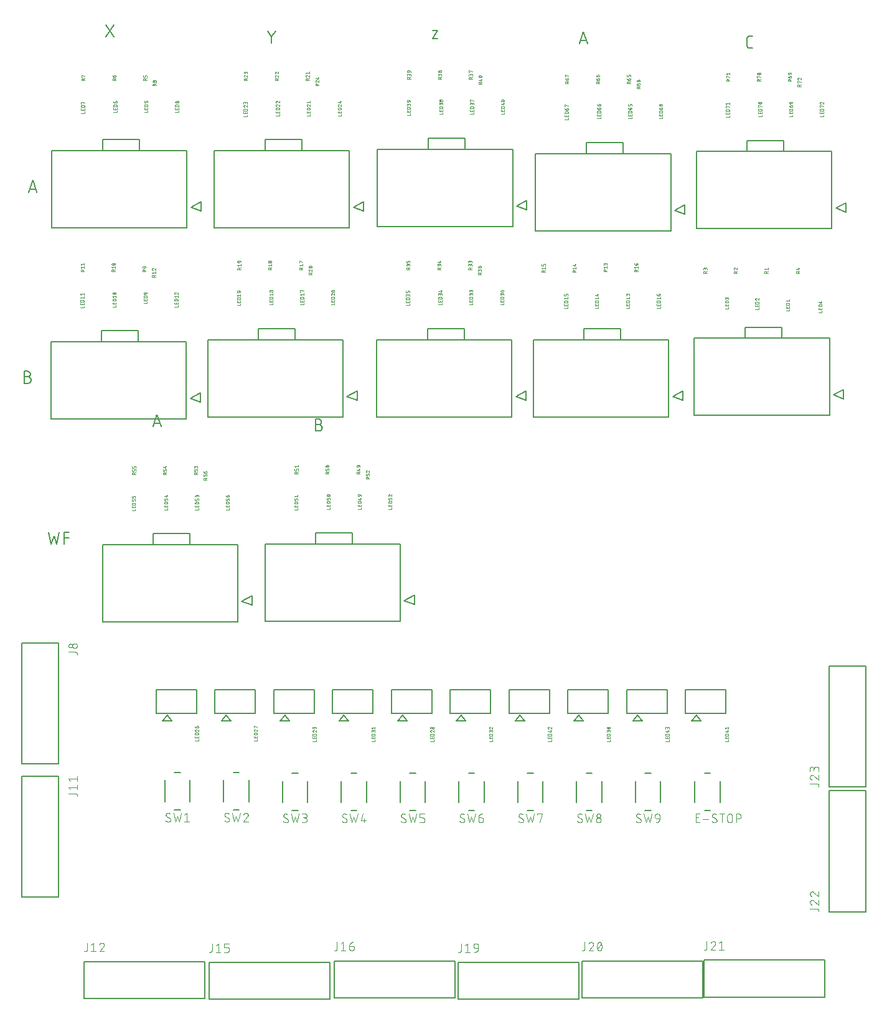
<source format=gbr>
G04 EAGLE Gerber RS-274X export*
G75*
%MOMM*%
%FSLAX34Y34*%
%LPD*%
%INSilkscreen Top*%
%IPPOS*%
%AMOC8*
5,1,8,0,0,1.08239X$1,22.5*%
G01*
%ADD10C,0.152400*%
%ADD11C,0.050800*%
%ADD12C,0.127000*%
%ADD13C,0.101600*%
%ADD14C,0.076200*%


D10*
X116762Y1308762D02*
X127599Y1325018D01*
X116762Y1325018D02*
X127599Y1308762D01*
X336762Y1317018D02*
X342181Y1309342D01*
X347599Y1317018D01*
X342181Y1309342D02*
X342181Y1300762D01*
X560762Y1317599D02*
X567987Y1317599D01*
X560762Y1306762D01*
X567987Y1306762D01*
X760762Y1299762D02*
X766181Y1316018D01*
X771599Y1299762D01*
X770245Y1303826D02*
X762117Y1303826D01*
X992374Y1293762D02*
X995987Y1293762D01*
X992374Y1293762D02*
X992256Y1293764D01*
X992138Y1293770D01*
X992020Y1293779D01*
X991903Y1293793D01*
X991786Y1293810D01*
X991669Y1293831D01*
X991554Y1293856D01*
X991439Y1293885D01*
X991325Y1293918D01*
X991213Y1293954D01*
X991102Y1293994D01*
X990992Y1294037D01*
X990883Y1294084D01*
X990776Y1294134D01*
X990671Y1294189D01*
X990568Y1294246D01*
X990467Y1294307D01*
X990367Y1294371D01*
X990270Y1294438D01*
X990175Y1294508D01*
X990083Y1294582D01*
X989992Y1294658D01*
X989905Y1294738D01*
X989820Y1294820D01*
X989738Y1294905D01*
X989658Y1294992D01*
X989582Y1295083D01*
X989508Y1295175D01*
X989438Y1295270D01*
X989371Y1295367D01*
X989307Y1295467D01*
X989246Y1295568D01*
X989189Y1295671D01*
X989134Y1295776D01*
X989084Y1295883D01*
X989037Y1295992D01*
X988994Y1296102D01*
X988954Y1296213D01*
X988918Y1296325D01*
X988885Y1296439D01*
X988856Y1296554D01*
X988831Y1296669D01*
X988810Y1296786D01*
X988793Y1296903D01*
X988779Y1297020D01*
X988770Y1297138D01*
X988764Y1297256D01*
X988762Y1297374D01*
X988762Y1306406D01*
X988764Y1306524D01*
X988770Y1306642D01*
X988779Y1306760D01*
X988793Y1306877D01*
X988810Y1306994D01*
X988831Y1307111D01*
X988856Y1307226D01*
X988885Y1307341D01*
X988918Y1307455D01*
X988954Y1307567D01*
X988994Y1307678D01*
X989037Y1307788D01*
X989084Y1307897D01*
X989134Y1308004D01*
X989188Y1308109D01*
X989246Y1308212D01*
X989307Y1308313D01*
X989371Y1308413D01*
X989438Y1308510D01*
X989508Y1308605D01*
X989582Y1308697D01*
X989658Y1308788D01*
X989738Y1308875D01*
X989820Y1308960D01*
X989905Y1309042D01*
X989992Y1309122D01*
X990083Y1309198D01*
X990175Y1309272D01*
X990270Y1309342D01*
X990367Y1309409D01*
X990467Y1309473D01*
X990568Y1309534D01*
X990671Y1309591D01*
X990776Y1309645D01*
X990883Y1309696D01*
X990992Y1309743D01*
X991102Y1309786D01*
X991213Y1309826D01*
X991325Y1309862D01*
X991439Y1309895D01*
X991554Y1309924D01*
X991669Y1309949D01*
X991786Y1309970D01*
X991903Y1309987D01*
X992020Y1310001D01*
X992138Y1310010D01*
X992256Y1310016D01*
X992374Y1310018D01*
X995987Y1310018D01*
X38762Y635018D02*
X42374Y618762D01*
X45987Y629599D01*
X49599Y618762D01*
X53212Y635018D01*
X59738Y635018D02*
X59738Y618762D01*
X59738Y635018D02*
X66962Y635018D01*
X66962Y627793D02*
X59738Y627793D01*
X11762Y1097762D02*
X17181Y1114018D01*
X22599Y1097762D01*
X21245Y1101826D02*
X13117Y1101826D01*
X10278Y846793D02*
X5762Y846793D01*
X10278Y846794D02*
X10411Y846792D01*
X10543Y846786D01*
X10675Y846776D01*
X10807Y846763D01*
X10939Y846745D01*
X11069Y846724D01*
X11200Y846699D01*
X11329Y846670D01*
X11457Y846637D01*
X11585Y846601D01*
X11711Y846561D01*
X11836Y846517D01*
X11960Y846469D01*
X12082Y846418D01*
X12203Y846363D01*
X12322Y846305D01*
X12440Y846243D01*
X12555Y846178D01*
X12669Y846109D01*
X12780Y846038D01*
X12889Y845962D01*
X12996Y845884D01*
X13101Y845803D01*
X13203Y845718D01*
X13303Y845631D01*
X13400Y845541D01*
X13495Y845448D01*
X13586Y845352D01*
X13675Y845254D01*
X13761Y845153D01*
X13844Y845049D01*
X13924Y844943D01*
X14000Y844835D01*
X14074Y844725D01*
X14144Y844612D01*
X14211Y844498D01*
X14274Y844381D01*
X14334Y844263D01*
X14391Y844143D01*
X14444Y844021D01*
X14493Y843898D01*
X14539Y843774D01*
X14581Y843648D01*
X14619Y843521D01*
X14654Y843393D01*
X14685Y843264D01*
X14712Y843135D01*
X14735Y843004D01*
X14755Y842873D01*
X14770Y842741D01*
X14782Y842609D01*
X14790Y842477D01*
X14794Y842344D01*
X14794Y842212D01*
X14790Y842079D01*
X14782Y841947D01*
X14770Y841815D01*
X14755Y841683D01*
X14735Y841552D01*
X14712Y841421D01*
X14685Y841292D01*
X14654Y841163D01*
X14619Y841035D01*
X14581Y840908D01*
X14539Y840782D01*
X14493Y840658D01*
X14444Y840535D01*
X14391Y840413D01*
X14334Y840293D01*
X14274Y840175D01*
X14211Y840058D01*
X14144Y839944D01*
X14074Y839831D01*
X14000Y839721D01*
X13924Y839613D01*
X13844Y839507D01*
X13761Y839403D01*
X13675Y839302D01*
X13586Y839204D01*
X13495Y839108D01*
X13400Y839015D01*
X13303Y838925D01*
X13203Y838838D01*
X13101Y838753D01*
X12996Y838672D01*
X12889Y838594D01*
X12780Y838518D01*
X12669Y838447D01*
X12555Y838378D01*
X12440Y838313D01*
X12322Y838251D01*
X12203Y838193D01*
X12082Y838138D01*
X11960Y838087D01*
X11836Y838039D01*
X11711Y837995D01*
X11585Y837955D01*
X11457Y837919D01*
X11329Y837886D01*
X11200Y837857D01*
X11069Y837832D01*
X10939Y837811D01*
X10807Y837793D01*
X10675Y837780D01*
X10543Y837770D01*
X10411Y837764D01*
X10278Y837762D01*
X5762Y837762D01*
X5762Y854018D01*
X10278Y854018D01*
X10397Y854016D01*
X10517Y854010D01*
X10636Y854000D01*
X10754Y853986D01*
X10873Y853969D01*
X10990Y853947D01*
X11107Y853922D01*
X11222Y853892D01*
X11337Y853859D01*
X11451Y853822D01*
X11563Y853782D01*
X11674Y853737D01*
X11783Y853689D01*
X11891Y853638D01*
X11997Y853583D01*
X12101Y853524D01*
X12203Y853462D01*
X12303Y853397D01*
X12401Y853328D01*
X12497Y853256D01*
X12590Y853181D01*
X12680Y853104D01*
X12768Y853023D01*
X12853Y852939D01*
X12935Y852852D01*
X13015Y852763D01*
X13091Y852671D01*
X13165Y852577D01*
X13235Y852480D01*
X13302Y852382D01*
X13366Y852281D01*
X13426Y852177D01*
X13483Y852072D01*
X13536Y851965D01*
X13586Y851857D01*
X13632Y851747D01*
X13674Y851635D01*
X13713Y851522D01*
X13748Y851408D01*
X13779Y851293D01*
X13807Y851176D01*
X13830Y851059D01*
X13850Y850942D01*
X13866Y850823D01*
X13878Y850704D01*
X13886Y850585D01*
X13890Y850466D01*
X13890Y850346D01*
X13886Y850227D01*
X13878Y850108D01*
X13866Y849989D01*
X13850Y849870D01*
X13830Y849753D01*
X13807Y849636D01*
X13779Y849519D01*
X13748Y849404D01*
X13713Y849290D01*
X13674Y849177D01*
X13632Y849065D01*
X13586Y848955D01*
X13536Y848847D01*
X13483Y848740D01*
X13426Y848635D01*
X13366Y848531D01*
X13302Y848430D01*
X13235Y848332D01*
X13165Y848235D01*
X13091Y848141D01*
X13015Y848049D01*
X12935Y847960D01*
X12853Y847873D01*
X12768Y847789D01*
X12680Y847708D01*
X12590Y847631D01*
X12497Y847556D01*
X12401Y847484D01*
X12303Y847415D01*
X12203Y847350D01*
X12101Y847288D01*
X11997Y847229D01*
X11891Y847174D01*
X11783Y847123D01*
X11674Y847075D01*
X11563Y847030D01*
X11451Y846990D01*
X11337Y846953D01*
X11222Y846920D01*
X11107Y846890D01*
X10990Y846865D01*
X10873Y846843D01*
X10754Y846826D01*
X10636Y846812D01*
X10517Y846802D01*
X10397Y846796D01*
X10278Y846794D01*
X186181Y795018D02*
X180762Y778762D01*
X191599Y778762D02*
X186181Y795018D01*
X190245Y782826D02*
X182117Y782826D01*
X401762Y781793D02*
X406278Y781793D01*
X406278Y781794D02*
X406411Y781792D01*
X406543Y781786D01*
X406675Y781776D01*
X406807Y781763D01*
X406939Y781745D01*
X407069Y781724D01*
X407200Y781699D01*
X407329Y781670D01*
X407457Y781637D01*
X407585Y781601D01*
X407711Y781561D01*
X407836Y781517D01*
X407960Y781469D01*
X408082Y781418D01*
X408203Y781363D01*
X408322Y781305D01*
X408440Y781243D01*
X408555Y781178D01*
X408669Y781109D01*
X408780Y781038D01*
X408889Y780962D01*
X408996Y780884D01*
X409101Y780803D01*
X409203Y780718D01*
X409303Y780631D01*
X409400Y780541D01*
X409495Y780448D01*
X409586Y780352D01*
X409675Y780254D01*
X409761Y780153D01*
X409844Y780049D01*
X409924Y779943D01*
X410000Y779835D01*
X410074Y779725D01*
X410144Y779612D01*
X410211Y779498D01*
X410274Y779381D01*
X410334Y779263D01*
X410391Y779143D01*
X410444Y779021D01*
X410493Y778898D01*
X410539Y778774D01*
X410581Y778648D01*
X410619Y778521D01*
X410654Y778393D01*
X410685Y778264D01*
X410712Y778135D01*
X410735Y778004D01*
X410755Y777873D01*
X410770Y777741D01*
X410782Y777609D01*
X410790Y777477D01*
X410794Y777344D01*
X410794Y777212D01*
X410790Y777079D01*
X410782Y776947D01*
X410770Y776815D01*
X410755Y776683D01*
X410735Y776552D01*
X410712Y776421D01*
X410685Y776292D01*
X410654Y776163D01*
X410619Y776035D01*
X410581Y775908D01*
X410539Y775782D01*
X410493Y775658D01*
X410444Y775535D01*
X410391Y775413D01*
X410334Y775293D01*
X410274Y775175D01*
X410211Y775058D01*
X410144Y774944D01*
X410074Y774831D01*
X410000Y774721D01*
X409924Y774613D01*
X409844Y774507D01*
X409761Y774403D01*
X409675Y774302D01*
X409586Y774204D01*
X409495Y774108D01*
X409400Y774015D01*
X409303Y773925D01*
X409203Y773838D01*
X409101Y773753D01*
X408996Y773672D01*
X408889Y773594D01*
X408780Y773518D01*
X408669Y773447D01*
X408555Y773378D01*
X408440Y773313D01*
X408322Y773251D01*
X408203Y773193D01*
X408082Y773138D01*
X407960Y773087D01*
X407836Y773039D01*
X407711Y772995D01*
X407585Y772955D01*
X407457Y772919D01*
X407329Y772886D01*
X407200Y772857D01*
X407069Y772832D01*
X406939Y772811D01*
X406807Y772793D01*
X406675Y772780D01*
X406543Y772770D01*
X406411Y772764D01*
X406278Y772762D01*
X401762Y772762D01*
X401762Y789018D01*
X406278Y789018D01*
X406397Y789016D01*
X406517Y789010D01*
X406636Y789000D01*
X406754Y788986D01*
X406873Y788969D01*
X406990Y788947D01*
X407107Y788922D01*
X407222Y788892D01*
X407337Y788859D01*
X407451Y788822D01*
X407563Y788782D01*
X407674Y788737D01*
X407783Y788689D01*
X407891Y788638D01*
X407997Y788583D01*
X408101Y788524D01*
X408203Y788462D01*
X408303Y788397D01*
X408401Y788328D01*
X408497Y788256D01*
X408590Y788181D01*
X408680Y788104D01*
X408768Y788023D01*
X408853Y787939D01*
X408935Y787852D01*
X409015Y787763D01*
X409091Y787671D01*
X409165Y787577D01*
X409235Y787480D01*
X409302Y787382D01*
X409366Y787281D01*
X409426Y787177D01*
X409483Y787072D01*
X409536Y786965D01*
X409586Y786857D01*
X409632Y786747D01*
X409674Y786635D01*
X409713Y786522D01*
X409748Y786408D01*
X409779Y786293D01*
X409807Y786176D01*
X409830Y786059D01*
X409850Y785942D01*
X409866Y785823D01*
X409878Y785704D01*
X409886Y785585D01*
X409890Y785466D01*
X409890Y785346D01*
X409886Y785227D01*
X409878Y785108D01*
X409866Y784989D01*
X409850Y784870D01*
X409830Y784753D01*
X409807Y784636D01*
X409779Y784519D01*
X409748Y784404D01*
X409713Y784290D01*
X409674Y784177D01*
X409632Y784065D01*
X409586Y783955D01*
X409536Y783847D01*
X409483Y783740D01*
X409426Y783635D01*
X409366Y783531D01*
X409302Y783430D01*
X409235Y783332D01*
X409165Y783235D01*
X409091Y783141D01*
X409015Y783049D01*
X408935Y782960D01*
X408853Y782873D01*
X408768Y782789D01*
X408680Y782708D01*
X408590Y782631D01*
X408497Y782556D01*
X408401Y782484D01*
X408303Y782415D01*
X408203Y782350D01*
X408101Y782288D01*
X407997Y782229D01*
X407891Y782174D01*
X407783Y782123D01*
X407674Y782075D01*
X407563Y782030D01*
X407451Y781990D01*
X407337Y781953D01*
X407222Y781920D01*
X407107Y781890D01*
X406990Y781865D01*
X406873Y781843D01*
X406754Y781826D01*
X406636Y781812D01*
X406517Y781802D01*
X406397Y781796D01*
X406278Y781794D01*
D11*
X172626Y946267D02*
X168054Y946267D01*
X172626Y946267D02*
X172626Y948299D01*
X172626Y950229D02*
X172626Y952261D01*
X172626Y950229D02*
X168054Y950229D01*
X168054Y952261D01*
X170086Y951753D02*
X170086Y950229D01*
X168054Y954182D02*
X172626Y954182D01*
X168054Y954182D02*
X168054Y955452D01*
X168056Y955521D01*
X168061Y955589D01*
X168071Y955657D01*
X168084Y955725D01*
X168100Y955792D01*
X168120Y955858D01*
X168144Y955922D01*
X168171Y955985D01*
X168202Y956047D01*
X168236Y956107D01*
X168273Y956165D01*
X168313Y956221D01*
X168356Y956274D01*
X168402Y956325D01*
X168451Y956374D01*
X168502Y956420D01*
X168555Y956463D01*
X168611Y956503D01*
X168669Y956540D01*
X168729Y956574D01*
X168791Y956605D01*
X168854Y956632D01*
X168918Y956656D01*
X168984Y956676D01*
X169051Y956692D01*
X169119Y956705D01*
X169187Y956715D01*
X169255Y956720D01*
X169324Y956722D01*
X171356Y956722D01*
X171425Y956720D01*
X171493Y956715D01*
X171561Y956705D01*
X171629Y956692D01*
X171696Y956676D01*
X171762Y956656D01*
X171826Y956632D01*
X171889Y956605D01*
X171951Y956574D01*
X172011Y956540D01*
X172069Y956503D01*
X172125Y956463D01*
X172178Y956420D01*
X172229Y956374D01*
X172278Y956325D01*
X172324Y956274D01*
X172367Y956221D01*
X172407Y956165D01*
X172444Y956107D01*
X172478Y956047D01*
X172509Y955985D01*
X172536Y955922D01*
X172560Y955858D01*
X172580Y955792D01*
X172596Y955725D01*
X172609Y955657D01*
X172619Y955589D01*
X172624Y955521D01*
X172626Y955452D01*
X172626Y954182D01*
X170594Y959922D02*
X170594Y961446D01*
X170594Y959922D02*
X170592Y959861D01*
X170587Y959800D01*
X170577Y959739D01*
X170564Y959679D01*
X170548Y959620D01*
X170528Y959562D01*
X170504Y959505D01*
X170478Y959450D01*
X170447Y959396D01*
X170414Y959345D01*
X170378Y959295D01*
X170338Y959248D01*
X170296Y959204D01*
X170252Y959162D01*
X170205Y959122D01*
X170155Y959086D01*
X170104Y959053D01*
X170050Y959022D01*
X169995Y958996D01*
X169938Y958972D01*
X169880Y958952D01*
X169821Y958936D01*
X169761Y958923D01*
X169700Y958913D01*
X169639Y958908D01*
X169578Y958906D01*
X169324Y958906D01*
X169254Y958908D01*
X169184Y958914D01*
X169115Y958923D01*
X169046Y958937D01*
X168978Y958954D01*
X168912Y958975D01*
X168846Y958999D01*
X168782Y959027D01*
X168720Y959059D01*
X168659Y959094D01*
X168600Y959132D01*
X168544Y959174D01*
X168490Y959218D01*
X168438Y959266D01*
X168390Y959316D01*
X168344Y959369D01*
X168301Y959424D01*
X168261Y959481D01*
X168224Y959541D01*
X168191Y959603D01*
X168161Y959666D01*
X168135Y959731D01*
X168112Y959797D01*
X168093Y959864D01*
X168078Y959933D01*
X168066Y960002D01*
X168058Y960071D01*
X168054Y960141D01*
X168054Y960211D01*
X168058Y960281D01*
X168066Y960350D01*
X168078Y960419D01*
X168093Y960488D01*
X168112Y960555D01*
X168135Y960621D01*
X168161Y960686D01*
X168191Y960749D01*
X168224Y960811D01*
X168261Y960871D01*
X168301Y960928D01*
X168344Y960983D01*
X168390Y961036D01*
X168438Y961086D01*
X168490Y961134D01*
X168544Y961178D01*
X168600Y961220D01*
X168659Y961258D01*
X168720Y961293D01*
X168782Y961325D01*
X168846Y961353D01*
X168912Y961377D01*
X168978Y961398D01*
X169046Y961415D01*
X169115Y961429D01*
X169184Y961438D01*
X169254Y961444D01*
X169324Y961446D01*
X170594Y961446D01*
X170683Y961444D01*
X170771Y961438D01*
X170859Y961429D01*
X170947Y961415D01*
X171034Y961398D01*
X171120Y961377D01*
X171205Y961352D01*
X171289Y961323D01*
X171372Y961291D01*
X171453Y961256D01*
X171532Y961216D01*
X171610Y961174D01*
X171686Y961128D01*
X171760Y961079D01*
X171831Y961026D01*
X171900Y960971D01*
X171967Y960912D01*
X172031Y960851D01*
X172092Y960787D01*
X172151Y960720D01*
X172206Y960651D01*
X172259Y960580D01*
X172308Y960506D01*
X172354Y960430D01*
X172396Y960352D01*
X172436Y960273D01*
X172471Y960192D01*
X172503Y960109D01*
X172532Y960025D01*
X172557Y959940D01*
X172578Y959854D01*
X172595Y959767D01*
X172609Y959679D01*
X172618Y959591D01*
X172624Y959503D01*
X172626Y959414D01*
X171146Y989554D02*
X166574Y989554D01*
X166574Y990824D01*
X166576Y990894D01*
X166582Y990964D01*
X166591Y991033D01*
X166605Y991102D01*
X166622Y991170D01*
X166643Y991236D01*
X166667Y991302D01*
X166695Y991366D01*
X166727Y991428D01*
X166762Y991489D01*
X166800Y991548D01*
X166842Y991604D01*
X166886Y991658D01*
X166934Y991710D01*
X166984Y991758D01*
X167037Y991804D01*
X167092Y991847D01*
X167149Y991887D01*
X167209Y991924D01*
X167271Y991957D01*
X167334Y991987D01*
X167399Y992013D01*
X167465Y992036D01*
X167532Y992055D01*
X167601Y992070D01*
X167670Y992082D01*
X167739Y992090D01*
X167809Y992094D01*
X167879Y992094D01*
X167949Y992090D01*
X168018Y992082D01*
X168087Y992070D01*
X168156Y992055D01*
X168223Y992036D01*
X168289Y992013D01*
X168354Y991987D01*
X168417Y991957D01*
X168479Y991924D01*
X168539Y991887D01*
X168596Y991847D01*
X168651Y991804D01*
X168704Y991758D01*
X168754Y991710D01*
X168802Y991658D01*
X168846Y991604D01*
X168888Y991548D01*
X168926Y991489D01*
X168961Y991428D01*
X168993Y991366D01*
X169021Y991302D01*
X169045Y991236D01*
X169066Y991170D01*
X169083Y991102D01*
X169097Y991033D01*
X169106Y990964D01*
X169112Y990894D01*
X169114Y990824D01*
X169114Y989554D01*
X169114Y991078D02*
X171146Y992094D01*
X169114Y995109D02*
X169114Y996633D01*
X169114Y995109D02*
X169112Y995048D01*
X169107Y994987D01*
X169097Y994926D01*
X169084Y994866D01*
X169068Y994807D01*
X169048Y994749D01*
X169024Y994692D01*
X168998Y994637D01*
X168967Y994583D01*
X168934Y994532D01*
X168898Y994482D01*
X168858Y994435D01*
X168816Y994391D01*
X168772Y994349D01*
X168725Y994309D01*
X168675Y994273D01*
X168624Y994240D01*
X168570Y994209D01*
X168515Y994183D01*
X168458Y994159D01*
X168400Y994139D01*
X168341Y994123D01*
X168281Y994110D01*
X168220Y994100D01*
X168159Y994095D01*
X168098Y994093D01*
X167844Y994093D01*
X167774Y994095D01*
X167704Y994101D01*
X167635Y994110D01*
X167566Y994124D01*
X167498Y994141D01*
X167432Y994162D01*
X167366Y994186D01*
X167302Y994214D01*
X167240Y994246D01*
X167179Y994281D01*
X167120Y994319D01*
X167064Y994361D01*
X167010Y994405D01*
X166958Y994453D01*
X166910Y994503D01*
X166864Y994556D01*
X166821Y994611D01*
X166781Y994668D01*
X166744Y994728D01*
X166711Y994790D01*
X166681Y994853D01*
X166655Y994918D01*
X166632Y994984D01*
X166613Y995051D01*
X166598Y995120D01*
X166586Y995189D01*
X166578Y995258D01*
X166574Y995328D01*
X166574Y995398D01*
X166578Y995468D01*
X166586Y995537D01*
X166598Y995606D01*
X166613Y995675D01*
X166632Y995742D01*
X166655Y995808D01*
X166681Y995873D01*
X166711Y995936D01*
X166744Y995998D01*
X166781Y996058D01*
X166821Y996115D01*
X166864Y996170D01*
X166910Y996223D01*
X166958Y996273D01*
X167010Y996321D01*
X167064Y996365D01*
X167120Y996407D01*
X167179Y996445D01*
X167240Y996480D01*
X167302Y996512D01*
X167366Y996540D01*
X167432Y996564D01*
X167498Y996585D01*
X167566Y996602D01*
X167635Y996616D01*
X167704Y996625D01*
X167774Y996631D01*
X167844Y996633D01*
X169114Y996633D01*
X169203Y996631D01*
X169291Y996625D01*
X169379Y996616D01*
X169467Y996602D01*
X169554Y996585D01*
X169640Y996564D01*
X169725Y996539D01*
X169809Y996510D01*
X169892Y996478D01*
X169973Y996443D01*
X170052Y996403D01*
X170130Y996361D01*
X170206Y996315D01*
X170280Y996266D01*
X170351Y996213D01*
X170420Y996158D01*
X170487Y996099D01*
X170551Y996038D01*
X170612Y995974D01*
X170671Y995907D01*
X170726Y995838D01*
X170779Y995767D01*
X170828Y995693D01*
X170874Y995617D01*
X170916Y995539D01*
X170956Y995460D01*
X170991Y995379D01*
X171023Y995296D01*
X171052Y995212D01*
X171077Y995127D01*
X171098Y995041D01*
X171115Y994954D01*
X171129Y994866D01*
X171138Y994778D01*
X171144Y994690D01*
X171146Y994601D01*
D10*
X245232Y824350D02*
X231472Y817000D01*
X245232Y811650D02*
X245232Y824350D01*
X245232Y811650D02*
X231472Y817000D01*
X42000Y789000D02*
X42000Y894000D01*
X42000Y789000D02*
X226000Y789000D01*
X226000Y894000D01*
X161000Y894000D01*
X111000Y894000D01*
X42000Y894000D01*
D12*
X161000Y894000D02*
X161000Y909000D01*
X111000Y909000D02*
X111000Y894000D01*
X111000Y909000D02*
X161000Y909000D01*
D11*
X129046Y989554D02*
X124474Y989554D01*
X124474Y990824D01*
X124476Y990894D01*
X124482Y990964D01*
X124491Y991033D01*
X124505Y991102D01*
X124522Y991170D01*
X124543Y991236D01*
X124567Y991302D01*
X124595Y991366D01*
X124627Y991428D01*
X124662Y991489D01*
X124700Y991548D01*
X124742Y991604D01*
X124786Y991658D01*
X124834Y991710D01*
X124884Y991758D01*
X124937Y991804D01*
X124992Y991847D01*
X125049Y991887D01*
X125109Y991924D01*
X125171Y991957D01*
X125234Y991987D01*
X125299Y992013D01*
X125365Y992036D01*
X125432Y992055D01*
X125501Y992070D01*
X125570Y992082D01*
X125639Y992090D01*
X125709Y992094D01*
X125779Y992094D01*
X125849Y992090D01*
X125918Y992082D01*
X125987Y992070D01*
X126056Y992055D01*
X126123Y992036D01*
X126189Y992013D01*
X126254Y991987D01*
X126317Y991957D01*
X126379Y991924D01*
X126439Y991887D01*
X126496Y991847D01*
X126551Y991804D01*
X126604Y991758D01*
X126654Y991710D01*
X126702Y991658D01*
X126746Y991604D01*
X126788Y991548D01*
X126826Y991489D01*
X126861Y991428D01*
X126893Y991366D01*
X126921Y991302D01*
X126945Y991236D01*
X126966Y991170D01*
X126983Y991102D01*
X126997Y991033D01*
X127006Y990964D01*
X127012Y990894D01*
X127014Y990824D01*
X127014Y989554D01*
X127014Y991078D02*
X129046Y992094D01*
X125490Y994093D02*
X124474Y995363D01*
X129046Y995363D01*
X129046Y994093D02*
X129046Y996633D01*
X126760Y998665D02*
X126638Y998667D01*
X126516Y998673D01*
X126394Y998683D01*
X126273Y998697D01*
X126152Y998714D01*
X126032Y998736D01*
X125913Y998761D01*
X125794Y998791D01*
X125677Y998824D01*
X125560Y998861D01*
X125445Y998902D01*
X125332Y998946D01*
X125219Y998994D01*
X125109Y999046D01*
X125055Y999066D01*
X125001Y999090D01*
X124950Y999118D01*
X124900Y999148D01*
X124852Y999181D01*
X124807Y999218D01*
X124763Y999257D01*
X124723Y999298D01*
X124684Y999342D01*
X124649Y999389D01*
X124617Y999437D01*
X124587Y999487D01*
X124561Y999540D01*
X124538Y999593D01*
X124519Y999648D01*
X124503Y999704D01*
X124490Y999761D01*
X124481Y999819D01*
X124476Y999877D01*
X124474Y999935D01*
X124476Y999993D01*
X124481Y1000051D01*
X124490Y1000109D01*
X124503Y1000166D01*
X124519Y1000222D01*
X124538Y1000277D01*
X124561Y1000330D01*
X124587Y1000383D01*
X124617Y1000433D01*
X124649Y1000481D01*
X124684Y1000528D01*
X124723Y1000572D01*
X124763Y1000613D01*
X124807Y1000652D01*
X124852Y1000689D01*
X124900Y1000722D01*
X124950Y1000752D01*
X125001Y1000780D01*
X125055Y1000804D01*
X125109Y1000824D01*
X125219Y1000876D01*
X125332Y1000924D01*
X125445Y1000968D01*
X125560Y1001009D01*
X125677Y1001046D01*
X125794Y1001079D01*
X125913Y1001109D01*
X126032Y1001134D01*
X126152Y1001156D01*
X126273Y1001173D01*
X126394Y1001187D01*
X126516Y1001197D01*
X126638Y1001203D01*
X126760Y1001205D01*
X126760Y998665D02*
X126882Y998667D01*
X127004Y998673D01*
X127126Y998683D01*
X127247Y998697D01*
X127368Y998714D01*
X127488Y998736D01*
X127607Y998761D01*
X127726Y998791D01*
X127843Y998824D01*
X127960Y998861D01*
X128075Y998902D01*
X128188Y998946D01*
X128301Y998994D01*
X128411Y999046D01*
X128465Y999066D01*
X128519Y999090D01*
X128570Y999118D01*
X128620Y999148D01*
X128668Y999181D01*
X128713Y999218D01*
X128757Y999257D01*
X128797Y999298D01*
X128836Y999342D01*
X128871Y999389D01*
X128903Y999437D01*
X128933Y999487D01*
X128959Y999540D01*
X128982Y999593D01*
X129001Y999648D01*
X129017Y999704D01*
X129030Y999761D01*
X129039Y999819D01*
X129044Y999877D01*
X129046Y999935D01*
X128411Y1000824D02*
X128301Y1000876D01*
X128188Y1000924D01*
X128075Y1000968D01*
X127960Y1001009D01*
X127843Y1001046D01*
X127726Y1001079D01*
X127607Y1001109D01*
X127488Y1001134D01*
X127368Y1001156D01*
X127247Y1001173D01*
X127126Y1001187D01*
X127004Y1001197D01*
X126882Y1001203D01*
X126760Y1001205D01*
X128411Y1000824D02*
X128465Y1000804D01*
X128519Y1000780D01*
X128570Y1000752D01*
X128620Y1000722D01*
X128668Y1000689D01*
X128713Y1000652D01*
X128757Y1000613D01*
X128797Y1000572D01*
X128836Y1000528D01*
X128871Y1000481D01*
X128903Y1000433D01*
X128933Y1000383D01*
X128959Y1000330D01*
X128982Y1000277D01*
X129001Y1000222D01*
X129017Y1000166D01*
X129030Y1000109D01*
X129039Y1000051D01*
X129044Y999993D01*
X129046Y999935D01*
X128030Y998919D02*
X125490Y1000951D01*
X125954Y941695D02*
X130526Y941695D01*
X130526Y943727D01*
X130526Y945657D02*
X130526Y947689D01*
X130526Y945657D02*
X125954Y945657D01*
X125954Y947689D01*
X127986Y947181D02*
X127986Y945657D01*
X125954Y949610D02*
X130526Y949610D01*
X125954Y949610D02*
X125954Y950880D01*
X125956Y950949D01*
X125961Y951017D01*
X125971Y951085D01*
X125984Y951153D01*
X126000Y951220D01*
X126020Y951286D01*
X126044Y951350D01*
X126071Y951413D01*
X126102Y951475D01*
X126136Y951535D01*
X126173Y951593D01*
X126213Y951649D01*
X126256Y951702D01*
X126302Y951753D01*
X126351Y951802D01*
X126402Y951848D01*
X126455Y951891D01*
X126511Y951931D01*
X126569Y951968D01*
X126629Y952002D01*
X126691Y952033D01*
X126754Y952060D01*
X126818Y952084D01*
X126884Y952104D01*
X126951Y952120D01*
X127019Y952133D01*
X127087Y952143D01*
X127155Y952148D01*
X127224Y952150D01*
X129256Y952150D01*
X129325Y952148D01*
X129393Y952143D01*
X129461Y952133D01*
X129529Y952120D01*
X129596Y952104D01*
X129662Y952084D01*
X129726Y952060D01*
X129789Y952033D01*
X129851Y952002D01*
X129911Y951968D01*
X129969Y951931D01*
X130025Y951891D01*
X130078Y951848D01*
X130129Y951802D01*
X130178Y951753D01*
X130224Y951702D01*
X130267Y951649D01*
X130307Y951593D01*
X130344Y951535D01*
X130378Y951475D01*
X130409Y951413D01*
X130436Y951350D01*
X130460Y951286D01*
X130480Y951220D01*
X130496Y951153D01*
X130509Y951085D01*
X130519Y951017D01*
X130524Y950949D01*
X130526Y950880D01*
X130526Y949610D01*
X126970Y954334D02*
X125954Y955604D01*
X130526Y955604D01*
X130526Y954334D02*
X130526Y956874D01*
X128240Y958906D02*
X128118Y958908D01*
X127996Y958914D01*
X127874Y958924D01*
X127753Y958938D01*
X127632Y958955D01*
X127512Y958977D01*
X127393Y959002D01*
X127274Y959032D01*
X127157Y959065D01*
X127040Y959102D01*
X126925Y959143D01*
X126812Y959187D01*
X126699Y959235D01*
X126589Y959287D01*
X126535Y959307D01*
X126481Y959331D01*
X126430Y959359D01*
X126380Y959389D01*
X126332Y959422D01*
X126287Y959459D01*
X126243Y959498D01*
X126203Y959539D01*
X126164Y959583D01*
X126129Y959630D01*
X126097Y959678D01*
X126067Y959728D01*
X126041Y959781D01*
X126018Y959834D01*
X125999Y959889D01*
X125983Y959945D01*
X125970Y960002D01*
X125961Y960060D01*
X125956Y960118D01*
X125954Y960176D01*
X125956Y960234D01*
X125961Y960292D01*
X125970Y960350D01*
X125983Y960407D01*
X125999Y960463D01*
X126018Y960518D01*
X126041Y960571D01*
X126067Y960624D01*
X126097Y960674D01*
X126129Y960722D01*
X126164Y960769D01*
X126203Y960813D01*
X126243Y960854D01*
X126287Y960893D01*
X126332Y960930D01*
X126380Y960963D01*
X126430Y960993D01*
X126481Y961021D01*
X126535Y961045D01*
X126589Y961065D01*
X126699Y961117D01*
X126812Y961165D01*
X126925Y961209D01*
X127040Y961250D01*
X127157Y961287D01*
X127274Y961320D01*
X127393Y961350D01*
X127512Y961375D01*
X127632Y961397D01*
X127753Y961414D01*
X127874Y961428D01*
X127996Y961438D01*
X128118Y961444D01*
X128240Y961446D01*
X128240Y958906D02*
X128362Y958908D01*
X128484Y958914D01*
X128606Y958924D01*
X128727Y958938D01*
X128848Y958955D01*
X128968Y958977D01*
X129087Y959002D01*
X129206Y959032D01*
X129323Y959065D01*
X129440Y959102D01*
X129555Y959143D01*
X129668Y959187D01*
X129781Y959235D01*
X129891Y959287D01*
X129945Y959307D01*
X129999Y959331D01*
X130050Y959359D01*
X130100Y959389D01*
X130148Y959422D01*
X130193Y959459D01*
X130237Y959498D01*
X130277Y959539D01*
X130316Y959583D01*
X130351Y959630D01*
X130383Y959678D01*
X130413Y959728D01*
X130439Y959781D01*
X130462Y959834D01*
X130481Y959889D01*
X130497Y959945D01*
X130510Y960002D01*
X130519Y960060D01*
X130524Y960118D01*
X130526Y960176D01*
X129891Y961065D02*
X129781Y961117D01*
X129668Y961165D01*
X129555Y961209D01*
X129440Y961250D01*
X129323Y961287D01*
X129206Y961320D01*
X129087Y961350D01*
X128968Y961375D01*
X128848Y961397D01*
X128727Y961414D01*
X128606Y961428D01*
X128484Y961438D01*
X128362Y961444D01*
X128240Y961446D01*
X129891Y961065D02*
X129945Y961045D01*
X129999Y961021D01*
X130050Y960993D01*
X130100Y960963D01*
X130148Y960930D01*
X130193Y960893D01*
X130237Y960854D01*
X130277Y960813D01*
X130316Y960769D01*
X130351Y960722D01*
X130383Y960674D01*
X130413Y960624D01*
X130439Y960571D01*
X130462Y960518D01*
X130481Y960463D01*
X130497Y960407D01*
X130510Y960350D01*
X130519Y960292D01*
X130524Y960234D01*
X130526Y960176D01*
X129510Y959160D02*
X126970Y961192D01*
X87046Y989554D02*
X82474Y989554D01*
X82474Y990824D01*
X82476Y990894D01*
X82482Y990964D01*
X82491Y991033D01*
X82505Y991102D01*
X82522Y991170D01*
X82543Y991236D01*
X82567Y991302D01*
X82595Y991366D01*
X82627Y991428D01*
X82662Y991489D01*
X82700Y991548D01*
X82742Y991604D01*
X82786Y991658D01*
X82834Y991710D01*
X82884Y991758D01*
X82937Y991804D01*
X82992Y991847D01*
X83049Y991887D01*
X83109Y991924D01*
X83171Y991957D01*
X83234Y991987D01*
X83299Y992013D01*
X83365Y992036D01*
X83432Y992055D01*
X83501Y992070D01*
X83570Y992082D01*
X83639Y992090D01*
X83709Y992094D01*
X83779Y992094D01*
X83849Y992090D01*
X83918Y992082D01*
X83987Y992070D01*
X84056Y992055D01*
X84123Y992036D01*
X84189Y992013D01*
X84254Y991987D01*
X84317Y991957D01*
X84379Y991924D01*
X84439Y991887D01*
X84496Y991847D01*
X84551Y991804D01*
X84604Y991758D01*
X84654Y991710D01*
X84702Y991658D01*
X84746Y991604D01*
X84788Y991548D01*
X84826Y991489D01*
X84861Y991428D01*
X84893Y991366D01*
X84921Y991302D01*
X84945Y991236D01*
X84966Y991170D01*
X84983Y991102D01*
X84997Y991033D01*
X85006Y990964D01*
X85012Y990894D01*
X85014Y990824D01*
X85014Y989554D01*
X85014Y991078D02*
X87046Y992094D01*
X83490Y994093D02*
X82474Y995363D01*
X87046Y995363D01*
X87046Y994093D02*
X87046Y996633D01*
X83490Y998665D02*
X82474Y999935D01*
X87046Y999935D01*
X87046Y998665D02*
X87046Y1001205D01*
X86526Y940695D02*
X81954Y940695D01*
X86526Y940695D02*
X86526Y942727D01*
X86526Y944657D02*
X86526Y946689D01*
X86526Y944657D02*
X81954Y944657D01*
X81954Y946689D01*
X83986Y946181D02*
X83986Y944657D01*
X81954Y948610D02*
X86526Y948610D01*
X81954Y948610D02*
X81954Y949880D01*
X81956Y949949D01*
X81961Y950017D01*
X81971Y950085D01*
X81984Y950153D01*
X82000Y950220D01*
X82020Y950286D01*
X82044Y950350D01*
X82071Y950413D01*
X82102Y950475D01*
X82136Y950535D01*
X82173Y950593D01*
X82213Y950649D01*
X82256Y950702D01*
X82302Y950753D01*
X82351Y950802D01*
X82402Y950848D01*
X82455Y950891D01*
X82511Y950931D01*
X82569Y950968D01*
X82629Y951002D01*
X82691Y951033D01*
X82754Y951060D01*
X82818Y951084D01*
X82884Y951104D01*
X82951Y951120D01*
X83019Y951133D01*
X83087Y951143D01*
X83155Y951148D01*
X83224Y951150D01*
X85256Y951150D01*
X85325Y951148D01*
X85393Y951143D01*
X85461Y951133D01*
X85529Y951120D01*
X85596Y951104D01*
X85662Y951084D01*
X85726Y951060D01*
X85789Y951033D01*
X85851Y951002D01*
X85911Y950968D01*
X85969Y950931D01*
X86025Y950891D01*
X86078Y950848D01*
X86129Y950802D01*
X86178Y950753D01*
X86224Y950702D01*
X86267Y950649D01*
X86307Y950593D01*
X86344Y950535D01*
X86378Y950475D01*
X86409Y950413D01*
X86436Y950350D01*
X86460Y950286D01*
X86480Y950220D01*
X86496Y950153D01*
X86509Y950085D01*
X86519Y950017D01*
X86524Y949949D01*
X86526Y949880D01*
X86526Y948610D01*
X82970Y953334D02*
X81954Y954604D01*
X86526Y954604D01*
X86526Y953334D02*
X86526Y955874D01*
X82970Y957906D02*
X81954Y959176D01*
X86526Y959176D01*
X86526Y957906D02*
X86526Y960446D01*
X179474Y982554D02*
X184046Y982554D01*
X179474Y982554D02*
X179474Y983824D01*
X179476Y983894D01*
X179482Y983964D01*
X179491Y984033D01*
X179505Y984102D01*
X179522Y984170D01*
X179543Y984236D01*
X179567Y984302D01*
X179595Y984366D01*
X179627Y984428D01*
X179662Y984489D01*
X179700Y984548D01*
X179742Y984604D01*
X179786Y984658D01*
X179834Y984710D01*
X179884Y984758D01*
X179937Y984804D01*
X179992Y984847D01*
X180049Y984887D01*
X180109Y984924D01*
X180171Y984957D01*
X180234Y984987D01*
X180299Y985013D01*
X180365Y985036D01*
X180432Y985055D01*
X180501Y985070D01*
X180570Y985082D01*
X180639Y985090D01*
X180709Y985094D01*
X180779Y985094D01*
X180849Y985090D01*
X180918Y985082D01*
X180987Y985070D01*
X181056Y985055D01*
X181123Y985036D01*
X181189Y985013D01*
X181254Y984987D01*
X181317Y984957D01*
X181379Y984924D01*
X181439Y984887D01*
X181496Y984847D01*
X181551Y984804D01*
X181604Y984758D01*
X181654Y984710D01*
X181702Y984658D01*
X181746Y984604D01*
X181788Y984548D01*
X181826Y984489D01*
X181861Y984428D01*
X181893Y984366D01*
X181921Y984302D01*
X181945Y984236D01*
X181966Y984170D01*
X181983Y984102D01*
X181997Y984033D01*
X182006Y983964D01*
X182012Y983894D01*
X182014Y983824D01*
X182014Y982554D01*
X182014Y984078D02*
X184046Y985094D01*
X180490Y987093D02*
X179474Y988363D01*
X184046Y988363D01*
X184046Y987093D02*
X184046Y989633D01*
X180617Y994205D02*
X180551Y994203D01*
X180484Y994197D01*
X180419Y994188D01*
X180353Y994174D01*
X180289Y994157D01*
X180226Y994136D01*
X180164Y994112D01*
X180104Y994083D01*
X180046Y994052D01*
X179989Y994017D01*
X179934Y993979D01*
X179882Y993938D01*
X179833Y993893D01*
X179786Y993846D01*
X179741Y993797D01*
X179700Y993745D01*
X179662Y993690D01*
X179627Y993634D01*
X179596Y993575D01*
X179567Y993515D01*
X179543Y993453D01*
X179522Y993390D01*
X179505Y993326D01*
X179491Y993260D01*
X179482Y993195D01*
X179476Y993128D01*
X179474Y993062D01*
X179476Y992988D01*
X179481Y992915D01*
X179491Y992841D01*
X179504Y992769D01*
X179520Y992697D01*
X179540Y992626D01*
X179564Y992556D01*
X179591Y992487D01*
X179622Y992420D01*
X179656Y992354D01*
X179693Y992291D01*
X179733Y992229D01*
X179777Y992169D01*
X179823Y992112D01*
X179872Y992056D01*
X179924Y992004D01*
X179979Y991954D01*
X180036Y991907D01*
X180095Y991863D01*
X180156Y991822D01*
X180220Y991784D01*
X180285Y991749D01*
X180352Y991718D01*
X180420Y991690D01*
X180490Y991665D01*
X181506Y993824D02*
X181459Y993871D01*
X181410Y993915D01*
X181358Y993956D01*
X181304Y993995D01*
X181248Y994030D01*
X181190Y994063D01*
X181131Y994092D01*
X181070Y994118D01*
X181008Y994141D01*
X180944Y994161D01*
X180880Y994176D01*
X180815Y994189D01*
X180749Y994198D01*
X180683Y994203D01*
X180617Y994205D01*
X181506Y993824D02*
X184046Y991665D01*
X184046Y994205D01*
X209954Y941695D02*
X214526Y941695D01*
X214526Y943727D01*
X214526Y945657D02*
X214526Y947689D01*
X214526Y945657D02*
X209954Y945657D01*
X209954Y947689D01*
X211986Y947181D02*
X211986Y945657D01*
X209954Y949610D02*
X214526Y949610D01*
X209954Y949610D02*
X209954Y950880D01*
X209956Y950949D01*
X209961Y951017D01*
X209971Y951085D01*
X209984Y951153D01*
X210000Y951220D01*
X210020Y951286D01*
X210044Y951350D01*
X210071Y951413D01*
X210102Y951475D01*
X210136Y951535D01*
X210173Y951593D01*
X210213Y951649D01*
X210256Y951702D01*
X210302Y951753D01*
X210351Y951802D01*
X210402Y951848D01*
X210455Y951891D01*
X210511Y951931D01*
X210569Y951968D01*
X210629Y952002D01*
X210691Y952033D01*
X210754Y952060D01*
X210818Y952084D01*
X210884Y952104D01*
X210951Y952120D01*
X211019Y952133D01*
X211087Y952143D01*
X211155Y952148D01*
X211224Y952150D01*
X213256Y952150D01*
X213325Y952148D01*
X213393Y952143D01*
X213461Y952133D01*
X213529Y952120D01*
X213596Y952104D01*
X213662Y952084D01*
X213726Y952060D01*
X213789Y952033D01*
X213851Y952002D01*
X213911Y951968D01*
X213969Y951931D01*
X214025Y951891D01*
X214078Y951848D01*
X214129Y951802D01*
X214178Y951753D01*
X214224Y951702D01*
X214267Y951649D01*
X214307Y951593D01*
X214344Y951535D01*
X214378Y951475D01*
X214409Y951413D01*
X214436Y951350D01*
X214460Y951286D01*
X214480Y951220D01*
X214496Y951153D01*
X214509Y951085D01*
X214519Y951017D01*
X214524Y950949D01*
X214526Y950880D01*
X214526Y949610D01*
X210970Y954334D02*
X209954Y955604D01*
X214526Y955604D01*
X214526Y954334D02*
X214526Y956874D01*
X211097Y961446D02*
X211031Y961444D01*
X210964Y961438D01*
X210899Y961429D01*
X210833Y961415D01*
X210769Y961398D01*
X210706Y961377D01*
X210644Y961353D01*
X210584Y961324D01*
X210526Y961293D01*
X210469Y961258D01*
X210414Y961220D01*
X210362Y961179D01*
X210313Y961134D01*
X210266Y961087D01*
X210221Y961038D01*
X210180Y960986D01*
X210142Y960931D01*
X210107Y960875D01*
X210076Y960816D01*
X210047Y960756D01*
X210023Y960694D01*
X210002Y960631D01*
X209985Y960567D01*
X209971Y960501D01*
X209962Y960436D01*
X209956Y960369D01*
X209954Y960303D01*
X209956Y960229D01*
X209961Y960156D01*
X209971Y960082D01*
X209984Y960010D01*
X210000Y959938D01*
X210020Y959867D01*
X210044Y959797D01*
X210071Y959728D01*
X210102Y959661D01*
X210136Y959595D01*
X210173Y959532D01*
X210213Y959470D01*
X210257Y959410D01*
X210303Y959353D01*
X210352Y959297D01*
X210404Y959245D01*
X210459Y959195D01*
X210516Y959148D01*
X210575Y959104D01*
X210636Y959063D01*
X210700Y959025D01*
X210765Y958990D01*
X210832Y958959D01*
X210900Y958931D01*
X210970Y958906D01*
X211986Y961065D02*
X211939Y961112D01*
X211890Y961156D01*
X211838Y961197D01*
X211784Y961236D01*
X211728Y961271D01*
X211670Y961304D01*
X211611Y961333D01*
X211550Y961359D01*
X211488Y961382D01*
X211424Y961402D01*
X211360Y961417D01*
X211295Y961430D01*
X211229Y961439D01*
X211163Y961444D01*
X211097Y961446D01*
X211986Y961065D02*
X214526Y958906D01*
X214526Y961446D01*
X173626Y1206267D02*
X169054Y1206267D01*
X173626Y1206267D02*
X173626Y1208299D01*
X173626Y1210229D02*
X173626Y1212261D01*
X173626Y1210229D02*
X169054Y1210229D01*
X169054Y1212261D01*
X171086Y1211753D02*
X171086Y1210229D01*
X169054Y1214182D02*
X173626Y1214182D01*
X169054Y1214182D02*
X169054Y1215452D01*
X169056Y1215521D01*
X169061Y1215589D01*
X169071Y1215657D01*
X169084Y1215725D01*
X169100Y1215792D01*
X169120Y1215858D01*
X169144Y1215922D01*
X169171Y1215985D01*
X169202Y1216047D01*
X169236Y1216107D01*
X169273Y1216165D01*
X169313Y1216221D01*
X169356Y1216274D01*
X169402Y1216325D01*
X169451Y1216374D01*
X169502Y1216420D01*
X169555Y1216463D01*
X169611Y1216503D01*
X169669Y1216540D01*
X169729Y1216574D01*
X169791Y1216605D01*
X169854Y1216632D01*
X169918Y1216656D01*
X169984Y1216676D01*
X170051Y1216692D01*
X170119Y1216705D01*
X170187Y1216715D01*
X170255Y1216720D01*
X170324Y1216722D01*
X172356Y1216722D01*
X172425Y1216720D01*
X172493Y1216715D01*
X172561Y1216705D01*
X172629Y1216692D01*
X172696Y1216676D01*
X172762Y1216656D01*
X172826Y1216632D01*
X172889Y1216605D01*
X172951Y1216574D01*
X173011Y1216540D01*
X173069Y1216503D01*
X173125Y1216463D01*
X173178Y1216420D01*
X173229Y1216374D01*
X173278Y1216325D01*
X173324Y1216274D01*
X173367Y1216221D01*
X173407Y1216165D01*
X173444Y1216107D01*
X173478Y1216047D01*
X173509Y1215985D01*
X173536Y1215922D01*
X173560Y1215858D01*
X173580Y1215792D01*
X173596Y1215725D01*
X173609Y1215657D01*
X173619Y1215589D01*
X173624Y1215521D01*
X173626Y1215452D01*
X173626Y1214182D01*
X173626Y1218906D02*
X173626Y1220430D01*
X173624Y1220491D01*
X173619Y1220552D01*
X173609Y1220613D01*
X173596Y1220673D01*
X173580Y1220732D01*
X173560Y1220790D01*
X173536Y1220847D01*
X173510Y1220902D01*
X173479Y1220956D01*
X173446Y1221007D01*
X173410Y1221057D01*
X173370Y1221104D01*
X173328Y1221148D01*
X173284Y1221190D01*
X173237Y1221230D01*
X173187Y1221266D01*
X173136Y1221299D01*
X173082Y1221330D01*
X173027Y1221356D01*
X172970Y1221380D01*
X172912Y1221400D01*
X172853Y1221416D01*
X172793Y1221429D01*
X172732Y1221439D01*
X172671Y1221444D01*
X172610Y1221446D01*
X172102Y1221446D01*
X172041Y1221444D01*
X171980Y1221439D01*
X171919Y1221429D01*
X171859Y1221416D01*
X171800Y1221400D01*
X171742Y1221380D01*
X171685Y1221356D01*
X171630Y1221330D01*
X171576Y1221299D01*
X171525Y1221266D01*
X171475Y1221230D01*
X171428Y1221190D01*
X171384Y1221148D01*
X171342Y1221104D01*
X171302Y1221057D01*
X171266Y1221007D01*
X171233Y1220956D01*
X171202Y1220902D01*
X171176Y1220847D01*
X171152Y1220790D01*
X171132Y1220732D01*
X171116Y1220673D01*
X171103Y1220613D01*
X171093Y1220552D01*
X171088Y1220491D01*
X171086Y1220430D01*
X171086Y1218906D01*
X169054Y1218906D01*
X169054Y1221446D01*
X167574Y1249554D02*
X172146Y1249554D01*
X167574Y1249554D02*
X167574Y1250824D01*
X167576Y1250894D01*
X167582Y1250964D01*
X167591Y1251033D01*
X167605Y1251102D01*
X167622Y1251170D01*
X167643Y1251236D01*
X167667Y1251302D01*
X167695Y1251366D01*
X167727Y1251428D01*
X167762Y1251489D01*
X167800Y1251548D01*
X167842Y1251604D01*
X167886Y1251658D01*
X167934Y1251710D01*
X167984Y1251758D01*
X168037Y1251804D01*
X168092Y1251847D01*
X168149Y1251887D01*
X168209Y1251924D01*
X168271Y1251957D01*
X168334Y1251987D01*
X168399Y1252013D01*
X168465Y1252036D01*
X168532Y1252055D01*
X168601Y1252070D01*
X168670Y1252082D01*
X168739Y1252090D01*
X168809Y1252094D01*
X168879Y1252094D01*
X168949Y1252090D01*
X169018Y1252082D01*
X169087Y1252070D01*
X169156Y1252055D01*
X169223Y1252036D01*
X169289Y1252013D01*
X169354Y1251987D01*
X169417Y1251957D01*
X169479Y1251924D01*
X169539Y1251887D01*
X169596Y1251847D01*
X169651Y1251804D01*
X169704Y1251758D01*
X169754Y1251710D01*
X169802Y1251658D01*
X169846Y1251604D01*
X169888Y1251548D01*
X169926Y1251489D01*
X169961Y1251428D01*
X169993Y1251366D01*
X170021Y1251302D01*
X170045Y1251236D01*
X170066Y1251170D01*
X170083Y1251102D01*
X170097Y1251033D01*
X170106Y1250964D01*
X170112Y1250894D01*
X170114Y1250824D01*
X170114Y1249554D01*
X170114Y1251078D02*
X172146Y1252094D01*
X172146Y1254093D02*
X172146Y1255617D01*
X172144Y1255678D01*
X172139Y1255739D01*
X172129Y1255800D01*
X172116Y1255860D01*
X172100Y1255919D01*
X172080Y1255977D01*
X172056Y1256034D01*
X172030Y1256089D01*
X171999Y1256143D01*
X171966Y1256194D01*
X171930Y1256244D01*
X171890Y1256291D01*
X171848Y1256335D01*
X171804Y1256377D01*
X171757Y1256417D01*
X171707Y1256453D01*
X171656Y1256486D01*
X171602Y1256517D01*
X171547Y1256543D01*
X171490Y1256567D01*
X171432Y1256587D01*
X171373Y1256603D01*
X171313Y1256616D01*
X171252Y1256626D01*
X171191Y1256631D01*
X171130Y1256633D01*
X170622Y1256633D01*
X170561Y1256631D01*
X170500Y1256626D01*
X170439Y1256616D01*
X170379Y1256603D01*
X170320Y1256587D01*
X170262Y1256567D01*
X170205Y1256543D01*
X170150Y1256517D01*
X170096Y1256486D01*
X170045Y1256453D01*
X169995Y1256417D01*
X169948Y1256377D01*
X169904Y1256335D01*
X169862Y1256291D01*
X169822Y1256244D01*
X169786Y1256194D01*
X169753Y1256143D01*
X169722Y1256089D01*
X169696Y1256034D01*
X169672Y1255977D01*
X169652Y1255919D01*
X169636Y1255860D01*
X169623Y1255800D01*
X169613Y1255739D01*
X169608Y1255678D01*
X169606Y1255617D01*
X169606Y1254093D01*
X167574Y1254093D01*
X167574Y1256633D01*
D10*
X246232Y1084350D02*
X232472Y1077000D01*
X246232Y1071650D02*
X246232Y1084350D01*
X246232Y1071650D02*
X232472Y1077000D01*
X43000Y1049000D02*
X43000Y1154000D01*
X43000Y1049000D02*
X227000Y1049000D01*
X227000Y1154000D01*
X162000Y1154000D01*
X112000Y1154000D01*
X43000Y1154000D01*
D12*
X162000Y1154000D02*
X162000Y1169000D01*
X112000Y1169000D02*
X112000Y1154000D01*
X112000Y1169000D02*
X162000Y1169000D01*
D11*
X130046Y1249554D02*
X125474Y1249554D01*
X125474Y1250824D01*
X125476Y1250894D01*
X125482Y1250964D01*
X125491Y1251033D01*
X125505Y1251102D01*
X125522Y1251170D01*
X125543Y1251236D01*
X125567Y1251302D01*
X125595Y1251366D01*
X125627Y1251428D01*
X125662Y1251489D01*
X125700Y1251548D01*
X125742Y1251604D01*
X125786Y1251658D01*
X125834Y1251710D01*
X125884Y1251758D01*
X125937Y1251804D01*
X125992Y1251847D01*
X126049Y1251887D01*
X126109Y1251924D01*
X126171Y1251957D01*
X126234Y1251987D01*
X126299Y1252013D01*
X126365Y1252036D01*
X126432Y1252055D01*
X126501Y1252070D01*
X126570Y1252082D01*
X126639Y1252090D01*
X126709Y1252094D01*
X126779Y1252094D01*
X126849Y1252090D01*
X126918Y1252082D01*
X126987Y1252070D01*
X127056Y1252055D01*
X127123Y1252036D01*
X127189Y1252013D01*
X127254Y1251987D01*
X127317Y1251957D01*
X127379Y1251924D01*
X127439Y1251887D01*
X127496Y1251847D01*
X127551Y1251804D01*
X127604Y1251758D01*
X127654Y1251710D01*
X127702Y1251658D01*
X127746Y1251604D01*
X127788Y1251548D01*
X127826Y1251489D01*
X127861Y1251428D01*
X127893Y1251366D01*
X127921Y1251302D01*
X127945Y1251236D01*
X127966Y1251170D01*
X127983Y1251102D01*
X127997Y1251033D01*
X128006Y1250964D01*
X128012Y1250894D01*
X128014Y1250824D01*
X128014Y1249554D01*
X128014Y1251078D02*
X130046Y1252094D01*
X127506Y1254093D02*
X127506Y1255617D01*
X127508Y1255678D01*
X127513Y1255739D01*
X127523Y1255800D01*
X127536Y1255860D01*
X127552Y1255919D01*
X127572Y1255977D01*
X127596Y1256034D01*
X127622Y1256089D01*
X127653Y1256143D01*
X127686Y1256194D01*
X127722Y1256244D01*
X127762Y1256291D01*
X127804Y1256335D01*
X127848Y1256377D01*
X127895Y1256417D01*
X127945Y1256453D01*
X127996Y1256486D01*
X128050Y1256517D01*
X128105Y1256543D01*
X128162Y1256567D01*
X128220Y1256587D01*
X128279Y1256603D01*
X128339Y1256616D01*
X128400Y1256626D01*
X128461Y1256631D01*
X128522Y1256633D01*
X128776Y1256633D01*
X128846Y1256631D01*
X128916Y1256625D01*
X128985Y1256616D01*
X129054Y1256602D01*
X129122Y1256585D01*
X129188Y1256564D01*
X129254Y1256540D01*
X129318Y1256512D01*
X129380Y1256480D01*
X129441Y1256445D01*
X129500Y1256407D01*
X129556Y1256365D01*
X129610Y1256321D01*
X129662Y1256273D01*
X129710Y1256223D01*
X129756Y1256170D01*
X129799Y1256115D01*
X129839Y1256058D01*
X129876Y1255998D01*
X129909Y1255936D01*
X129939Y1255873D01*
X129965Y1255808D01*
X129988Y1255742D01*
X130007Y1255675D01*
X130022Y1255606D01*
X130034Y1255537D01*
X130042Y1255468D01*
X130046Y1255398D01*
X130046Y1255328D01*
X130042Y1255258D01*
X130034Y1255189D01*
X130022Y1255120D01*
X130007Y1255051D01*
X129988Y1254984D01*
X129965Y1254918D01*
X129939Y1254853D01*
X129909Y1254790D01*
X129876Y1254728D01*
X129839Y1254668D01*
X129799Y1254611D01*
X129756Y1254556D01*
X129710Y1254503D01*
X129662Y1254453D01*
X129610Y1254405D01*
X129556Y1254361D01*
X129500Y1254319D01*
X129441Y1254281D01*
X129380Y1254246D01*
X129318Y1254214D01*
X129254Y1254186D01*
X129188Y1254162D01*
X129122Y1254141D01*
X129054Y1254124D01*
X128985Y1254110D01*
X128916Y1254101D01*
X128846Y1254095D01*
X128776Y1254093D01*
X127506Y1254093D01*
X127417Y1254095D01*
X127329Y1254101D01*
X127241Y1254110D01*
X127153Y1254124D01*
X127066Y1254141D01*
X126980Y1254162D01*
X126895Y1254187D01*
X126811Y1254216D01*
X126728Y1254248D01*
X126647Y1254283D01*
X126568Y1254323D01*
X126490Y1254365D01*
X126414Y1254411D01*
X126340Y1254460D01*
X126269Y1254513D01*
X126200Y1254568D01*
X126133Y1254627D01*
X126069Y1254688D01*
X126008Y1254752D01*
X125949Y1254819D01*
X125894Y1254888D01*
X125841Y1254959D01*
X125792Y1255033D01*
X125746Y1255109D01*
X125704Y1255187D01*
X125664Y1255266D01*
X125629Y1255347D01*
X125597Y1255430D01*
X125568Y1255514D01*
X125543Y1255599D01*
X125522Y1255685D01*
X125505Y1255772D01*
X125491Y1255860D01*
X125482Y1255948D01*
X125476Y1256036D01*
X125474Y1256125D01*
X126954Y1206267D02*
X131526Y1206267D01*
X131526Y1208299D01*
X131526Y1210229D02*
X131526Y1212261D01*
X131526Y1210229D02*
X126954Y1210229D01*
X126954Y1212261D01*
X128986Y1211753D02*
X128986Y1210229D01*
X126954Y1214182D02*
X131526Y1214182D01*
X126954Y1214182D02*
X126954Y1215452D01*
X126956Y1215521D01*
X126961Y1215589D01*
X126971Y1215657D01*
X126984Y1215725D01*
X127000Y1215792D01*
X127020Y1215858D01*
X127044Y1215922D01*
X127071Y1215985D01*
X127102Y1216047D01*
X127136Y1216107D01*
X127173Y1216165D01*
X127213Y1216221D01*
X127256Y1216274D01*
X127302Y1216325D01*
X127351Y1216374D01*
X127402Y1216420D01*
X127455Y1216463D01*
X127511Y1216503D01*
X127569Y1216540D01*
X127629Y1216574D01*
X127691Y1216605D01*
X127754Y1216632D01*
X127818Y1216656D01*
X127884Y1216676D01*
X127951Y1216692D01*
X128019Y1216705D01*
X128087Y1216715D01*
X128155Y1216720D01*
X128224Y1216722D01*
X130256Y1216722D01*
X130325Y1216720D01*
X130393Y1216715D01*
X130461Y1216705D01*
X130529Y1216692D01*
X130596Y1216676D01*
X130662Y1216656D01*
X130726Y1216632D01*
X130789Y1216605D01*
X130851Y1216574D01*
X130911Y1216540D01*
X130969Y1216503D01*
X131025Y1216463D01*
X131078Y1216420D01*
X131129Y1216374D01*
X131178Y1216325D01*
X131224Y1216274D01*
X131267Y1216221D01*
X131307Y1216165D01*
X131344Y1216107D01*
X131378Y1216047D01*
X131409Y1215985D01*
X131436Y1215922D01*
X131460Y1215858D01*
X131480Y1215792D01*
X131496Y1215725D01*
X131509Y1215657D01*
X131519Y1215589D01*
X131524Y1215521D01*
X131526Y1215452D01*
X131526Y1214182D01*
X128986Y1218906D02*
X128986Y1220430D01*
X128988Y1220491D01*
X128993Y1220552D01*
X129003Y1220613D01*
X129016Y1220673D01*
X129032Y1220732D01*
X129052Y1220790D01*
X129076Y1220847D01*
X129102Y1220902D01*
X129133Y1220956D01*
X129166Y1221007D01*
X129202Y1221057D01*
X129242Y1221104D01*
X129284Y1221148D01*
X129328Y1221190D01*
X129375Y1221230D01*
X129425Y1221266D01*
X129476Y1221299D01*
X129530Y1221330D01*
X129585Y1221356D01*
X129642Y1221380D01*
X129700Y1221400D01*
X129759Y1221416D01*
X129819Y1221429D01*
X129880Y1221439D01*
X129941Y1221444D01*
X130002Y1221446D01*
X130256Y1221446D01*
X130326Y1221444D01*
X130396Y1221438D01*
X130465Y1221429D01*
X130534Y1221415D01*
X130602Y1221398D01*
X130668Y1221377D01*
X130734Y1221353D01*
X130798Y1221325D01*
X130860Y1221293D01*
X130921Y1221258D01*
X130980Y1221220D01*
X131036Y1221178D01*
X131090Y1221134D01*
X131142Y1221086D01*
X131190Y1221036D01*
X131236Y1220983D01*
X131279Y1220928D01*
X131319Y1220871D01*
X131356Y1220811D01*
X131389Y1220749D01*
X131419Y1220686D01*
X131445Y1220621D01*
X131468Y1220555D01*
X131487Y1220488D01*
X131502Y1220419D01*
X131514Y1220350D01*
X131522Y1220281D01*
X131526Y1220211D01*
X131526Y1220141D01*
X131522Y1220071D01*
X131514Y1220002D01*
X131502Y1219933D01*
X131487Y1219864D01*
X131468Y1219797D01*
X131445Y1219731D01*
X131419Y1219666D01*
X131389Y1219603D01*
X131356Y1219541D01*
X131319Y1219481D01*
X131279Y1219424D01*
X131236Y1219369D01*
X131190Y1219316D01*
X131142Y1219266D01*
X131090Y1219218D01*
X131036Y1219174D01*
X130980Y1219132D01*
X130921Y1219094D01*
X130860Y1219059D01*
X130798Y1219027D01*
X130734Y1218999D01*
X130668Y1218975D01*
X130602Y1218954D01*
X130534Y1218937D01*
X130465Y1218923D01*
X130396Y1218914D01*
X130326Y1218908D01*
X130256Y1218906D01*
X128986Y1218906D01*
X128897Y1218908D01*
X128809Y1218914D01*
X128721Y1218923D01*
X128633Y1218937D01*
X128546Y1218954D01*
X128460Y1218975D01*
X128375Y1219000D01*
X128291Y1219029D01*
X128208Y1219061D01*
X128127Y1219096D01*
X128048Y1219136D01*
X127970Y1219178D01*
X127894Y1219224D01*
X127820Y1219273D01*
X127749Y1219326D01*
X127680Y1219381D01*
X127613Y1219440D01*
X127549Y1219501D01*
X127488Y1219565D01*
X127429Y1219632D01*
X127374Y1219701D01*
X127321Y1219772D01*
X127272Y1219846D01*
X127226Y1219922D01*
X127184Y1220000D01*
X127144Y1220079D01*
X127109Y1220160D01*
X127077Y1220243D01*
X127048Y1220327D01*
X127023Y1220412D01*
X127002Y1220498D01*
X126985Y1220585D01*
X126971Y1220673D01*
X126962Y1220761D01*
X126956Y1220849D01*
X126954Y1220938D01*
X88046Y1249554D02*
X83474Y1249554D01*
X83474Y1250824D01*
X83476Y1250894D01*
X83482Y1250964D01*
X83491Y1251033D01*
X83505Y1251102D01*
X83522Y1251170D01*
X83543Y1251236D01*
X83567Y1251302D01*
X83595Y1251366D01*
X83627Y1251428D01*
X83662Y1251489D01*
X83700Y1251548D01*
X83742Y1251604D01*
X83786Y1251658D01*
X83834Y1251710D01*
X83884Y1251758D01*
X83937Y1251804D01*
X83992Y1251847D01*
X84049Y1251887D01*
X84109Y1251924D01*
X84171Y1251957D01*
X84234Y1251987D01*
X84299Y1252013D01*
X84365Y1252036D01*
X84432Y1252055D01*
X84501Y1252070D01*
X84570Y1252082D01*
X84639Y1252090D01*
X84709Y1252094D01*
X84779Y1252094D01*
X84849Y1252090D01*
X84918Y1252082D01*
X84987Y1252070D01*
X85056Y1252055D01*
X85123Y1252036D01*
X85189Y1252013D01*
X85254Y1251987D01*
X85317Y1251957D01*
X85379Y1251924D01*
X85439Y1251887D01*
X85496Y1251847D01*
X85551Y1251804D01*
X85604Y1251758D01*
X85654Y1251710D01*
X85702Y1251658D01*
X85746Y1251604D01*
X85788Y1251548D01*
X85826Y1251489D01*
X85861Y1251428D01*
X85893Y1251366D01*
X85921Y1251302D01*
X85945Y1251236D01*
X85966Y1251170D01*
X85983Y1251102D01*
X85997Y1251033D01*
X86006Y1250964D01*
X86012Y1250894D01*
X86014Y1250824D01*
X86014Y1249554D01*
X86014Y1251078D02*
X88046Y1252094D01*
X83982Y1254093D02*
X83474Y1254093D01*
X83474Y1256633D01*
X88046Y1255363D01*
X87526Y1205267D02*
X82954Y1205267D01*
X87526Y1205267D02*
X87526Y1207299D01*
X87526Y1209229D02*
X87526Y1211261D01*
X87526Y1209229D02*
X82954Y1209229D01*
X82954Y1211261D01*
X84986Y1210753D02*
X84986Y1209229D01*
X82954Y1213182D02*
X87526Y1213182D01*
X82954Y1213182D02*
X82954Y1214452D01*
X82956Y1214521D01*
X82961Y1214589D01*
X82971Y1214657D01*
X82984Y1214725D01*
X83000Y1214792D01*
X83020Y1214858D01*
X83044Y1214922D01*
X83071Y1214985D01*
X83102Y1215047D01*
X83136Y1215107D01*
X83173Y1215165D01*
X83213Y1215221D01*
X83256Y1215274D01*
X83302Y1215325D01*
X83351Y1215374D01*
X83402Y1215420D01*
X83455Y1215463D01*
X83511Y1215503D01*
X83569Y1215540D01*
X83629Y1215574D01*
X83691Y1215605D01*
X83754Y1215632D01*
X83818Y1215656D01*
X83884Y1215676D01*
X83951Y1215692D01*
X84019Y1215705D01*
X84087Y1215715D01*
X84155Y1215720D01*
X84224Y1215722D01*
X86256Y1215722D01*
X86325Y1215720D01*
X86393Y1215715D01*
X86461Y1215705D01*
X86529Y1215692D01*
X86596Y1215676D01*
X86662Y1215656D01*
X86726Y1215632D01*
X86789Y1215605D01*
X86851Y1215574D01*
X86911Y1215540D01*
X86969Y1215503D01*
X87025Y1215463D01*
X87078Y1215420D01*
X87129Y1215374D01*
X87178Y1215325D01*
X87224Y1215274D01*
X87267Y1215221D01*
X87307Y1215165D01*
X87344Y1215107D01*
X87378Y1215047D01*
X87409Y1214985D01*
X87436Y1214922D01*
X87460Y1214858D01*
X87480Y1214792D01*
X87496Y1214725D01*
X87509Y1214657D01*
X87519Y1214589D01*
X87524Y1214521D01*
X87526Y1214452D01*
X87526Y1213182D01*
X83462Y1217906D02*
X82954Y1217906D01*
X82954Y1220446D01*
X87526Y1219176D01*
X180474Y1242554D02*
X185046Y1242554D01*
X180474Y1242554D02*
X180474Y1243824D01*
X180476Y1243894D01*
X180482Y1243964D01*
X180491Y1244033D01*
X180505Y1244102D01*
X180522Y1244170D01*
X180543Y1244236D01*
X180567Y1244302D01*
X180595Y1244366D01*
X180627Y1244428D01*
X180662Y1244489D01*
X180700Y1244548D01*
X180742Y1244604D01*
X180786Y1244658D01*
X180834Y1244710D01*
X180884Y1244758D01*
X180937Y1244804D01*
X180992Y1244847D01*
X181049Y1244887D01*
X181109Y1244924D01*
X181171Y1244957D01*
X181234Y1244987D01*
X181299Y1245013D01*
X181365Y1245036D01*
X181432Y1245055D01*
X181501Y1245070D01*
X181570Y1245082D01*
X181639Y1245090D01*
X181709Y1245094D01*
X181779Y1245094D01*
X181849Y1245090D01*
X181918Y1245082D01*
X181987Y1245070D01*
X182056Y1245055D01*
X182123Y1245036D01*
X182189Y1245013D01*
X182254Y1244987D01*
X182317Y1244957D01*
X182379Y1244924D01*
X182439Y1244887D01*
X182496Y1244847D01*
X182551Y1244804D01*
X182604Y1244758D01*
X182654Y1244710D01*
X182702Y1244658D01*
X182746Y1244604D01*
X182788Y1244548D01*
X182826Y1244489D01*
X182861Y1244428D01*
X182893Y1244366D01*
X182921Y1244302D01*
X182945Y1244236D01*
X182966Y1244170D01*
X182983Y1244102D01*
X182997Y1244033D01*
X183006Y1243964D01*
X183012Y1243894D01*
X183014Y1243824D01*
X183014Y1242554D01*
X183014Y1244078D02*
X185046Y1245094D01*
X183776Y1247093D02*
X183706Y1247095D01*
X183636Y1247101D01*
X183567Y1247110D01*
X183498Y1247124D01*
X183430Y1247141D01*
X183364Y1247162D01*
X183298Y1247186D01*
X183234Y1247214D01*
X183172Y1247246D01*
X183111Y1247281D01*
X183052Y1247319D01*
X182996Y1247361D01*
X182942Y1247405D01*
X182890Y1247453D01*
X182842Y1247503D01*
X182796Y1247556D01*
X182753Y1247611D01*
X182713Y1247668D01*
X182676Y1247728D01*
X182643Y1247790D01*
X182613Y1247853D01*
X182587Y1247918D01*
X182564Y1247984D01*
X182545Y1248051D01*
X182530Y1248120D01*
X182518Y1248189D01*
X182510Y1248258D01*
X182506Y1248328D01*
X182506Y1248398D01*
X182510Y1248468D01*
X182518Y1248537D01*
X182530Y1248606D01*
X182545Y1248675D01*
X182564Y1248742D01*
X182587Y1248808D01*
X182613Y1248873D01*
X182643Y1248936D01*
X182676Y1248998D01*
X182713Y1249058D01*
X182753Y1249115D01*
X182796Y1249170D01*
X182842Y1249223D01*
X182890Y1249273D01*
X182942Y1249321D01*
X182996Y1249365D01*
X183052Y1249407D01*
X183111Y1249445D01*
X183172Y1249480D01*
X183234Y1249512D01*
X183298Y1249540D01*
X183364Y1249564D01*
X183430Y1249585D01*
X183498Y1249602D01*
X183567Y1249616D01*
X183636Y1249625D01*
X183706Y1249631D01*
X183776Y1249633D01*
X183846Y1249631D01*
X183916Y1249625D01*
X183985Y1249616D01*
X184054Y1249602D01*
X184122Y1249585D01*
X184188Y1249564D01*
X184254Y1249540D01*
X184318Y1249512D01*
X184380Y1249480D01*
X184441Y1249445D01*
X184500Y1249407D01*
X184556Y1249365D01*
X184610Y1249321D01*
X184662Y1249273D01*
X184710Y1249223D01*
X184756Y1249170D01*
X184799Y1249115D01*
X184839Y1249058D01*
X184876Y1248998D01*
X184909Y1248936D01*
X184939Y1248873D01*
X184965Y1248808D01*
X184988Y1248742D01*
X185007Y1248675D01*
X185022Y1248606D01*
X185034Y1248537D01*
X185042Y1248468D01*
X185046Y1248398D01*
X185046Y1248328D01*
X185042Y1248258D01*
X185034Y1248189D01*
X185022Y1248120D01*
X185007Y1248051D01*
X184988Y1247984D01*
X184965Y1247918D01*
X184939Y1247853D01*
X184909Y1247790D01*
X184876Y1247728D01*
X184839Y1247668D01*
X184799Y1247611D01*
X184756Y1247556D01*
X184710Y1247503D01*
X184662Y1247453D01*
X184610Y1247405D01*
X184556Y1247361D01*
X184500Y1247319D01*
X184441Y1247281D01*
X184380Y1247246D01*
X184318Y1247214D01*
X184254Y1247186D01*
X184188Y1247162D01*
X184122Y1247141D01*
X184054Y1247124D01*
X183985Y1247110D01*
X183916Y1247101D01*
X183846Y1247095D01*
X183776Y1247093D01*
X181490Y1247347D02*
X181427Y1247349D01*
X181365Y1247355D01*
X181303Y1247364D01*
X181242Y1247378D01*
X181182Y1247395D01*
X181123Y1247416D01*
X181065Y1247440D01*
X181009Y1247468D01*
X180955Y1247499D01*
X180903Y1247534D01*
X180853Y1247571D01*
X180806Y1247612D01*
X180761Y1247656D01*
X180718Y1247702D01*
X180679Y1247751D01*
X180643Y1247802D01*
X180610Y1247855D01*
X180581Y1247910D01*
X180554Y1247967D01*
X180532Y1248025D01*
X180513Y1248085D01*
X180498Y1248146D01*
X180486Y1248207D01*
X180478Y1248269D01*
X180474Y1248332D01*
X180474Y1248394D01*
X180478Y1248457D01*
X180486Y1248519D01*
X180498Y1248580D01*
X180513Y1248641D01*
X180532Y1248701D01*
X180554Y1248759D01*
X180581Y1248816D01*
X180610Y1248871D01*
X180643Y1248924D01*
X180679Y1248975D01*
X180718Y1249024D01*
X180761Y1249070D01*
X180806Y1249114D01*
X180853Y1249155D01*
X180903Y1249192D01*
X180955Y1249227D01*
X181009Y1249258D01*
X181065Y1249286D01*
X181123Y1249310D01*
X181182Y1249331D01*
X181242Y1249348D01*
X181303Y1249362D01*
X181365Y1249371D01*
X181427Y1249377D01*
X181490Y1249379D01*
X181553Y1249377D01*
X181615Y1249371D01*
X181677Y1249362D01*
X181738Y1249348D01*
X181798Y1249331D01*
X181857Y1249310D01*
X181915Y1249286D01*
X181971Y1249258D01*
X182025Y1249227D01*
X182077Y1249192D01*
X182127Y1249155D01*
X182174Y1249114D01*
X182219Y1249070D01*
X182262Y1249024D01*
X182301Y1248975D01*
X182337Y1248924D01*
X182370Y1248871D01*
X182399Y1248816D01*
X182426Y1248759D01*
X182448Y1248701D01*
X182467Y1248641D01*
X182482Y1248580D01*
X182494Y1248519D01*
X182502Y1248457D01*
X182506Y1248394D01*
X182506Y1248332D01*
X182502Y1248269D01*
X182494Y1248207D01*
X182482Y1248146D01*
X182467Y1248085D01*
X182448Y1248025D01*
X182426Y1247967D01*
X182399Y1247910D01*
X182370Y1247855D01*
X182337Y1247802D01*
X182301Y1247751D01*
X182262Y1247702D01*
X182219Y1247656D01*
X182174Y1247612D01*
X182127Y1247571D01*
X182077Y1247534D01*
X182025Y1247499D01*
X181971Y1247468D01*
X181915Y1247440D01*
X181857Y1247416D01*
X181798Y1247395D01*
X181738Y1247378D01*
X181677Y1247364D01*
X181615Y1247355D01*
X181553Y1247349D01*
X181490Y1247347D01*
X210954Y1206267D02*
X215526Y1206267D01*
X215526Y1208299D01*
X215526Y1210229D02*
X215526Y1212261D01*
X215526Y1210229D02*
X210954Y1210229D01*
X210954Y1212261D01*
X212986Y1211753D02*
X212986Y1210229D01*
X210954Y1214182D02*
X215526Y1214182D01*
X210954Y1214182D02*
X210954Y1215452D01*
X210956Y1215521D01*
X210961Y1215589D01*
X210971Y1215657D01*
X210984Y1215725D01*
X211000Y1215792D01*
X211020Y1215858D01*
X211044Y1215922D01*
X211071Y1215985D01*
X211102Y1216047D01*
X211136Y1216107D01*
X211173Y1216165D01*
X211213Y1216221D01*
X211256Y1216274D01*
X211302Y1216325D01*
X211351Y1216374D01*
X211402Y1216420D01*
X211455Y1216463D01*
X211511Y1216503D01*
X211569Y1216540D01*
X211629Y1216574D01*
X211691Y1216605D01*
X211754Y1216632D01*
X211818Y1216656D01*
X211884Y1216676D01*
X211951Y1216692D01*
X212019Y1216705D01*
X212087Y1216715D01*
X212155Y1216720D01*
X212224Y1216722D01*
X214256Y1216722D01*
X214325Y1216720D01*
X214393Y1216715D01*
X214461Y1216705D01*
X214529Y1216692D01*
X214596Y1216676D01*
X214662Y1216656D01*
X214726Y1216632D01*
X214789Y1216605D01*
X214851Y1216574D01*
X214911Y1216540D01*
X214969Y1216503D01*
X215025Y1216463D01*
X215078Y1216420D01*
X215129Y1216374D01*
X215178Y1216325D01*
X215224Y1216274D01*
X215267Y1216221D01*
X215307Y1216165D01*
X215344Y1216107D01*
X215378Y1216047D01*
X215409Y1215985D01*
X215436Y1215922D01*
X215460Y1215858D01*
X215480Y1215792D01*
X215496Y1215725D01*
X215509Y1215657D01*
X215519Y1215589D01*
X215524Y1215521D01*
X215526Y1215452D01*
X215526Y1214182D01*
X214256Y1218906D02*
X214186Y1218908D01*
X214116Y1218914D01*
X214047Y1218923D01*
X213978Y1218937D01*
X213910Y1218954D01*
X213844Y1218975D01*
X213778Y1218999D01*
X213714Y1219027D01*
X213652Y1219059D01*
X213591Y1219094D01*
X213532Y1219132D01*
X213476Y1219174D01*
X213422Y1219218D01*
X213370Y1219266D01*
X213322Y1219316D01*
X213276Y1219369D01*
X213233Y1219424D01*
X213193Y1219481D01*
X213156Y1219541D01*
X213123Y1219603D01*
X213093Y1219666D01*
X213067Y1219731D01*
X213044Y1219797D01*
X213025Y1219864D01*
X213010Y1219933D01*
X212998Y1220002D01*
X212990Y1220071D01*
X212986Y1220141D01*
X212986Y1220211D01*
X212990Y1220281D01*
X212998Y1220350D01*
X213010Y1220419D01*
X213025Y1220488D01*
X213044Y1220555D01*
X213067Y1220621D01*
X213093Y1220686D01*
X213123Y1220749D01*
X213156Y1220811D01*
X213193Y1220871D01*
X213233Y1220928D01*
X213276Y1220983D01*
X213322Y1221036D01*
X213370Y1221086D01*
X213422Y1221134D01*
X213476Y1221178D01*
X213532Y1221220D01*
X213591Y1221258D01*
X213652Y1221293D01*
X213714Y1221325D01*
X213778Y1221353D01*
X213844Y1221377D01*
X213910Y1221398D01*
X213978Y1221415D01*
X214047Y1221429D01*
X214116Y1221438D01*
X214186Y1221444D01*
X214256Y1221446D01*
X214326Y1221444D01*
X214396Y1221438D01*
X214465Y1221429D01*
X214534Y1221415D01*
X214602Y1221398D01*
X214668Y1221377D01*
X214734Y1221353D01*
X214798Y1221325D01*
X214860Y1221293D01*
X214921Y1221258D01*
X214980Y1221220D01*
X215036Y1221178D01*
X215090Y1221134D01*
X215142Y1221086D01*
X215190Y1221036D01*
X215236Y1220983D01*
X215279Y1220928D01*
X215319Y1220871D01*
X215356Y1220811D01*
X215389Y1220749D01*
X215419Y1220686D01*
X215445Y1220621D01*
X215468Y1220555D01*
X215487Y1220488D01*
X215502Y1220419D01*
X215514Y1220350D01*
X215522Y1220281D01*
X215526Y1220211D01*
X215526Y1220141D01*
X215522Y1220071D01*
X215514Y1220002D01*
X215502Y1219933D01*
X215487Y1219864D01*
X215468Y1219797D01*
X215445Y1219731D01*
X215419Y1219666D01*
X215389Y1219603D01*
X215356Y1219541D01*
X215319Y1219481D01*
X215279Y1219424D01*
X215236Y1219369D01*
X215190Y1219316D01*
X215142Y1219266D01*
X215090Y1219218D01*
X215036Y1219174D01*
X214980Y1219132D01*
X214921Y1219094D01*
X214860Y1219059D01*
X214798Y1219027D01*
X214734Y1218999D01*
X214668Y1218975D01*
X214602Y1218954D01*
X214534Y1218937D01*
X214465Y1218923D01*
X214396Y1218914D01*
X214326Y1218908D01*
X214256Y1218906D01*
X211970Y1219160D02*
X211907Y1219162D01*
X211845Y1219168D01*
X211783Y1219177D01*
X211722Y1219191D01*
X211662Y1219208D01*
X211603Y1219229D01*
X211545Y1219253D01*
X211489Y1219281D01*
X211435Y1219312D01*
X211383Y1219347D01*
X211333Y1219384D01*
X211286Y1219425D01*
X211241Y1219469D01*
X211198Y1219515D01*
X211159Y1219564D01*
X211123Y1219615D01*
X211090Y1219668D01*
X211061Y1219723D01*
X211034Y1219780D01*
X211012Y1219838D01*
X210993Y1219898D01*
X210978Y1219959D01*
X210966Y1220020D01*
X210958Y1220082D01*
X210954Y1220145D01*
X210954Y1220207D01*
X210958Y1220270D01*
X210966Y1220332D01*
X210978Y1220393D01*
X210993Y1220454D01*
X211012Y1220514D01*
X211034Y1220572D01*
X211061Y1220629D01*
X211090Y1220684D01*
X211123Y1220737D01*
X211159Y1220788D01*
X211198Y1220837D01*
X211241Y1220883D01*
X211286Y1220927D01*
X211333Y1220968D01*
X211383Y1221005D01*
X211435Y1221040D01*
X211489Y1221071D01*
X211545Y1221099D01*
X211603Y1221123D01*
X211662Y1221144D01*
X211722Y1221161D01*
X211783Y1221175D01*
X211845Y1221184D01*
X211907Y1221190D01*
X211970Y1221192D01*
X212033Y1221190D01*
X212095Y1221184D01*
X212157Y1221175D01*
X212218Y1221161D01*
X212278Y1221144D01*
X212337Y1221123D01*
X212395Y1221099D01*
X212451Y1221071D01*
X212505Y1221040D01*
X212557Y1221005D01*
X212607Y1220968D01*
X212654Y1220927D01*
X212699Y1220883D01*
X212742Y1220837D01*
X212781Y1220788D01*
X212817Y1220737D01*
X212850Y1220684D01*
X212879Y1220629D01*
X212906Y1220572D01*
X212928Y1220514D01*
X212947Y1220454D01*
X212962Y1220393D01*
X212974Y1220332D01*
X212982Y1220270D01*
X212986Y1220207D01*
X212986Y1220145D01*
X212982Y1220082D01*
X212974Y1220020D01*
X212962Y1219959D01*
X212947Y1219898D01*
X212928Y1219838D01*
X212906Y1219780D01*
X212879Y1219723D01*
X212850Y1219668D01*
X212817Y1219615D01*
X212781Y1219564D01*
X212742Y1219515D01*
X212699Y1219469D01*
X212654Y1219425D01*
X212607Y1219384D01*
X212557Y1219347D01*
X212505Y1219312D01*
X212451Y1219281D01*
X212395Y1219253D01*
X212337Y1219229D01*
X212278Y1219208D01*
X212218Y1219191D01*
X212157Y1219177D01*
X212095Y1219168D01*
X212033Y1219162D01*
X211970Y1219160D01*
X381054Y944695D02*
X385626Y944695D01*
X385626Y946727D01*
X385626Y948657D02*
X385626Y950689D01*
X385626Y948657D02*
X381054Y948657D01*
X381054Y950689D01*
X383086Y950181D02*
X383086Y948657D01*
X381054Y952610D02*
X385626Y952610D01*
X381054Y952610D02*
X381054Y953880D01*
X381056Y953949D01*
X381061Y954017D01*
X381071Y954085D01*
X381084Y954153D01*
X381100Y954220D01*
X381120Y954286D01*
X381144Y954350D01*
X381171Y954413D01*
X381202Y954475D01*
X381236Y954535D01*
X381273Y954593D01*
X381313Y954649D01*
X381356Y954702D01*
X381402Y954753D01*
X381451Y954802D01*
X381502Y954848D01*
X381555Y954891D01*
X381611Y954931D01*
X381669Y954968D01*
X381729Y955002D01*
X381791Y955033D01*
X381854Y955060D01*
X381918Y955084D01*
X381984Y955104D01*
X382051Y955120D01*
X382119Y955133D01*
X382187Y955143D01*
X382255Y955148D01*
X382324Y955150D01*
X384356Y955150D01*
X384425Y955148D01*
X384493Y955143D01*
X384561Y955133D01*
X384629Y955120D01*
X384696Y955104D01*
X384762Y955084D01*
X384826Y955060D01*
X384889Y955033D01*
X384951Y955002D01*
X385011Y954968D01*
X385069Y954931D01*
X385125Y954891D01*
X385178Y954848D01*
X385229Y954802D01*
X385278Y954753D01*
X385324Y954702D01*
X385367Y954649D01*
X385407Y954593D01*
X385444Y954535D01*
X385478Y954475D01*
X385509Y954413D01*
X385536Y954350D01*
X385560Y954286D01*
X385580Y954220D01*
X385596Y954153D01*
X385609Y954085D01*
X385619Y954017D01*
X385624Y953949D01*
X385626Y953880D01*
X385626Y952610D01*
X382070Y957334D02*
X381054Y958604D01*
X385626Y958604D01*
X385626Y957334D02*
X385626Y959874D01*
X381562Y961906D02*
X381054Y961906D01*
X381054Y964446D01*
X385626Y963176D01*
X384146Y992554D02*
X379574Y992554D01*
X379574Y993824D01*
X379576Y993894D01*
X379582Y993964D01*
X379591Y994033D01*
X379605Y994102D01*
X379622Y994170D01*
X379643Y994236D01*
X379667Y994302D01*
X379695Y994366D01*
X379727Y994428D01*
X379762Y994489D01*
X379800Y994548D01*
X379842Y994604D01*
X379886Y994658D01*
X379934Y994710D01*
X379984Y994758D01*
X380037Y994804D01*
X380092Y994847D01*
X380149Y994887D01*
X380209Y994924D01*
X380271Y994957D01*
X380334Y994987D01*
X380399Y995013D01*
X380465Y995036D01*
X380532Y995055D01*
X380601Y995070D01*
X380670Y995082D01*
X380739Y995090D01*
X380809Y995094D01*
X380879Y995094D01*
X380949Y995090D01*
X381018Y995082D01*
X381087Y995070D01*
X381156Y995055D01*
X381223Y995036D01*
X381289Y995013D01*
X381354Y994987D01*
X381417Y994957D01*
X381479Y994924D01*
X381539Y994887D01*
X381596Y994847D01*
X381651Y994804D01*
X381704Y994758D01*
X381754Y994710D01*
X381802Y994658D01*
X381846Y994604D01*
X381888Y994548D01*
X381926Y994489D01*
X381961Y994428D01*
X381993Y994366D01*
X382021Y994302D01*
X382045Y994236D01*
X382066Y994170D01*
X382083Y994102D01*
X382097Y994033D01*
X382106Y993964D01*
X382112Y993894D01*
X382114Y993824D01*
X382114Y992554D01*
X382114Y994078D02*
X384146Y995094D01*
X380590Y997093D02*
X379574Y998363D01*
X384146Y998363D01*
X384146Y997093D02*
X384146Y999633D01*
X380082Y1001665D02*
X379574Y1001665D01*
X379574Y1004205D01*
X384146Y1002935D01*
D10*
X458232Y827350D02*
X444472Y820000D01*
X458232Y814650D02*
X458232Y827350D01*
X458232Y814650D02*
X444472Y820000D01*
X255000Y792000D02*
X255000Y897000D01*
X255000Y792000D02*
X439000Y792000D01*
X439000Y897000D01*
X374000Y897000D01*
X324000Y897000D01*
X255000Y897000D01*
D12*
X374000Y897000D02*
X374000Y912000D01*
X324000Y912000D02*
X324000Y897000D01*
X324000Y912000D02*
X374000Y912000D01*
D11*
X342046Y992554D02*
X337474Y992554D01*
X337474Y993824D01*
X337476Y993894D01*
X337482Y993964D01*
X337491Y994033D01*
X337505Y994102D01*
X337522Y994170D01*
X337543Y994236D01*
X337567Y994302D01*
X337595Y994366D01*
X337627Y994428D01*
X337662Y994489D01*
X337700Y994548D01*
X337742Y994604D01*
X337786Y994658D01*
X337834Y994710D01*
X337884Y994758D01*
X337937Y994804D01*
X337992Y994847D01*
X338049Y994887D01*
X338109Y994924D01*
X338171Y994957D01*
X338234Y994987D01*
X338299Y995013D01*
X338365Y995036D01*
X338432Y995055D01*
X338501Y995070D01*
X338570Y995082D01*
X338639Y995090D01*
X338709Y995094D01*
X338779Y995094D01*
X338849Y995090D01*
X338918Y995082D01*
X338987Y995070D01*
X339056Y995055D01*
X339123Y995036D01*
X339189Y995013D01*
X339254Y994987D01*
X339317Y994957D01*
X339379Y994924D01*
X339439Y994887D01*
X339496Y994847D01*
X339551Y994804D01*
X339604Y994758D01*
X339654Y994710D01*
X339702Y994658D01*
X339746Y994604D01*
X339788Y994548D01*
X339826Y994489D01*
X339861Y994428D01*
X339893Y994366D01*
X339921Y994302D01*
X339945Y994236D01*
X339966Y994170D01*
X339983Y994102D01*
X339997Y994033D01*
X340006Y993964D01*
X340012Y993894D01*
X340014Y993824D01*
X340014Y992554D01*
X340014Y994078D02*
X342046Y995094D01*
X338490Y997093D02*
X337474Y998363D01*
X342046Y998363D01*
X342046Y997093D02*
X342046Y999633D01*
X340776Y1001665D02*
X340706Y1001667D01*
X340636Y1001673D01*
X340567Y1001682D01*
X340498Y1001696D01*
X340430Y1001713D01*
X340364Y1001734D01*
X340298Y1001758D01*
X340234Y1001786D01*
X340172Y1001818D01*
X340111Y1001853D01*
X340052Y1001891D01*
X339996Y1001933D01*
X339942Y1001977D01*
X339890Y1002025D01*
X339842Y1002075D01*
X339796Y1002128D01*
X339753Y1002183D01*
X339713Y1002240D01*
X339676Y1002300D01*
X339643Y1002362D01*
X339613Y1002425D01*
X339587Y1002490D01*
X339564Y1002556D01*
X339545Y1002623D01*
X339530Y1002692D01*
X339518Y1002761D01*
X339510Y1002830D01*
X339506Y1002900D01*
X339506Y1002970D01*
X339510Y1003040D01*
X339518Y1003109D01*
X339530Y1003178D01*
X339545Y1003247D01*
X339564Y1003314D01*
X339587Y1003380D01*
X339613Y1003445D01*
X339643Y1003508D01*
X339676Y1003570D01*
X339713Y1003630D01*
X339753Y1003687D01*
X339796Y1003742D01*
X339842Y1003795D01*
X339890Y1003845D01*
X339942Y1003893D01*
X339996Y1003937D01*
X340052Y1003979D01*
X340111Y1004017D01*
X340172Y1004052D01*
X340234Y1004084D01*
X340298Y1004112D01*
X340364Y1004136D01*
X340430Y1004157D01*
X340498Y1004174D01*
X340567Y1004188D01*
X340636Y1004197D01*
X340706Y1004203D01*
X340776Y1004205D01*
X340846Y1004203D01*
X340916Y1004197D01*
X340985Y1004188D01*
X341054Y1004174D01*
X341122Y1004157D01*
X341188Y1004136D01*
X341254Y1004112D01*
X341318Y1004084D01*
X341380Y1004052D01*
X341441Y1004017D01*
X341500Y1003979D01*
X341556Y1003937D01*
X341610Y1003893D01*
X341662Y1003845D01*
X341710Y1003795D01*
X341756Y1003742D01*
X341799Y1003687D01*
X341839Y1003630D01*
X341876Y1003570D01*
X341909Y1003508D01*
X341939Y1003445D01*
X341965Y1003380D01*
X341988Y1003314D01*
X342007Y1003247D01*
X342022Y1003178D01*
X342034Y1003109D01*
X342042Y1003040D01*
X342046Y1002970D01*
X342046Y1002900D01*
X342042Y1002830D01*
X342034Y1002761D01*
X342022Y1002692D01*
X342007Y1002623D01*
X341988Y1002556D01*
X341965Y1002490D01*
X341939Y1002425D01*
X341909Y1002362D01*
X341876Y1002300D01*
X341839Y1002240D01*
X341799Y1002183D01*
X341756Y1002128D01*
X341710Y1002075D01*
X341662Y1002025D01*
X341610Y1001977D01*
X341556Y1001933D01*
X341500Y1001891D01*
X341441Y1001853D01*
X341380Y1001818D01*
X341318Y1001786D01*
X341254Y1001758D01*
X341188Y1001734D01*
X341122Y1001713D01*
X341054Y1001696D01*
X340985Y1001682D01*
X340916Y1001673D01*
X340846Y1001667D01*
X340776Y1001665D01*
X338490Y1001919D02*
X338427Y1001921D01*
X338365Y1001927D01*
X338303Y1001936D01*
X338242Y1001950D01*
X338182Y1001967D01*
X338123Y1001988D01*
X338065Y1002012D01*
X338009Y1002040D01*
X337955Y1002071D01*
X337903Y1002106D01*
X337853Y1002143D01*
X337806Y1002184D01*
X337761Y1002228D01*
X337718Y1002274D01*
X337679Y1002323D01*
X337643Y1002374D01*
X337610Y1002427D01*
X337581Y1002482D01*
X337554Y1002539D01*
X337532Y1002597D01*
X337513Y1002657D01*
X337498Y1002718D01*
X337486Y1002779D01*
X337478Y1002841D01*
X337474Y1002904D01*
X337474Y1002966D01*
X337478Y1003029D01*
X337486Y1003091D01*
X337498Y1003152D01*
X337513Y1003213D01*
X337532Y1003273D01*
X337554Y1003331D01*
X337581Y1003388D01*
X337610Y1003443D01*
X337643Y1003496D01*
X337679Y1003547D01*
X337718Y1003596D01*
X337761Y1003642D01*
X337806Y1003686D01*
X337853Y1003727D01*
X337903Y1003764D01*
X337955Y1003799D01*
X338009Y1003830D01*
X338065Y1003858D01*
X338123Y1003882D01*
X338182Y1003903D01*
X338242Y1003920D01*
X338303Y1003934D01*
X338365Y1003943D01*
X338427Y1003949D01*
X338490Y1003951D01*
X338553Y1003949D01*
X338615Y1003943D01*
X338677Y1003934D01*
X338738Y1003920D01*
X338798Y1003903D01*
X338857Y1003882D01*
X338915Y1003858D01*
X338971Y1003830D01*
X339025Y1003799D01*
X339077Y1003764D01*
X339127Y1003727D01*
X339174Y1003686D01*
X339219Y1003642D01*
X339262Y1003596D01*
X339301Y1003547D01*
X339337Y1003496D01*
X339370Y1003443D01*
X339399Y1003388D01*
X339426Y1003331D01*
X339448Y1003273D01*
X339467Y1003213D01*
X339482Y1003152D01*
X339494Y1003091D01*
X339502Y1003029D01*
X339506Y1002966D01*
X339506Y1002904D01*
X339502Y1002841D01*
X339494Y1002779D01*
X339482Y1002718D01*
X339467Y1002657D01*
X339448Y1002597D01*
X339426Y1002539D01*
X339399Y1002482D01*
X339370Y1002427D01*
X339337Y1002374D01*
X339301Y1002323D01*
X339262Y1002274D01*
X339219Y1002228D01*
X339174Y1002184D01*
X339127Y1002143D01*
X339077Y1002106D01*
X339025Y1002071D01*
X338971Y1002040D01*
X338915Y1002012D01*
X338857Y1001988D01*
X338798Y1001967D01*
X338738Y1001950D01*
X338677Y1001936D01*
X338615Y1001927D01*
X338553Y1001921D01*
X338490Y1001919D01*
X338954Y944695D02*
X343526Y944695D01*
X343526Y946727D01*
X343526Y948657D02*
X343526Y950689D01*
X343526Y948657D02*
X338954Y948657D01*
X338954Y950689D01*
X340986Y950181D02*
X340986Y948657D01*
X338954Y952610D02*
X343526Y952610D01*
X338954Y952610D02*
X338954Y953880D01*
X338956Y953949D01*
X338961Y954017D01*
X338971Y954085D01*
X338984Y954153D01*
X339000Y954220D01*
X339020Y954286D01*
X339044Y954350D01*
X339071Y954413D01*
X339102Y954475D01*
X339136Y954535D01*
X339173Y954593D01*
X339213Y954649D01*
X339256Y954702D01*
X339302Y954753D01*
X339351Y954802D01*
X339402Y954848D01*
X339455Y954891D01*
X339511Y954931D01*
X339569Y954968D01*
X339629Y955002D01*
X339691Y955033D01*
X339754Y955060D01*
X339818Y955084D01*
X339884Y955104D01*
X339951Y955120D01*
X340019Y955133D01*
X340087Y955143D01*
X340155Y955148D01*
X340224Y955150D01*
X342256Y955150D01*
X342325Y955148D01*
X342393Y955143D01*
X342461Y955133D01*
X342529Y955120D01*
X342596Y955104D01*
X342662Y955084D01*
X342726Y955060D01*
X342789Y955033D01*
X342851Y955002D01*
X342911Y954968D01*
X342969Y954931D01*
X343025Y954891D01*
X343078Y954848D01*
X343129Y954802D01*
X343178Y954753D01*
X343224Y954702D01*
X343267Y954649D01*
X343307Y954593D01*
X343344Y954535D01*
X343378Y954475D01*
X343409Y954413D01*
X343436Y954350D01*
X343460Y954286D01*
X343480Y954220D01*
X343496Y954153D01*
X343509Y954085D01*
X343519Y954017D01*
X343524Y953949D01*
X343526Y953880D01*
X343526Y952610D01*
X339970Y957334D02*
X338954Y958604D01*
X343526Y958604D01*
X343526Y957334D02*
X343526Y959874D01*
X342256Y961906D02*
X342186Y961908D01*
X342116Y961914D01*
X342047Y961923D01*
X341978Y961937D01*
X341910Y961954D01*
X341844Y961975D01*
X341778Y961999D01*
X341714Y962027D01*
X341652Y962059D01*
X341591Y962094D01*
X341532Y962132D01*
X341476Y962174D01*
X341422Y962218D01*
X341370Y962266D01*
X341322Y962316D01*
X341276Y962369D01*
X341233Y962424D01*
X341193Y962481D01*
X341156Y962541D01*
X341123Y962603D01*
X341093Y962666D01*
X341067Y962731D01*
X341044Y962797D01*
X341025Y962864D01*
X341010Y962933D01*
X340998Y963002D01*
X340990Y963071D01*
X340986Y963141D01*
X340986Y963211D01*
X340990Y963281D01*
X340998Y963350D01*
X341010Y963419D01*
X341025Y963488D01*
X341044Y963555D01*
X341067Y963621D01*
X341093Y963686D01*
X341123Y963749D01*
X341156Y963811D01*
X341193Y963871D01*
X341233Y963928D01*
X341276Y963983D01*
X341322Y964036D01*
X341370Y964086D01*
X341422Y964134D01*
X341476Y964178D01*
X341532Y964220D01*
X341591Y964258D01*
X341652Y964293D01*
X341714Y964325D01*
X341778Y964353D01*
X341844Y964377D01*
X341910Y964398D01*
X341978Y964415D01*
X342047Y964429D01*
X342116Y964438D01*
X342186Y964444D01*
X342256Y964446D01*
X342326Y964444D01*
X342396Y964438D01*
X342465Y964429D01*
X342534Y964415D01*
X342602Y964398D01*
X342668Y964377D01*
X342734Y964353D01*
X342798Y964325D01*
X342860Y964293D01*
X342921Y964258D01*
X342980Y964220D01*
X343036Y964178D01*
X343090Y964134D01*
X343142Y964086D01*
X343190Y964036D01*
X343236Y963983D01*
X343279Y963928D01*
X343319Y963871D01*
X343356Y963811D01*
X343389Y963749D01*
X343419Y963686D01*
X343445Y963621D01*
X343468Y963555D01*
X343487Y963488D01*
X343502Y963419D01*
X343514Y963350D01*
X343522Y963281D01*
X343526Y963211D01*
X343526Y963141D01*
X343522Y963071D01*
X343514Y963002D01*
X343502Y962933D01*
X343487Y962864D01*
X343468Y962797D01*
X343445Y962731D01*
X343419Y962666D01*
X343389Y962603D01*
X343356Y962541D01*
X343319Y962481D01*
X343279Y962424D01*
X343236Y962369D01*
X343190Y962316D01*
X343142Y962266D01*
X343090Y962218D01*
X343036Y962174D01*
X342980Y962132D01*
X342921Y962094D01*
X342860Y962059D01*
X342798Y962027D01*
X342734Y961999D01*
X342668Y961975D01*
X342602Y961954D01*
X342534Y961937D01*
X342465Y961923D01*
X342396Y961914D01*
X342326Y961908D01*
X342256Y961906D01*
X339970Y962160D02*
X339907Y962162D01*
X339845Y962168D01*
X339783Y962177D01*
X339722Y962191D01*
X339662Y962208D01*
X339603Y962229D01*
X339545Y962253D01*
X339489Y962281D01*
X339435Y962312D01*
X339383Y962347D01*
X339333Y962384D01*
X339286Y962425D01*
X339241Y962469D01*
X339198Y962515D01*
X339159Y962564D01*
X339123Y962615D01*
X339090Y962668D01*
X339061Y962723D01*
X339034Y962780D01*
X339012Y962838D01*
X338993Y962898D01*
X338978Y962959D01*
X338966Y963020D01*
X338958Y963082D01*
X338954Y963145D01*
X338954Y963207D01*
X338958Y963270D01*
X338966Y963332D01*
X338978Y963393D01*
X338993Y963454D01*
X339012Y963514D01*
X339034Y963572D01*
X339061Y963629D01*
X339090Y963684D01*
X339123Y963737D01*
X339159Y963788D01*
X339198Y963837D01*
X339241Y963883D01*
X339286Y963927D01*
X339333Y963968D01*
X339383Y964005D01*
X339435Y964040D01*
X339489Y964071D01*
X339545Y964099D01*
X339603Y964123D01*
X339662Y964144D01*
X339722Y964161D01*
X339783Y964175D01*
X339845Y964184D01*
X339907Y964190D01*
X339970Y964192D01*
X340033Y964190D01*
X340095Y964184D01*
X340157Y964175D01*
X340218Y964161D01*
X340278Y964144D01*
X340337Y964123D01*
X340395Y964099D01*
X340451Y964071D01*
X340505Y964040D01*
X340557Y964005D01*
X340607Y963968D01*
X340654Y963927D01*
X340699Y963883D01*
X340742Y963837D01*
X340781Y963788D01*
X340817Y963737D01*
X340850Y963684D01*
X340879Y963629D01*
X340906Y963572D01*
X340928Y963514D01*
X340947Y963454D01*
X340962Y963393D01*
X340974Y963332D01*
X340982Y963270D01*
X340986Y963207D01*
X340986Y963145D01*
X340982Y963082D01*
X340974Y963020D01*
X340962Y962959D01*
X340947Y962898D01*
X340928Y962838D01*
X340906Y962780D01*
X340879Y962723D01*
X340850Y962668D01*
X340817Y962615D01*
X340781Y962564D01*
X340742Y962515D01*
X340699Y962469D01*
X340654Y962425D01*
X340607Y962384D01*
X340557Y962347D01*
X340505Y962312D01*
X340451Y962281D01*
X340395Y962253D01*
X340337Y962229D01*
X340278Y962208D01*
X340218Y962191D01*
X340157Y962177D01*
X340095Y962168D01*
X340033Y962162D01*
X339970Y962160D01*
X300046Y992554D02*
X295474Y992554D01*
X295474Y993824D01*
X295476Y993894D01*
X295482Y993964D01*
X295491Y994033D01*
X295505Y994102D01*
X295522Y994170D01*
X295543Y994236D01*
X295567Y994302D01*
X295595Y994366D01*
X295627Y994428D01*
X295662Y994489D01*
X295700Y994548D01*
X295742Y994604D01*
X295786Y994658D01*
X295834Y994710D01*
X295884Y994758D01*
X295937Y994804D01*
X295992Y994847D01*
X296049Y994887D01*
X296109Y994924D01*
X296171Y994957D01*
X296234Y994987D01*
X296299Y995013D01*
X296365Y995036D01*
X296432Y995055D01*
X296501Y995070D01*
X296570Y995082D01*
X296639Y995090D01*
X296709Y995094D01*
X296779Y995094D01*
X296849Y995090D01*
X296918Y995082D01*
X296987Y995070D01*
X297056Y995055D01*
X297123Y995036D01*
X297189Y995013D01*
X297254Y994987D01*
X297317Y994957D01*
X297379Y994924D01*
X297439Y994887D01*
X297496Y994847D01*
X297551Y994804D01*
X297604Y994758D01*
X297654Y994710D01*
X297702Y994658D01*
X297746Y994604D01*
X297788Y994548D01*
X297826Y994489D01*
X297861Y994428D01*
X297893Y994366D01*
X297921Y994302D01*
X297945Y994236D01*
X297966Y994170D01*
X297983Y994102D01*
X297997Y994033D01*
X298006Y993964D01*
X298012Y993894D01*
X298014Y993824D01*
X298014Y992554D01*
X298014Y994078D02*
X300046Y995094D01*
X296490Y997093D02*
X295474Y998363D01*
X300046Y998363D01*
X300046Y997093D02*
X300046Y999633D01*
X298014Y1002681D02*
X298014Y1004205D01*
X298014Y1002681D02*
X298012Y1002620D01*
X298007Y1002559D01*
X297997Y1002498D01*
X297984Y1002438D01*
X297968Y1002379D01*
X297948Y1002321D01*
X297924Y1002264D01*
X297898Y1002209D01*
X297867Y1002155D01*
X297834Y1002104D01*
X297798Y1002054D01*
X297758Y1002007D01*
X297716Y1001963D01*
X297672Y1001921D01*
X297625Y1001881D01*
X297575Y1001845D01*
X297524Y1001812D01*
X297470Y1001781D01*
X297415Y1001755D01*
X297358Y1001731D01*
X297300Y1001711D01*
X297241Y1001695D01*
X297181Y1001682D01*
X297120Y1001672D01*
X297059Y1001667D01*
X296998Y1001665D01*
X296744Y1001665D01*
X296674Y1001667D01*
X296604Y1001673D01*
X296535Y1001682D01*
X296466Y1001696D01*
X296398Y1001713D01*
X296332Y1001734D01*
X296266Y1001758D01*
X296202Y1001786D01*
X296140Y1001818D01*
X296079Y1001853D01*
X296020Y1001891D01*
X295964Y1001933D01*
X295910Y1001977D01*
X295858Y1002025D01*
X295810Y1002075D01*
X295764Y1002128D01*
X295721Y1002183D01*
X295681Y1002240D01*
X295644Y1002300D01*
X295611Y1002362D01*
X295581Y1002425D01*
X295555Y1002490D01*
X295532Y1002556D01*
X295513Y1002623D01*
X295498Y1002692D01*
X295486Y1002761D01*
X295478Y1002830D01*
X295474Y1002900D01*
X295474Y1002970D01*
X295478Y1003040D01*
X295486Y1003109D01*
X295498Y1003178D01*
X295513Y1003247D01*
X295532Y1003314D01*
X295555Y1003380D01*
X295581Y1003445D01*
X295611Y1003508D01*
X295644Y1003570D01*
X295681Y1003630D01*
X295721Y1003687D01*
X295764Y1003742D01*
X295810Y1003795D01*
X295858Y1003845D01*
X295910Y1003893D01*
X295964Y1003937D01*
X296020Y1003979D01*
X296079Y1004017D01*
X296140Y1004052D01*
X296202Y1004084D01*
X296266Y1004112D01*
X296332Y1004136D01*
X296398Y1004157D01*
X296466Y1004174D01*
X296535Y1004188D01*
X296604Y1004197D01*
X296674Y1004203D01*
X296744Y1004205D01*
X298014Y1004205D01*
X298103Y1004203D01*
X298191Y1004197D01*
X298279Y1004188D01*
X298367Y1004174D01*
X298454Y1004157D01*
X298540Y1004136D01*
X298625Y1004111D01*
X298709Y1004082D01*
X298792Y1004050D01*
X298873Y1004015D01*
X298952Y1003975D01*
X299030Y1003933D01*
X299106Y1003887D01*
X299180Y1003838D01*
X299251Y1003785D01*
X299320Y1003730D01*
X299387Y1003671D01*
X299451Y1003610D01*
X299512Y1003546D01*
X299571Y1003479D01*
X299626Y1003410D01*
X299679Y1003339D01*
X299728Y1003265D01*
X299774Y1003189D01*
X299816Y1003111D01*
X299856Y1003032D01*
X299891Y1002951D01*
X299923Y1002868D01*
X299952Y1002784D01*
X299977Y1002699D01*
X299998Y1002613D01*
X300015Y1002526D01*
X300029Y1002438D01*
X300038Y1002350D01*
X300044Y1002262D01*
X300046Y1002173D01*
X299526Y943695D02*
X294954Y943695D01*
X299526Y943695D02*
X299526Y945727D01*
X299526Y947657D02*
X299526Y949689D01*
X299526Y947657D02*
X294954Y947657D01*
X294954Y949689D01*
X296986Y949181D02*
X296986Y947657D01*
X294954Y951610D02*
X299526Y951610D01*
X294954Y951610D02*
X294954Y952880D01*
X294956Y952949D01*
X294961Y953017D01*
X294971Y953085D01*
X294984Y953153D01*
X295000Y953220D01*
X295020Y953286D01*
X295044Y953350D01*
X295071Y953413D01*
X295102Y953475D01*
X295136Y953535D01*
X295173Y953593D01*
X295213Y953649D01*
X295256Y953702D01*
X295302Y953753D01*
X295351Y953802D01*
X295402Y953848D01*
X295455Y953891D01*
X295511Y953931D01*
X295569Y953968D01*
X295629Y954002D01*
X295691Y954033D01*
X295754Y954060D01*
X295818Y954084D01*
X295884Y954104D01*
X295951Y954120D01*
X296019Y954133D01*
X296087Y954143D01*
X296155Y954148D01*
X296224Y954150D01*
X298256Y954150D01*
X298325Y954148D01*
X298393Y954143D01*
X298461Y954133D01*
X298529Y954120D01*
X298596Y954104D01*
X298662Y954084D01*
X298726Y954060D01*
X298789Y954033D01*
X298851Y954002D01*
X298911Y953968D01*
X298969Y953931D01*
X299025Y953891D01*
X299078Y953848D01*
X299129Y953802D01*
X299178Y953753D01*
X299224Y953702D01*
X299267Y953649D01*
X299307Y953593D01*
X299344Y953535D01*
X299378Y953475D01*
X299409Y953413D01*
X299436Y953350D01*
X299460Y953286D01*
X299480Y953220D01*
X299496Y953153D01*
X299509Y953085D01*
X299519Y953017D01*
X299524Y952949D01*
X299526Y952880D01*
X299526Y951610D01*
X295970Y956334D02*
X294954Y957604D01*
X299526Y957604D01*
X299526Y956334D02*
X299526Y958874D01*
X297494Y961922D02*
X297494Y963446D01*
X297494Y961922D02*
X297492Y961861D01*
X297487Y961800D01*
X297477Y961739D01*
X297464Y961679D01*
X297448Y961620D01*
X297428Y961562D01*
X297404Y961505D01*
X297378Y961450D01*
X297347Y961396D01*
X297314Y961345D01*
X297278Y961295D01*
X297238Y961248D01*
X297196Y961204D01*
X297152Y961162D01*
X297105Y961122D01*
X297055Y961086D01*
X297004Y961053D01*
X296950Y961022D01*
X296895Y960996D01*
X296838Y960972D01*
X296780Y960952D01*
X296721Y960936D01*
X296661Y960923D01*
X296600Y960913D01*
X296539Y960908D01*
X296478Y960906D01*
X296224Y960906D01*
X296154Y960908D01*
X296084Y960914D01*
X296015Y960923D01*
X295946Y960937D01*
X295878Y960954D01*
X295812Y960975D01*
X295746Y960999D01*
X295682Y961027D01*
X295620Y961059D01*
X295559Y961094D01*
X295500Y961132D01*
X295444Y961174D01*
X295390Y961218D01*
X295338Y961266D01*
X295290Y961316D01*
X295244Y961369D01*
X295201Y961424D01*
X295161Y961481D01*
X295124Y961541D01*
X295091Y961603D01*
X295061Y961666D01*
X295035Y961731D01*
X295012Y961797D01*
X294993Y961864D01*
X294978Y961933D01*
X294966Y962002D01*
X294958Y962071D01*
X294954Y962141D01*
X294954Y962211D01*
X294958Y962281D01*
X294966Y962350D01*
X294978Y962419D01*
X294993Y962488D01*
X295012Y962555D01*
X295035Y962621D01*
X295061Y962686D01*
X295091Y962749D01*
X295124Y962811D01*
X295161Y962871D01*
X295201Y962928D01*
X295244Y962983D01*
X295290Y963036D01*
X295338Y963086D01*
X295390Y963134D01*
X295444Y963178D01*
X295500Y963220D01*
X295559Y963258D01*
X295620Y963293D01*
X295682Y963325D01*
X295746Y963353D01*
X295812Y963377D01*
X295878Y963398D01*
X295946Y963415D01*
X296015Y963429D01*
X296084Y963438D01*
X296154Y963444D01*
X296224Y963446D01*
X297494Y963446D01*
X297583Y963444D01*
X297671Y963438D01*
X297759Y963429D01*
X297847Y963415D01*
X297934Y963398D01*
X298020Y963377D01*
X298105Y963352D01*
X298189Y963323D01*
X298272Y963291D01*
X298353Y963256D01*
X298432Y963216D01*
X298510Y963174D01*
X298586Y963128D01*
X298660Y963079D01*
X298731Y963026D01*
X298800Y962971D01*
X298867Y962912D01*
X298931Y962851D01*
X298992Y962787D01*
X299051Y962720D01*
X299106Y962651D01*
X299159Y962580D01*
X299208Y962506D01*
X299254Y962430D01*
X299296Y962352D01*
X299336Y962273D01*
X299371Y962192D01*
X299403Y962109D01*
X299432Y962025D01*
X299457Y961940D01*
X299478Y961854D01*
X299495Y961767D01*
X299509Y961679D01*
X299518Y961591D01*
X299524Y961503D01*
X299526Y961414D01*
X392474Y985554D02*
X397046Y985554D01*
X392474Y985554D02*
X392474Y986824D01*
X392476Y986894D01*
X392482Y986964D01*
X392491Y987033D01*
X392505Y987102D01*
X392522Y987170D01*
X392543Y987236D01*
X392567Y987302D01*
X392595Y987366D01*
X392627Y987428D01*
X392662Y987489D01*
X392700Y987548D01*
X392742Y987604D01*
X392786Y987658D01*
X392834Y987710D01*
X392884Y987758D01*
X392937Y987804D01*
X392992Y987847D01*
X393049Y987887D01*
X393109Y987924D01*
X393171Y987957D01*
X393234Y987987D01*
X393299Y988013D01*
X393365Y988036D01*
X393432Y988055D01*
X393501Y988070D01*
X393570Y988082D01*
X393639Y988090D01*
X393709Y988094D01*
X393779Y988094D01*
X393849Y988090D01*
X393918Y988082D01*
X393987Y988070D01*
X394056Y988055D01*
X394123Y988036D01*
X394189Y988013D01*
X394254Y987987D01*
X394317Y987957D01*
X394379Y987924D01*
X394439Y987887D01*
X394496Y987847D01*
X394551Y987804D01*
X394604Y987758D01*
X394654Y987710D01*
X394702Y987658D01*
X394746Y987604D01*
X394788Y987548D01*
X394826Y987489D01*
X394861Y987428D01*
X394893Y987366D01*
X394921Y987302D01*
X394945Y987236D01*
X394966Y987170D01*
X394983Y987102D01*
X394997Y987033D01*
X395006Y986964D01*
X395012Y986894D01*
X395014Y986824D01*
X395014Y985554D01*
X395014Y987078D02*
X397046Y988094D01*
X393617Y992633D02*
X393551Y992631D01*
X393484Y992625D01*
X393419Y992616D01*
X393353Y992602D01*
X393289Y992585D01*
X393226Y992564D01*
X393164Y992540D01*
X393104Y992511D01*
X393046Y992480D01*
X392989Y992445D01*
X392934Y992407D01*
X392882Y992366D01*
X392833Y992321D01*
X392786Y992274D01*
X392741Y992225D01*
X392700Y992173D01*
X392662Y992118D01*
X392627Y992062D01*
X392596Y992003D01*
X392567Y991943D01*
X392543Y991881D01*
X392522Y991818D01*
X392505Y991754D01*
X392491Y991688D01*
X392482Y991623D01*
X392476Y991556D01*
X392474Y991490D01*
X392476Y991416D01*
X392481Y991343D01*
X392491Y991269D01*
X392504Y991197D01*
X392520Y991125D01*
X392540Y991054D01*
X392564Y990984D01*
X392591Y990915D01*
X392622Y990848D01*
X392656Y990782D01*
X392693Y990719D01*
X392733Y990657D01*
X392777Y990597D01*
X392823Y990540D01*
X392872Y990484D01*
X392924Y990432D01*
X392979Y990382D01*
X393036Y990335D01*
X393095Y990291D01*
X393156Y990250D01*
X393220Y990212D01*
X393285Y990177D01*
X393352Y990146D01*
X393420Y990118D01*
X393490Y990093D01*
X394506Y992252D02*
X394459Y992299D01*
X394410Y992343D01*
X394358Y992384D01*
X394304Y992423D01*
X394248Y992458D01*
X394190Y992491D01*
X394131Y992520D01*
X394070Y992546D01*
X394008Y992569D01*
X393944Y992589D01*
X393880Y992604D01*
X393815Y992617D01*
X393749Y992626D01*
X393683Y992631D01*
X393617Y992633D01*
X394506Y992252D02*
X397046Y990093D01*
X397046Y992633D01*
X394760Y994665D02*
X394638Y994667D01*
X394516Y994673D01*
X394394Y994683D01*
X394273Y994697D01*
X394152Y994714D01*
X394032Y994736D01*
X393913Y994761D01*
X393794Y994791D01*
X393677Y994824D01*
X393560Y994861D01*
X393445Y994902D01*
X393332Y994946D01*
X393219Y994994D01*
X393109Y995046D01*
X393055Y995066D01*
X393001Y995090D01*
X392950Y995118D01*
X392900Y995148D01*
X392852Y995181D01*
X392807Y995218D01*
X392763Y995257D01*
X392723Y995298D01*
X392684Y995342D01*
X392649Y995389D01*
X392617Y995437D01*
X392587Y995487D01*
X392561Y995540D01*
X392538Y995593D01*
X392519Y995648D01*
X392503Y995704D01*
X392490Y995761D01*
X392481Y995819D01*
X392476Y995877D01*
X392474Y995935D01*
X392476Y995993D01*
X392481Y996051D01*
X392490Y996109D01*
X392503Y996166D01*
X392519Y996222D01*
X392538Y996277D01*
X392561Y996330D01*
X392587Y996383D01*
X392617Y996433D01*
X392649Y996481D01*
X392684Y996528D01*
X392723Y996572D01*
X392763Y996613D01*
X392807Y996652D01*
X392852Y996689D01*
X392900Y996722D01*
X392950Y996752D01*
X393001Y996780D01*
X393055Y996804D01*
X393109Y996824D01*
X393219Y996876D01*
X393332Y996924D01*
X393445Y996968D01*
X393560Y997009D01*
X393677Y997046D01*
X393794Y997079D01*
X393913Y997109D01*
X394032Y997134D01*
X394152Y997156D01*
X394273Y997173D01*
X394394Y997187D01*
X394516Y997197D01*
X394638Y997203D01*
X394760Y997205D01*
X394760Y994665D02*
X394882Y994667D01*
X395004Y994673D01*
X395126Y994683D01*
X395247Y994697D01*
X395368Y994714D01*
X395488Y994736D01*
X395607Y994761D01*
X395726Y994791D01*
X395843Y994824D01*
X395960Y994861D01*
X396075Y994902D01*
X396188Y994946D01*
X396301Y994994D01*
X396411Y995046D01*
X396465Y995066D01*
X396519Y995090D01*
X396570Y995118D01*
X396620Y995148D01*
X396668Y995181D01*
X396713Y995218D01*
X396757Y995257D01*
X396797Y995298D01*
X396836Y995342D01*
X396871Y995389D01*
X396903Y995437D01*
X396933Y995487D01*
X396959Y995540D01*
X396982Y995593D01*
X397001Y995648D01*
X397017Y995704D01*
X397030Y995761D01*
X397039Y995819D01*
X397044Y995877D01*
X397046Y995935D01*
X396411Y996824D02*
X396301Y996876D01*
X396188Y996924D01*
X396075Y996968D01*
X395960Y997009D01*
X395843Y997046D01*
X395726Y997079D01*
X395607Y997109D01*
X395488Y997134D01*
X395368Y997156D01*
X395247Y997173D01*
X395126Y997187D01*
X395004Y997197D01*
X394882Y997203D01*
X394760Y997205D01*
X396411Y996824D02*
X396465Y996804D01*
X396519Y996780D01*
X396570Y996752D01*
X396620Y996722D01*
X396668Y996689D01*
X396713Y996652D01*
X396757Y996613D01*
X396797Y996572D01*
X396836Y996528D01*
X396871Y996481D01*
X396903Y996433D01*
X396933Y996383D01*
X396959Y996330D01*
X396982Y996277D01*
X397001Y996222D01*
X397017Y996166D01*
X397030Y996109D01*
X397039Y996051D01*
X397044Y995993D01*
X397046Y995935D01*
X396030Y994919D02*
X393490Y996951D01*
X422954Y944695D02*
X427526Y944695D01*
X427526Y946727D01*
X427526Y948657D02*
X427526Y950689D01*
X427526Y948657D02*
X422954Y948657D01*
X422954Y950689D01*
X424986Y950181D02*
X424986Y948657D01*
X422954Y952610D02*
X427526Y952610D01*
X422954Y952610D02*
X422954Y953880D01*
X422956Y953949D01*
X422961Y954017D01*
X422971Y954085D01*
X422984Y954153D01*
X423000Y954220D01*
X423020Y954286D01*
X423044Y954350D01*
X423071Y954413D01*
X423102Y954475D01*
X423136Y954535D01*
X423173Y954593D01*
X423213Y954649D01*
X423256Y954702D01*
X423302Y954753D01*
X423351Y954802D01*
X423402Y954848D01*
X423455Y954891D01*
X423511Y954931D01*
X423569Y954968D01*
X423629Y955002D01*
X423691Y955033D01*
X423754Y955060D01*
X423818Y955084D01*
X423884Y955104D01*
X423951Y955120D01*
X424019Y955133D01*
X424087Y955143D01*
X424155Y955148D01*
X424224Y955150D01*
X426256Y955150D01*
X426325Y955148D01*
X426393Y955143D01*
X426461Y955133D01*
X426529Y955120D01*
X426596Y955104D01*
X426662Y955084D01*
X426726Y955060D01*
X426789Y955033D01*
X426851Y955002D01*
X426911Y954968D01*
X426969Y954931D01*
X427025Y954891D01*
X427078Y954848D01*
X427129Y954802D01*
X427178Y954753D01*
X427224Y954702D01*
X427267Y954649D01*
X427307Y954593D01*
X427344Y954535D01*
X427378Y954475D01*
X427409Y954413D01*
X427436Y954350D01*
X427460Y954286D01*
X427480Y954220D01*
X427496Y954153D01*
X427509Y954085D01*
X427519Y954017D01*
X427524Y953949D01*
X427526Y953880D01*
X427526Y952610D01*
X422954Y958731D02*
X422956Y958797D01*
X422962Y958864D01*
X422971Y958929D01*
X422985Y958995D01*
X423002Y959059D01*
X423023Y959122D01*
X423047Y959184D01*
X423076Y959244D01*
X423107Y959303D01*
X423142Y959359D01*
X423180Y959414D01*
X423221Y959466D01*
X423266Y959515D01*
X423313Y959562D01*
X423362Y959607D01*
X423414Y959648D01*
X423469Y959686D01*
X423526Y959721D01*
X423584Y959752D01*
X423644Y959781D01*
X423706Y959805D01*
X423769Y959826D01*
X423833Y959843D01*
X423899Y959857D01*
X423964Y959866D01*
X424031Y959872D01*
X424097Y959874D01*
X422954Y958731D02*
X422956Y958657D01*
X422961Y958584D01*
X422971Y958510D01*
X422984Y958438D01*
X423000Y958366D01*
X423020Y958295D01*
X423044Y958225D01*
X423071Y958156D01*
X423102Y958089D01*
X423136Y958023D01*
X423173Y957960D01*
X423213Y957898D01*
X423257Y957838D01*
X423303Y957781D01*
X423352Y957725D01*
X423404Y957673D01*
X423459Y957623D01*
X423516Y957576D01*
X423575Y957532D01*
X423636Y957491D01*
X423700Y957453D01*
X423765Y957418D01*
X423832Y957387D01*
X423900Y957359D01*
X423970Y957334D01*
X424986Y959493D02*
X424939Y959540D01*
X424890Y959584D01*
X424838Y959625D01*
X424784Y959664D01*
X424728Y959699D01*
X424670Y959732D01*
X424611Y959761D01*
X424550Y959787D01*
X424488Y959810D01*
X424424Y959830D01*
X424360Y959845D01*
X424295Y959858D01*
X424229Y959867D01*
X424163Y959872D01*
X424097Y959874D01*
X424986Y959493D02*
X427526Y957334D01*
X427526Y959874D01*
X425240Y961906D02*
X425118Y961908D01*
X424996Y961914D01*
X424874Y961924D01*
X424753Y961938D01*
X424632Y961955D01*
X424512Y961977D01*
X424393Y962002D01*
X424274Y962032D01*
X424157Y962065D01*
X424040Y962102D01*
X423925Y962143D01*
X423812Y962187D01*
X423699Y962235D01*
X423589Y962287D01*
X423535Y962307D01*
X423481Y962331D01*
X423430Y962359D01*
X423380Y962389D01*
X423332Y962422D01*
X423287Y962459D01*
X423243Y962498D01*
X423203Y962539D01*
X423164Y962583D01*
X423129Y962630D01*
X423097Y962678D01*
X423067Y962728D01*
X423041Y962781D01*
X423018Y962834D01*
X422999Y962889D01*
X422983Y962945D01*
X422970Y963002D01*
X422961Y963060D01*
X422956Y963118D01*
X422954Y963176D01*
X422956Y963234D01*
X422961Y963292D01*
X422970Y963350D01*
X422983Y963407D01*
X422999Y963463D01*
X423018Y963518D01*
X423041Y963571D01*
X423067Y963624D01*
X423097Y963674D01*
X423129Y963722D01*
X423164Y963769D01*
X423203Y963813D01*
X423243Y963854D01*
X423287Y963893D01*
X423332Y963930D01*
X423380Y963963D01*
X423430Y963993D01*
X423481Y964021D01*
X423535Y964045D01*
X423589Y964065D01*
X423699Y964117D01*
X423812Y964165D01*
X423925Y964209D01*
X424040Y964250D01*
X424157Y964287D01*
X424274Y964320D01*
X424393Y964350D01*
X424512Y964375D01*
X424632Y964397D01*
X424753Y964414D01*
X424874Y964428D01*
X424996Y964438D01*
X425118Y964444D01*
X425240Y964446D01*
X425240Y961906D02*
X425362Y961908D01*
X425484Y961914D01*
X425606Y961924D01*
X425727Y961938D01*
X425848Y961955D01*
X425968Y961977D01*
X426087Y962002D01*
X426206Y962032D01*
X426323Y962065D01*
X426440Y962102D01*
X426555Y962143D01*
X426668Y962187D01*
X426781Y962235D01*
X426891Y962287D01*
X426945Y962307D01*
X426999Y962331D01*
X427050Y962359D01*
X427100Y962389D01*
X427148Y962422D01*
X427193Y962459D01*
X427237Y962498D01*
X427277Y962539D01*
X427316Y962583D01*
X427351Y962630D01*
X427383Y962678D01*
X427413Y962728D01*
X427439Y962781D01*
X427462Y962834D01*
X427481Y962889D01*
X427497Y962945D01*
X427510Y963002D01*
X427519Y963060D01*
X427524Y963118D01*
X427526Y963176D01*
X426891Y964065D02*
X426781Y964117D01*
X426668Y964165D01*
X426555Y964209D01*
X426440Y964250D01*
X426323Y964287D01*
X426206Y964320D01*
X426087Y964350D01*
X425968Y964375D01*
X425848Y964397D01*
X425727Y964414D01*
X425606Y964428D01*
X425484Y964438D01*
X425362Y964444D01*
X425240Y964446D01*
X426891Y964065D02*
X426945Y964045D01*
X426999Y964021D01*
X427050Y963993D01*
X427100Y963963D01*
X427148Y963930D01*
X427193Y963893D01*
X427237Y963854D01*
X427277Y963813D01*
X427316Y963769D01*
X427351Y963722D01*
X427383Y963674D01*
X427413Y963624D01*
X427439Y963571D01*
X427462Y963518D01*
X427481Y963463D01*
X427497Y963407D01*
X427510Y963350D01*
X427519Y963292D01*
X427524Y963234D01*
X427526Y963176D01*
X426510Y962160D02*
X423970Y964192D01*
X394626Y1201695D02*
X390054Y1201695D01*
X394626Y1201695D02*
X394626Y1203727D01*
X394626Y1205657D02*
X394626Y1207689D01*
X394626Y1205657D02*
X390054Y1205657D01*
X390054Y1207689D01*
X392086Y1207181D02*
X392086Y1205657D01*
X390054Y1209610D02*
X394626Y1209610D01*
X390054Y1209610D02*
X390054Y1210880D01*
X390056Y1210949D01*
X390061Y1211017D01*
X390071Y1211085D01*
X390084Y1211153D01*
X390100Y1211220D01*
X390120Y1211286D01*
X390144Y1211350D01*
X390171Y1211413D01*
X390202Y1211475D01*
X390236Y1211535D01*
X390273Y1211593D01*
X390313Y1211649D01*
X390356Y1211702D01*
X390402Y1211753D01*
X390451Y1211802D01*
X390502Y1211848D01*
X390555Y1211891D01*
X390611Y1211931D01*
X390669Y1211968D01*
X390729Y1212002D01*
X390791Y1212033D01*
X390854Y1212060D01*
X390918Y1212084D01*
X390984Y1212104D01*
X391051Y1212120D01*
X391119Y1212133D01*
X391187Y1212143D01*
X391255Y1212148D01*
X391324Y1212150D01*
X393356Y1212150D01*
X393425Y1212148D01*
X393493Y1212143D01*
X393561Y1212133D01*
X393629Y1212120D01*
X393696Y1212104D01*
X393762Y1212084D01*
X393826Y1212060D01*
X393889Y1212033D01*
X393951Y1212002D01*
X394011Y1211968D01*
X394069Y1211931D01*
X394125Y1211891D01*
X394178Y1211848D01*
X394229Y1211802D01*
X394278Y1211753D01*
X394324Y1211702D01*
X394367Y1211649D01*
X394407Y1211593D01*
X394444Y1211535D01*
X394478Y1211475D01*
X394509Y1211413D01*
X394536Y1211350D01*
X394560Y1211286D01*
X394580Y1211220D01*
X394596Y1211153D01*
X394609Y1211085D01*
X394619Y1211017D01*
X394624Y1210949D01*
X394626Y1210880D01*
X394626Y1209610D01*
X390054Y1215731D02*
X390056Y1215797D01*
X390062Y1215864D01*
X390071Y1215929D01*
X390085Y1215995D01*
X390102Y1216059D01*
X390123Y1216122D01*
X390147Y1216184D01*
X390176Y1216244D01*
X390207Y1216303D01*
X390242Y1216359D01*
X390280Y1216414D01*
X390321Y1216466D01*
X390366Y1216515D01*
X390413Y1216562D01*
X390462Y1216607D01*
X390514Y1216648D01*
X390569Y1216686D01*
X390626Y1216721D01*
X390684Y1216752D01*
X390744Y1216781D01*
X390806Y1216805D01*
X390869Y1216826D01*
X390933Y1216843D01*
X390999Y1216857D01*
X391064Y1216866D01*
X391131Y1216872D01*
X391197Y1216874D01*
X390054Y1215731D02*
X390056Y1215657D01*
X390061Y1215584D01*
X390071Y1215510D01*
X390084Y1215438D01*
X390100Y1215366D01*
X390120Y1215295D01*
X390144Y1215225D01*
X390171Y1215156D01*
X390202Y1215089D01*
X390236Y1215023D01*
X390273Y1214960D01*
X390313Y1214898D01*
X390357Y1214838D01*
X390403Y1214781D01*
X390452Y1214725D01*
X390504Y1214673D01*
X390559Y1214623D01*
X390616Y1214576D01*
X390675Y1214532D01*
X390736Y1214491D01*
X390800Y1214453D01*
X390865Y1214418D01*
X390932Y1214387D01*
X391000Y1214359D01*
X391070Y1214334D01*
X392086Y1216493D02*
X392039Y1216540D01*
X391990Y1216584D01*
X391938Y1216625D01*
X391884Y1216664D01*
X391828Y1216699D01*
X391770Y1216732D01*
X391711Y1216761D01*
X391650Y1216787D01*
X391588Y1216810D01*
X391524Y1216830D01*
X391460Y1216845D01*
X391395Y1216858D01*
X391329Y1216867D01*
X391263Y1216872D01*
X391197Y1216874D01*
X392086Y1216493D02*
X394626Y1214334D01*
X394626Y1216874D01*
X391070Y1218906D02*
X390054Y1220176D01*
X394626Y1220176D01*
X394626Y1218906D02*
X394626Y1221446D01*
X393146Y1249554D02*
X388574Y1249554D01*
X388574Y1250824D01*
X388576Y1250894D01*
X388582Y1250964D01*
X388591Y1251033D01*
X388605Y1251102D01*
X388622Y1251170D01*
X388643Y1251236D01*
X388667Y1251302D01*
X388695Y1251366D01*
X388727Y1251428D01*
X388762Y1251489D01*
X388800Y1251548D01*
X388842Y1251604D01*
X388886Y1251658D01*
X388934Y1251710D01*
X388984Y1251758D01*
X389037Y1251804D01*
X389092Y1251847D01*
X389149Y1251887D01*
X389209Y1251924D01*
X389271Y1251957D01*
X389334Y1251987D01*
X389399Y1252013D01*
X389465Y1252036D01*
X389532Y1252055D01*
X389601Y1252070D01*
X389670Y1252082D01*
X389739Y1252090D01*
X389809Y1252094D01*
X389879Y1252094D01*
X389949Y1252090D01*
X390018Y1252082D01*
X390087Y1252070D01*
X390156Y1252055D01*
X390223Y1252036D01*
X390289Y1252013D01*
X390354Y1251987D01*
X390417Y1251957D01*
X390479Y1251924D01*
X390539Y1251887D01*
X390596Y1251847D01*
X390651Y1251804D01*
X390704Y1251758D01*
X390754Y1251710D01*
X390802Y1251658D01*
X390846Y1251604D01*
X390888Y1251548D01*
X390926Y1251489D01*
X390961Y1251428D01*
X390993Y1251366D01*
X391021Y1251302D01*
X391045Y1251236D01*
X391066Y1251170D01*
X391083Y1251102D01*
X391097Y1251033D01*
X391106Y1250964D01*
X391112Y1250894D01*
X391114Y1250824D01*
X391114Y1249554D01*
X391114Y1251078D02*
X393146Y1252094D01*
X389717Y1256633D02*
X389651Y1256631D01*
X389584Y1256625D01*
X389519Y1256616D01*
X389453Y1256602D01*
X389389Y1256585D01*
X389326Y1256564D01*
X389264Y1256540D01*
X389204Y1256511D01*
X389146Y1256480D01*
X389089Y1256445D01*
X389034Y1256407D01*
X388982Y1256366D01*
X388933Y1256321D01*
X388886Y1256274D01*
X388841Y1256225D01*
X388800Y1256173D01*
X388762Y1256118D01*
X388727Y1256062D01*
X388696Y1256003D01*
X388667Y1255943D01*
X388643Y1255881D01*
X388622Y1255818D01*
X388605Y1255754D01*
X388591Y1255688D01*
X388582Y1255623D01*
X388576Y1255556D01*
X388574Y1255490D01*
X388576Y1255416D01*
X388581Y1255343D01*
X388591Y1255269D01*
X388604Y1255197D01*
X388620Y1255125D01*
X388640Y1255054D01*
X388664Y1254984D01*
X388691Y1254915D01*
X388722Y1254848D01*
X388756Y1254782D01*
X388793Y1254719D01*
X388833Y1254657D01*
X388877Y1254597D01*
X388923Y1254540D01*
X388972Y1254484D01*
X389024Y1254432D01*
X389079Y1254382D01*
X389136Y1254335D01*
X389195Y1254291D01*
X389256Y1254250D01*
X389320Y1254212D01*
X389385Y1254177D01*
X389452Y1254146D01*
X389520Y1254118D01*
X389590Y1254093D01*
X390606Y1256252D02*
X390559Y1256299D01*
X390510Y1256343D01*
X390458Y1256384D01*
X390404Y1256423D01*
X390348Y1256458D01*
X390290Y1256491D01*
X390231Y1256520D01*
X390170Y1256546D01*
X390108Y1256569D01*
X390044Y1256589D01*
X389980Y1256604D01*
X389915Y1256617D01*
X389849Y1256626D01*
X389783Y1256631D01*
X389717Y1256633D01*
X390606Y1256252D02*
X393146Y1254093D01*
X393146Y1256633D01*
X389590Y1258665D02*
X388574Y1259935D01*
X393146Y1259935D01*
X393146Y1258665D02*
X393146Y1261205D01*
D10*
X467232Y1084350D02*
X453472Y1077000D01*
X467232Y1071650D02*
X467232Y1084350D01*
X467232Y1071650D02*
X453472Y1077000D01*
X264000Y1049000D02*
X264000Y1154000D01*
X264000Y1049000D02*
X448000Y1049000D01*
X448000Y1154000D01*
X383000Y1154000D01*
X333000Y1154000D01*
X264000Y1154000D01*
D12*
X383000Y1154000D02*
X383000Y1169000D01*
X333000Y1169000D02*
X333000Y1154000D01*
X333000Y1169000D02*
X383000Y1169000D01*
D11*
X351046Y1249554D02*
X346474Y1249554D01*
X346474Y1250824D01*
X346476Y1250894D01*
X346482Y1250964D01*
X346491Y1251033D01*
X346505Y1251102D01*
X346522Y1251170D01*
X346543Y1251236D01*
X346567Y1251302D01*
X346595Y1251366D01*
X346627Y1251428D01*
X346662Y1251489D01*
X346700Y1251548D01*
X346742Y1251604D01*
X346786Y1251658D01*
X346834Y1251710D01*
X346884Y1251758D01*
X346937Y1251804D01*
X346992Y1251847D01*
X347049Y1251887D01*
X347109Y1251924D01*
X347171Y1251957D01*
X347234Y1251987D01*
X347299Y1252013D01*
X347365Y1252036D01*
X347432Y1252055D01*
X347501Y1252070D01*
X347570Y1252082D01*
X347639Y1252090D01*
X347709Y1252094D01*
X347779Y1252094D01*
X347849Y1252090D01*
X347918Y1252082D01*
X347987Y1252070D01*
X348056Y1252055D01*
X348123Y1252036D01*
X348189Y1252013D01*
X348254Y1251987D01*
X348317Y1251957D01*
X348379Y1251924D01*
X348439Y1251887D01*
X348496Y1251847D01*
X348551Y1251804D01*
X348604Y1251758D01*
X348654Y1251710D01*
X348702Y1251658D01*
X348746Y1251604D01*
X348788Y1251548D01*
X348826Y1251489D01*
X348861Y1251428D01*
X348893Y1251366D01*
X348921Y1251302D01*
X348945Y1251236D01*
X348966Y1251170D01*
X348983Y1251102D01*
X348997Y1251033D01*
X349006Y1250964D01*
X349012Y1250894D01*
X349014Y1250824D01*
X349014Y1249554D01*
X349014Y1251078D02*
X351046Y1252094D01*
X347617Y1256633D02*
X347551Y1256631D01*
X347484Y1256625D01*
X347419Y1256616D01*
X347353Y1256602D01*
X347289Y1256585D01*
X347226Y1256564D01*
X347164Y1256540D01*
X347104Y1256511D01*
X347046Y1256480D01*
X346989Y1256445D01*
X346934Y1256407D01*
X346882Y1256366D01*
X346833Y1256321D01*
X346786Y1256274D01*
X346741Y1256225D01*
X346700Y1256173D01*
X346662Y1256118D01*
X346627Y1256062D01*
X346596Y1256003D01*
X346567Y1255943D01*
X346543Y1255881D01*
X346522Y1255818D01*
X346505Y1255754D01*
X346491Y1255688D01*
X346482Y1255623D01*
X346476Y1255556D01*
X346474Y1255490D01*
X346476Y1255416D01*
X346481Y1255343D01*
X346491Y1255269D01*
X346504Y1255197D01*
X346520Y1255125D01*
X346540Y1255054D01*
X346564Y1254984D01*
X346591Y1254915D01*
X346622Y1254848D01*
X346656Y1254782D01*
X346693Y1254719D01*
X346733Y1254657D01*
X346777Y1254597D01*
X346823Y1254540D01*
X346872Y1254484D01*
X346924Y1254432D01*
X346979Y1254382D01*
X347036Y1254335D01*
X347095Y1254291D01*
X347156Y1254250D01*
X347220Y1254212D01*
X347285Y1254177D01*
X347352Y1254146D01*
X347420Y1254118D01*
X347490Y1254093D01*
X348506Y1256252D02*
X348459Y1256299D01*
X348410Y1256343D01*
X348358Y1256384D01*
X348304Y1256423D01*
X348248Y1256458D01*
X348190Y1256491D01*
X348131Y1256520D01*
X348070Y1256546D01*
X348008Y1256569D01*
X347944Y1256589D01*
X347880Y1256604D01*
X347815Y1256617D01*
X347749Y1256626D01*
X347683Y1256631D01*
X347617Y1256633D01*
X348506Y1256252D02*
X351046Y1254093D01*
X351046Y1256633D01*
X347617Y1261205D02*
X347551Y1261203D01*
X347484Y1261197D01*
X347419Y1261188D01*
X347353Y1261174D01*
X347289Y1261157D01*
X347226Y1261136D01*
X347164Y1261112D01*
X347104Y1261083D01*
X347046Y1261052D01*
X346989Y1261017D01*
X346934Y1260979D01*
X346882Y1260938D01*
X346833Y1260893D01*
X346786Y1260846D01*
X346741Y1260797D01*
X346700Y1260745D01*
X346662Y1260690D01*
X346627Y1260634D01*
X346596Y1260575D01*
X346567Y1260515D01*
X346543Y1260453D01*
X346522Y1260390D01*
X346505Y1260326D01*
X346491Y1260260D01*
X346482Y1260195D01*
X346476Y1260128D01*
X346474Y1260062D01*
X346476Y1259988D01*
X346481Y1259915D01*
X346491Y1259841D01*
X346504Y1259769D01*
X346520Y1259697D01*
X346540Y1259626D01*
X346564Y1259556D01*
X346591Y1259487D01*
X346622Y1259420D01*
X346656Y1259354D01*
X346693Y1259291D01*
X346733Y1259229D01*
X346777Y1259169D01*
X346823Y1259112D01*
X346872Y1259056D01*
X346924Y1259004D01*
X346979Y1258954D01*
X347036Y1258907D01*
X347095Y1258863D01*
X347156Y1258822D01*
X347220Y1258784D01*
X347285Y1258749D01*
X347352Y1258718D01*
X347420Y1258690D01*
X347490Y1258665D01*
X348506Y1260824D02*
X348459Y1260871D01*
X348410Y1260915D01*
X348358Y1260956D01*
X348304Y1260995D01*
X348248Y1261030D01*
X348190Y1261063D01*
X348131Y1261092D01*
X348070Y1261118D01*
X348008Y1261141D01*
X347944Y1261161D01*
X347880Y1261176D01*
X347815Y1261189D01*
X347749Y1261198D01*
X347683Y1261203D01*
X347617Y1261205D01*
X348506Y1260824D02*
X351046Y1258665D01*
X351046Y1261205D01*
X352526Y1201695D02*
X347954Y1201695D01*
X352526Y1201695D02*
X352526Y1203727D01*
X352526Y1205657D02*
X352526Y1207689D01*
X352526Y1205657D02*
X347954Y1205657D01*
X347954Y1207689D01*
X349986Y1207181D02*
X349986Y1205657D01*
X347954Y1209610D02*
X352526Y1209610D01*
X347954Y1209610D02*
X347954Y1210880D01*
X347956Y1210949D01*
X347961Y1211017D01*
X347971Y1211085D01*
X347984Y1211153D01*
X348000Y1211220D01*
X348020Y1211286D01*
X348044Y1211350D01*
X348071Y1211413D01*
X348102Y1211475D01*
X348136Y1211535D01*
X348173Y1211593D01*
X348213Y1211649D01*
X348256Y1211702D01*
X348302Y1211753D01*
X348351Y1211802D01*
X348402Y1211848D01*
X348455Y1211891D01*
X348511Y1211931D01*
X348569Y1211968D01*
X348629Y1212002D01*
X348691Y1212033D01*
X348754Y1212060D01*
X348818Y1212084D01*
X348884Y1212104D01*
X348951Y1212120D01*
X349019Y1212133D01*
X349087Y1212143D01*
X349155Y1212148D01*
X349224Y1212150D01*
X351256Y1212150D01*
X351325Y1212148D01*
X351393Y1212143D01*
X351461Y1212133D01*
X351529Y1212120D01*
X351596Y1212104D01*
X351662Y1212084D01*
X351726Y1212060D01*
X351789Y1212033D01*
X351851Y1212002D01*
X351911Y1211968D01*
X351969Y1211931D01*
X352025Y1211891D01*
X352078Y1211848D01*
X352129Y1211802D01*
X352178Y1211753D01*
X352224Y1211702D01*
X352267Y1211649D01*
X352307Y1211593D01*
X352344Y1211535D01*
X352378Y1211475D01*
X352409Y1211413D01*
X352436Y1211350D01*
X352460Y1211286D01*
X352480Y1211220D01*
X352496Y1211153D01*
X352509Y1211085D01*
X352519Y1211017D01*
X352524Y1210949D01*
X352526Y1210880D01*
X352526Y1209610D01*
X347954Y1215731D02*
X347956Y1215797D01*
X347962Y1215864D01*
X347971Y1215929D01*
X347985Y1215995D01*
X348002Y1216059D01*
X348023Y1216122D01*
X348047Y1216184D01*
X348076Y1216244D01*
X348107Y1216303D01*
X348142Y1216359D01*
X348180Y1216414D01*
X348221Y1216466D01*
X348266Y1216515D01*
X348313Y1216562D01*
X348362Y1216607D01*
X348414Y1216648D01*
X348469Y1216686D01*
X348526Y1216721D01*
X348584Y1216752D01*
X348644Y1216781D01*
X348706Y1216805D01*
X348769Y1216826D01*
X348833Y1216843D01*
X348899Y1216857D01*
X348964Y1216866D01*
X349031Y1216872D01*
X349097Y1216874D01*
X347954Y1215731D02*
X347956Y1215657D01*
X347961Y1215584D01*
X347971Y1215510D01*
X347984Y1215438D01*
X348000Y1215366D01*
X348020Y1215295D01*
X348044Y1215225D01*
X348071Y1215156D01*
X348102Y1215089D01*
X348136Y1215023D01*
X348173Y1214960D01*
X348213Y1214898D01*
X348257Y1214838D01*
X348303Y1214781D01*
X348352Y1214725D01*
X348404Y1214673D01*
X348459Y1214623D01*
X348516Y1214576D01*
X348575Y1214532D01*
X348636Y1214491D01*
X348700Y1214453D01*
X348765Y1214418D01*
X348832Y1214387D01*
X348900Y1214359D01*
X348970Y1214334D01*
X349986Y1216493D02*
X349939Y1216540D01*
X349890Y1216584D01*
X349838Y1216625D01*
X349784Y1216664D01*
X349728Y1216699D01*
X349670Y1216732D01*
X349611Y1216761D01*
X349550Y1216787D01*
X349488Y1216810D01*
X349424Y1216830D01*
X349360Y1216845D01*
X349295Y1216858D01*
X349229Y1216867D01*
X349163Y1216872D01*
X349097Y1216874D01*
X349986Y1216493D02*
X352526Y1214334D01*
X352526Y1216874D01*
X349097Y1221446D02*
X349031Y1221444D01*
X348964Y1221438D01*
X348899Y1221429D01*
X348833Y1221415D01*
X348769Y1221398D01*
X348706Y1221377D01*
X348644Y1221353D01*
X348584Y1221324D01*
X348526Y1221293D01*
X348469Y1221258D01*
X348414Y1221220D01*
X348362Y1221179D01*
X348313Y1221134D01*
X348266Y1221087D01*
X348221Y1221038D01*
X348180Y1220986D01*
X348142Y1220931D01*
X348107Y1220875D01*
X348076Y1220816D01*
X348047Y1220756D01*
X348023Y1220694D01*
X348002Y1220631D01*
X347985Y1220567D01*
X347971Y1220501D01*
X347962Y1220436D01*
X347956Y1220369D01*
X347954Y1220303D01*
X347956Y1220229D01*
X347961Y1220156D01*
X347971Y1220082D01*
X347984Y1220010D01*
X348000Y1219938D01*
X348020Y1219867D01*
X348044Y1219797D01*
X348071Y1219728D01*
X348102Y1219661D01*
X348136Y1219595D01*
X348173Y1219532D01*
X348213Y1219470D01*
X348257Y1219410D01*
X348303Y1219353D01*
X348352Y1219297D01*
X348404Y1219245D01*
X348459Y1219195D01*
X348516Y1219148D01*
X348575Y1219104D01*
X348636Y1219063D01*
X348700Y1219025D01*
X348765Y1218990D01*
X348832Y1218959D01*
X348900Y1218931D01*
X348970Y1218906D01*
X349986Y1221065D02*
X349939Y1221112D01*
X349890Y1221156D01*
X349838Y1221197D01*
X349784Y1221236D01*
X349728Y1221271D01*
X349670Y1221304D01*
X349611Y1221333D01*
X349550Y1221359D01*
X349488Y1221382D01*
X349424Y1221402D01*
X349360Y1221417D01*
X349295Y1221430D01*
X349229Y1221439D01*
X349163Y1221444D01*
X349097Y1221446D01*
X349986Y1221065D02*
X352526Y1218906D01*
X352526Y1221446D01*
X309046Y1249554D02*
X304474Y1249554D01*
X304474Y1250824D01*
X304476Y1250894D01*
X304482Y1250964D01*
X304491Y1251033D01*
X304505Y1251102D01*
X304522Y1251170D01*
X304543Y1251236D01*
X304567Y1251302D01*
X304595Y1251366D01*
X304627Y1251428D01*
X304662Y1251489D01*
X304700Y1251548D01*
X304742Y1251604D01*
X304786Y1251658D01*
X304834Y1251710D01*
X304884Y1251758D01*
X304937Y1251804D01*
X304992Y1251847D01*
X305049Y1251887D01*
X305109Y1251924D01*
X305171Y1251957D01*
X305234Y1251987D01*
X305299Y1252013D01*
X305365Y1252036D01*
X305432Y1252055D01*
X305501Y1252070D01*
X305570Y1252082D01*
X305639Y1252090D01*
X305709Y1252094D01*
X305779Y1252094D01*
X305849Y1252090D01*
X305918Y1252082D01*
X305987Y1252070D01*
X306056Y1252055D01*
X306123Y1252036D01*
X306189Y1252013D01*
X306254Y1251987D01*
X306317Y1251957D01*
X306379Y1251924D01*
X306439Y1251887D01*
X306496Y1251847D01*
X306551Y1251804D01*
X306604Y1251758D01*
X306654Y1251710D01*
X306702Y1251658D01*
X306746Y1251604D01*
X306788Y1251548D01*
X306826Y1251489D01*
X306861Y1251428D01*
X306893Y1251366D01*
X306921Y1251302D01*
X306945Y1251236D01*
X306966Y1251170D01*
X306983Y1251102D01*
X306997Y1251033D01*
X307006Y1250964D01*
X307012Y1250894D01*
X307014Y1250824D01*
X307014Y1249554D01*
X307014Y1251078D02*
X309046Y1252094D01*
X305617Y1256633D02*
X305551Y1256631D01*
X305484Y1256625D01*
X305419Y1256616D01*
X305353Y1256602D01*
X305289Y1256585D01*
X305226Y1256564D01*
X305164Y1256540D01*
X305104Y1256511D01*
X305046Y1256480D01*
X304989Y1256445D01*
X304934Y1256407D01*
X304882Y1256366D01*
X304833Y1256321D01*
X304786Y1256274D01*
X304741Y1256225D01*
X304700Y1256173D01*
X304662Y1256118D01*
X304627Y1256062D01*
X304596Y1256003D01*
X304567Y1255943D01*
X304543Y1255881D01*
X304522Y1255818D01*
X304505Y1255754D01*
X304491Y1255688D01*
X304482Y1255623D01*
X304476Y1255556D01*
X304474Y1255490D01*
X304476Y1255416D01*
X304481Y1255343D01*
X304491Y1255269D01*
X304504Y1255197D01*
X304520Y1255125D01*
X304540Y1255054D01*
X304564Y1254984D01*
X304591Y1254915D01*
X304622Y1254848D01*
X304656Y1254782D01*
X304693Y1254719D01*
X304733Y1254657D01*
X304777Y1254597D01*
X304823Y1254540D01*
X304872Y1254484D01*
X304924Y1254432D01*
X304979Y1254382D01*
X305036Y1254335D01*
X305095Y1254291D01*
X305156Y1254250D01*
X305220Y1254212D01*
X305285Y1254177D01*
X305352Y1254146D01*
X305420Y1254118D01*
X305490Y1254093D01*
X306506Y1256252D02*
X306459Y1256299D01*
X306410Y1256343D01*
X306358Y1256384D01*
X306304Y1256423D01*
X306248Y1256458D01*
X306190Y1256491D01*
X306131Y1256520D01*
X306070Y1256546D01*
X306008Y1256569D01*
X305944Y1256589D01*
X305880Y1256604D01*
X305815Y1256617D01*
X305749Y1256626D01*
X305683Y1256631D01*
X305617Y1256633D01*
X306506Y1256252D02*
X309046Y1254093D01*
X309046Y1256633D01*
X309046Y1258665D02*
X309046Y1259935D01*
X309044Y1260005D01*
X309038Y1260075D01*
X309029Y1260144D01*
X309015Y1260213D01*
X308998Y1260281D01*
X308977Y1260347D01*
X308953Y1260413D01*
X308925Y1260477D01*
X308893Y1260539D01*
X308858Y1260600D01*
X308820Y1260659D01*
X308778Y1260715D01*
X308734Y1260769D01*
X308686Y1260821D01*
X308636Y1260869D01*
X308583Y1260915D01*
X308528Y1260958D01*
X308471Y1260998D01*
X308411Y1261035D01*
X308349Y1261068D01*
X308286Y1261098D01*
X308221Y1261124D01*
X308155Y1261147D01*
X308088Y1261166D01*
X308019Y1261181D01*
X307950Y1261193D01*
X307881Y1261201D01*
X307811Y1261205D01*
X307741Y1261205D01*
X307671Y1261201D01*
X307602Y1261193D01*
X307533Y1261181D01*
X307464Y1261166D01*
X307397Y1261147D01*
X307331Y1261124D01*
X307266Y1261098D01*
X307203Y1261068D01*
X307141Y1261035D01*
X307081Y1260998D01*
X307024Y1260958D01*
X306969Y1260915D01*
X306916Y1260869D01*
X306866Y1260821D01*
X306818Y1260769D01*
X306774Y1260715D01*
X306732Y1260659D01*
X306694Y1260600D01*
X306659Y1260539D01*
X306627Y1260477D01*
X306599Y1260413D01*
X306575Y1260347D01*
X306554Y1260281D01*
X306537Y1260213D01*
X306523Y1260144D01*
X306514Y1260075D01*
X306508Y1260005D01*
X306506Y1259935D01*
X304474Y1260189D02*
X304474Y1258665D01*
X304474Y1260189D02*
X304476Y1260252D01*
X304482Y1260314D01*
X304491Y1260376D01*
X304505Y1260437D01*
X304522Y1260497D01*
X304543Y1260556D01*
X304567Y1260614D01*
X304595Y1260670D01*
X304626Y1260724D01*
X304661Y1260776D01*
X304698Y1260826D01*
X304739Y1260873D01*
X304783Y1260918D01*
X304829Y1260961D01*
X304878Y1261000D01*
X304929Y1261036D01*
X304982Y1261069D01*
X305037Y1261098D01*
X305094Y1261125D01*
X305152Y1261147D01*
X305212Y1261166D01*
X305273Y1261181D01*
X305334Y1261193D01*
X305396Y1261201D01*
X305459Y1261205D01*
X305521Y1261205D01*
X305584Y1261201D01*
X305646Y1261193D01*
X305707Y1261181D01*
X305768Y1261166D01*
X305828Y1261147D01*
X305886Y1261125D01*
X305943Y1261098D01*
X305998Y1261069D01*
X306051Y1261036D01*
X306102Y1261000D01*
X306151Y1260961D01*
X306197Y1260918D01*
X306241Y1260873D01*
X306282Y1260826D01*
X306319Y1260776D01*
X306354Y1260724D01*
X306385Y1260670D01*
X306413Y1260614D01*
X306437Y1260556D01*
X306458Y1260497D01*
X306475Y1260437D01*
X306489Y1260376D01*
X306498Y1260314D01*
X306504Y1260252D01*
X306506Y1260189D01*
X306506Y1259173D01*
X308526Y1200695D02*
X303954Y1200695D01*
X308526Y1200695D02*
X308526Y1202727D01*
X308526Y1204657D02*
X308526Y1206689D01*
X308526Y1204657D02*
X303954Y1204657D01*
X303954Y1206689D01*
X305986Y1206181D02*
X305986Y1204657D01*
X303954Y1208610D02*
X308526Y1208610D01*
X303954Y1208610D02*
X303954Y1209880D01*
X303956Y1209949D01*
X303961Y1210017D01*
X303971Y1210085D01*
X303984Y1210153D01*
X304000Y1210220D01*
X304020Y1210286D01*
X304044Y1210350D01*
X304071Y1210413D01*
X304102Y1210475D01*
X304136Y1210535D01*
X304173Y1210593D01*
X304213Y1210649D01*
X304256Y1210702D01*
X304302Y1210753D01*
X304351Y1210802D01*
X304402Y1210848D01*
X304455Y1210891D01*
X304511Y1210931D01*
X304569Y1210968D01*
X304629Y1211002D01*
X304691Y1211033D01*
X304754Y1211060D01*
X304818Y1211084D01*
X304884Y1211104D01*
X304951Y1211120D01*
X305019Y1211133D01*
X305087Y1211143D01*
X305155Y1211148D01*
X305224Y1211150D01*
X307256Y1211150D01*
X307325Y1211148D01*
X307393Y1211143D01*
X307461Y1211133D01*
X307529Y1211120D01*
X307596Y1211104D01*
X307662Y1211084D01*
X307726Y1211060D01*
X307789Y1211033D01*
X307851Y1211002D01*
X307911Y1210968D01*
X307969Y1210931D01*
X308025Y1210891D01*
X308078Y1210848D01*
X308129Y1210802D01*
X308178Y1210753D01*
X308224Y1210702D01*
X308267Y1210649D01*
X308307Y1210593D01*
X308344Y1210535D01*
X308378Y1210475D01*
X308409Y1210413D01*
X308436Y1210350D01*
X308460Y1210286D01*
X308480Y1210220D01*
X308496Y1210153D01*
X308509Y1210085D01*
X308519Y1210017D01*
X308524Y1209949D01*
X308526Y1209880D01*
X308526Y1208610D01*
X303954Y1214731D02*
X303956Y1214797D01*
X303962Y1214864D01*
X303971Y1214929D01*
X303985Y1214995D01*
X304002Y1215059D01*
X304023Y1215122D01*
X304047Y1215184D01*
X304076Y1215244D01*
X304107Y1215303D01*
X304142Y1215359D01*
X304180Y1215414D01*
X304221Y1215466D01*
X304266Y1215515D01*
X304313Y1215562D01*
X304362Y1215607D01*
X304414Y1215648D01*
X304469Y1215686D01*
X304526Y1215721D01*
X304584Y1215752D01*
X304644Y1215781D01*
X304706Y1215805D01*
X304769Y1215826D01*
X304833Y1215843D01*
X304899Y1215857D01*
X304964Y1215866D01*
X305031Y1215872D01*
X305097Y1215874D01*
X303954Y1214731D02*
X303956Y1214657D01*
X303961Y1214584D01*
X303971Y1214510D01*
X303984Y1214438D01*
X304000Y1214366D01*
X304020Y1214295D01*
X304044Y1214225D01*
X304071Y1214156D01*
X304102Y1214089D01*
X304136Y1214023D01*
X304173Y1213960D01*
X304213Y1213898D01*
X304257Y1213838D01*
X304303Y1213781D01*
X304352Y1213725D01*
X304404Y1213673D01*
X304459Y1213623D01*
X304516Y1213576D01*
X304575Y1213532D01*
X304636Y1213491D01*
X304700Y1213453D01*
X304765Y1213418D01*
X304832Y1213387D01*
X304900Y1213359D01*
X304970Y1213334D01*
X305986Y1215493D02*
X305939Y1215540D01*
X305890Y1215584D01*
X305838Y1215625D01*
X305784Y1215664D01*
X305728Y1215699D01*
X305670Y1215732D01*
X305611Y1215761D01*
X305550Y1215787D01*
X305488Y1215810D01*
X305424Y1215830D01*
X305360Y1215845D01*
X305295Y1215858D01*
X305229Y1215867D01*
X305163Y1215872D01*
X305097Y1215874D01*
X305986Y1215493D02*
X308526Y1213334D01*
X308526Y1215874D01*
X308526Y1217906D02*
X308526Y1219176D01*
X308524Y1219246D01*
X308518Y1219316D01*
X308509Y1219385D01*
X308495Y1219454D01*
X308478Y1219522D01*
X308457Y1219588D01*
X308433Y1219654D01*
X308405Y1219718D01*
X308373Y1219780D01*
X308338Y1219841D01*
X308300Y1219900D01*
X308258Y1219956D01*
X308214Y1220010D01*
X308166Y1220062D01*
X308116Y1220110D01*
X308063Y1220156D01*
X308008Y1220199D01*
X307951Y1220239D01*
X307891Y1220276D01*
X307829Y1220309D01*
X307766Y1220339D01*
X307701Y1220365D01*
X307635Y1220388D01*
X307568Y1220407D01*
X307499Y1220422D01*
X307430Y1220434D01*
X307361Y1220442D01*
X307291Y1220446D01*
X307221Y1220446D01*
X307151Y1220442D01*
X307082Y1220434D01*
X307013Y1220422D01*
X306944Y1220407D01*
X306877Y1220388D01*
X306811Y1220365D01*
X306746Y1220339D01*
X306683Y1220309D01*
X306621Y1220276D01*
X306561Y1220239D01*
X306504Y1220199D01*
X306449Y1220156D01*
X306396Y1220110D01*
X306346Y1220062D01*
X306298Y1220010D01*
X306254Y1219956D01*
X306212Y1219900D01*
X306174Y1219841D01*
X306139Y1219780D01*
X306107Y1219718D01*
X306079Y1219654D01*
X306055Y1219588D01*
X306034Y1219522D01*
X306017Y1219454D01*
X306003Y1219385D01*
X305994Y1219316D01*
X305988Y1219246D01*
X305986Y1219176D01*
X303954Y1219430D02*
X303954Y1217906D01*
X303954Y1219430D02*
X303956Y1219493D01*
X303962Y1219555D01*
X303971Y1219617D01*
X303985Y1219678D01*
X304002Y1219738D01*
X304023Y1219797D01*
X304047Y1219855D01*
X304075Y1219911D01*
X304106Y1219965D01*
X304141Y1220017D01*
X304178Y1220067D01*
X304219Y1220114D01*
X304263Y1220159D01*
X304309Y1220202D01*
X304358Y1220241D01*
X304409Y1220277D01*
X304462Y1220310D01*
X304517Y1220339D01*
X304574Y1220366D01*
X304632Y1220388D01*
X304692Y1220407D01*
X304753Y1220422D01*
X304814Y1220434D01*
X304876Y1220442D01*
X304939Y1220446D01*
X305001Y1220446D01*
X305064Y1220442D01*
X305126Y1220434D01*
X305187Y1220422D01*
X305248Y1220407D01*
X305308Y1220388D01*
X305366Y1220366D01*
X305423Y1220339D01*
X305478Y1220310D01*
X305531Y1220277D01*
X305582Y1220241D01*
X305631Y1220202D01*
X305677Y1220159D01*
X305721Y1220114D01*
X305762Y1220067D01*
X305799Y1220017D01*
X305834Y1219965D01*
X305865Y1219911D01*
X305893Y1219855D01*
X305917Y1219797D01*
X305938Y1219738D01*
X305955Y1219678D01*
X305969Y1219617D01*
X305978Y1219555D01*
X305984Y1219493D01*
X305986Y1219430D01*
X305986Y1218414D01*
X401474Y1242554D02*
X406046Y1242554D01*
X401474Y1242554D02*
X401474Y1243824D01*
X401476Y1243894D01*
X401482Y1243964D01*
X401491Y1244033D01*
X401505Y1244102D01*
X401522Y1244170D01*
X401543Y1244236D01*
X401567Y1244302D01*
X401595Y1244366D01*
X401627Y1244428D01*
X401662Y1244489D01*
X401700Y1244548D01*
X401742Y1244604D01*
X401786Y1244658D01*
X401834Y1244710D01*
X401884Y1244758D01*
X401937Y1244804D01*
X401992Y1244847D01*
X402049Y1244887D01*
X402109Y1244924D01*
X402171Y1244957D01*
X402234Y1244987D01*
X402299Y1245013D01*
X402365Y1245036D01*
X402432Y1245055D01*
X402501Y1245070D01*
X402570Y1245082D01*
X402639Y1245090D01*
X402709Y1245094D01*
X402779Y1245094D01*
X402849Y1245090D01*
X402918Y1245082D01*
X402987Y1245070D01*
X403056Y1245055D01*
X403123Y1245036D01*
X403189Y1245013D01*
X403254Y1244987D01*
X403317Y1244957D01*
X403379Y1244924D01*
X403439Y1244887D01*
X403496Y1244847D01*
X403551Y1244804D01*
X403604Y1244758D01*
X403654Y1244710D01*
X403702Y1244658D01*
X403746Y1244604D01*
X403788Y1244548D01*
X403826Y1244489D01*
X403861Y1244428D01*
X403893Y1244366D01*
X403921Y1244302D01*
X403945Y1244236D01*
X403966Y1244170D01*
X403983Y1244102D01*
X403997Y1244033D01*
X404006Y1243964D01*
X404012Y1243894D01*
X404014Y1243824D01*
X404014Y1242554D01*
X404014Y1244078D02*
X406046Y1245094D01*
X402617Y1249633D02*
X402551Y1249631D01*
X402484Y1249625D01*
X402419Y1249616D01*
X402353Y1249602D01*
X402289Y1249585D01*
X402226Y1249564D01*
X402164Y1249540D01*
X402104Y1249511D01*
X402046Y1249480D01*
X401989Y1249445D01*
X401934Y1249407D01*
X401882Y1249366D01*
X401833Y1249321D01*
X401786Y1249274D01*
X401741Y1249225D01*
X401700Y1249173D01*
X401662Y1249118D01*
X401627Y1249062D01*
X401596Y1249003D01*
X401567Y1248943D01*
X401543Y1248881D01*
X401522Y1248818D01*
X401505Y1248754D01*
X401491Y1248688D01*
X401482Y1248623D01*
X401476Y1248556D01*
X401474Y1248490D01*
X401476Y1248416D01*
X401481Y1248343D01*
X401491Y1248269D01*
X401504Y1248197D01*
X401520Y1248125D01*
X401540Y1248054D01*
X401564Y1247984D01*
X401591Y1247915D01*
X401622Y1247848D01*
X401656Y1247782D01*
X401693Y1247719D01*
X401733Y1247657D01*
X401777Y1247597D01*
X401823Y1247540D01*
X401872Y1247484D01*
X401924Y1247432D01*
X401979Y1247382D01*
X402036Y1247335D01*
X402095Y1247291D01*
X402156Y1247250D01*
X402220Y1247212D01*
X402285Y1247177D01*
X402352Y1247146D01*
X402420Y1247118D01*
X402490Y1247093D01*
X403506Y1249252D02*
X403459Y1249299D01*
X403410Y1249343D01*
X403358Y1249384D01*
X403304Y1249423D01*
X403248Y1249458D01*
X403190Y1249491D01*
X403131Y1249520D01*
X403070Y1249546D01*
X403008Y1249569D01*
X402944Y1249589D01*
X402880Y1249604D01*
X402815Y1249617D01*
X402749Y1249626D01*
X402683Y1249631D01*
X402617Y1249633D01*
X403506Y1249252D02*
X406046Y1247093D01*
X406046Y1249633D01*
X405030Y1251665D02*
X401474Y1252681D01*
X405030Y1251665D02*
X405030Y1254205D01*
X404014Y1253443D02*
X406046Y1253443D01*
X431954Y1201695D02*
X436526Y1201695D01*
X436526Y1203727D01*
X436526Y1205657D02*
X436526Y1207689D01*
X436526Y1205657D02*
X431954Y1205657D01*
X431954Y1207689D01*
X433986Y1207181D02*
X433986Y1205657D01*
X431954Y1209610D02*
X436526Y1209610D01*
X431954Y1209610D02*
X431954Y1210880D01*
X431956Y1210949D01*
X431961Y1211017D01*
X431971Y1211085D01*
X431984Y1211153D01*
X432000Y1211220D01*
X432020Y1211286D01*
X432044Y1211350D01*
X432071Y1211413D01*
X432102Y1211475D01*
X432136Y1211535D01*
X432173Y1211593D01*
X432213Y1211649D01*
X432256Y1211702D01*
X432302Y1211753D01*
X432351Y1211802D01*
X432402Y1211848D01*
X432455Y1211891D01*
X432511Y1211931D01*
X432569Y1211968D01*
X432629Y1212002D01*
X432691Y1212033D01*
X432754Y1212060D01*
X432818Y1212084D01*
X432884Y1212104D01*
X432951Y1212120D01*
X433019Y1212133D01*
X433087Y1212143D01*
X433155Y1212148D01*
X433224Y1212150D01*
X435256Y1212150D01*
X435325Y1212148D01*
X435393Y1212143D01*
X435461Y1212133D01*
X435529Y1212120D01*
X435596Y1212104D01*
X435662Y1212084D01*
X435726Y1212060D01*
X435789Y1212033D01*
X435851Y1212002D01*
X435911Y1211968D01*
X435969Y1211931D01*
X436025Y1211891D01*
X436078Y1211848D01*
X436129Y1211802D01*
X436178Y1211753D01*
X436224Y1211702D01*
X436267Y1211649D01*
X436307Y1211593D01*
X436344Y1211535D01*
X436378Y1211475D01*
X436409Y1211413D01*
X436436Y1211350D01*
X436460Y1211286D01*
X436480Y1211220D01*
X436496Y1211153D01*
X436509Y1211085D01*
X436519Y1211017D01*
X436524Y1210949D01*
X436526Y1210880D01*
X436526Y1209610D01*
X431954Y1215731D02*
X431956Y1215797D01*
X431962Y1215864D01*
X431971Y1215929D01*
X431985Y1215995D01*
X432002Y1216059D01*
X432023Y1216122D01*
X432047Y1216184D01*
X432076Y1216244D01*
X432107Y1216303D01*
X432142Y1216359D01*
X432180Y1216414D01*
X432221Y1216466D01*
X432266Y1216515D01*
X432313Y1216562D01*
X432362Y1216607D01*
X432414Y1216648D01*
X432469Y1216686D01*
X432526Y1216721D01*
X432584Y1216752D01*
X432644Y1216781D01*
X432706Y1216805D01*
X432769Y1216826D01*
X432833Y1216843D01*
X432899Y1216857D01*
X432964Y1216866D01*
X433031Y1216872D01*
X433097Y1216874D01*
X431954Y1215731D02*
X431956Y1215657D01*
X431961Y1215584D01*
X431971Y1215510D01*
X431984Y1215438D01*
X432000Y1215366D01*
X432020Y1215295D01*
X432044Y1215225D01*
X432071Y1215156D01*
X432102Y1215089D01*
X432136Y1215023D01*
X432173Y1214960D01*
X432213Y1214898D01*
X432257Y1214838D01*
X432303Y1214781D01*
X432352Y1214725D01*
X432404Y1214673D01*
X432459Y1214623D01*
X432516Y1214576D01*
X432575Y1214532D01*
X432636Y1214491D01*
X432700Y1214453D01*
X432765Y1214418D01*
X432832Y1214387D01*
X432900Y1214359D01*
X432970Y1214334D01*
X433986Y1216493D02*
X433939Y1216540D01*
X433890Y1216584D01*
X433838Y1216625D01*
X433784Y1216664D01*
X433728Y1216699D01*
X433670Y1216732D01*
X433611Y1216761D01*
X433550Y1216787D01*
X433488Y1216810D01*
X433424Y1216830D01*
X433360Y1216845D01*
X433295Y1216858D01*
X433229Y1216867D01*
X433163Y1216872D01*
X433097Y1216874D01*
X433986Y1216493D02*
X436526Y1214334D01*
X436526Y1216874D01*
X435510Y1218906D02*
X431954Y1219922D01*
X435510Y1218906D02*
X435510Y1221446D01*
X434494Y1220684D02*
X436526Y1220684D01*
X611054Y944695D02*
X615626Y944695D01*
X615626Y946727D01*
X615626Y948657D02*
X615626Y950689D01*
X615626Y948657D02*
X611054Y948657D01*
X611054Y950689D01*
X613086Y950181D02*
X613086Y948657D01*
X611054Y952610D02*
X615626Y952610D01*
X611054Y952610D02*
X611054Y953880D01*
X611056Y953949D01*
X611061Y954017D01*
X611071Y954085D01*
X611084Y954153D01*
X611100Y954220D01*
X611120Y954286D01*
X611144Y954350D01*
X611171Y954413D01*
X611202Y954475D01*
X611236Y954535D01*
X611273Y954593D01*
X611313Y954649D01*
X611356Y954702D01*
X611402Y954753D01*
X611451Y954802D01*
X611502Y954848D01*
X611555Y954891D01*
X611611Y954931D01*
X611669Y954968D01*
X611729Y955002D01*
X611791Y955033D01*
X611854Y955060D01*
X611918Y955084D01*
X611984Y955104D01*
X612051Y955120D01*
X612119Y955133D01*
X612187Y955143D01*
X612255Y955148D01*
X612324Y955150D01*
X614356Y955150D01*
X614425Y955148D01*
X614493Y955143D01*
X614561Y955133D01*
X614629Y955120D01*
X614696Y955104D01*
X614762Y955084D01*
X614826Y955060D01*
X614889Y955033D01*
X614951Y955002D01*
X615011Y954968D01*
X615069Y954931D01*
X615125Y954891D01*
X615178Y954848D01*
X615229Y954802D01*
X615278Y954753D01*
X615324Y954702D01*
X615367Y954649D01*
X615407Y954593D01*
X615444Y954535D01*
X615478Y954475D01*
X615509Y954413D01*
X615536Y954350D01*
X615560Y954286D01*
X615580Y954220D01*
X615596Y954153D01*
X615609Y954085D01*
X615619Y954017D01*
X615624Y953949D01*
X615626Y953880D01*
X615626Y952610D01*
X615626Y957334D02*
X615626Y958604D01*
X615624Y958674D01*
X615618Y958744D01*
X615609Y958813D01*
X615595Y958882D01*
X615578Y958950D01*
X615557Y959016D01*
X615533Y959082D01*
X615505Y959146D01*
X615473Y959208D01*
X615438Y959269D01*
X615400Y959328D01*
X615358Y959384D01*
X615314Y959438D01*
X615266Y959490D01*
X615216Y959538D01*
X615163Y959584D01*
X615108Y959627D01*
X615051Y959667D01*
X614991Y959704D01*
X614929Y959737D01*
X614866Y959767D01*
X614801Y959793D01*
X614735Y959816D01*
X614668Y959835D01*
X614599Y959850D01*
X614530Y959862D01*
X614461Y959870D01*
X614391Y959874D01*
X614321Y959874D01*
X614251Y959870D01*
X614182Y959862D01*
X614113Y959850D01*
X614044Y959835D01*
X613977Y959816D01*
X613911Y959793D01*
X613846Y959767D01*
X613783Y959737D01*
X613721Y959704D01*
X613661Y959667D01*
X613604Y959627D01*
X613549Y959584D01*
X613496Y959538D01*
X613446Y959490D01*
X613398Y959438D01*
X613354Y959384D01*
X613312Y959328D01*
X613274Y959269D01*
X613239Y959208D01*
X613207Y959146D01*
X613179Y959082D01*
X613155Y959016D01*
X613134Y958950D01*
X613117Y958882D01*
X613103Y958813D01*
X613094Y958744D01*
X613088Y958674D01*
X613086Y958604D01*
X611054Y958858D02*
X611054Y957334D01*
X611054Y958858D02*
X611056Y958921D01*
X611062Y958983D01*
X611071Y959045D01*
X611085Y959106D01*
X611102Y959166D01*
X611123Y959225D01*
X611147Y959283D01*
X611175Y959339D01*
X611206Y959393D01*
X611241Y959445D01*
X611278Y959495D01*
X611319Y959542D01*
X611363Y959587D01*
X611409Y959630D01*
X611458Y959669D01*
X611509Y959705D01*
X611562Y959738D01*
X611617Y959767D01*
X611674Y959794D01*
X611732Y959816D01*
X611792Y959835D01*
X611853Y959850D01*
X611914Y959862D01*
X611976Y959870D01*
X612039Y959874D01*
X612101Y959874D01*
X612164Y959870D01*
X612226Y959862D01*
X612287Y959850D01*
X612348Y959835D01*
X612408Y959816D01*
X612466Y959794D01*
X612523Y959767D01*
X612578Y959738D01*
X612631Y959705D01*
X612682Y959669D01*
X612731Y959630D01*
X612777Y959587D01*
X612821Y959542D01*
X612862Y959495D01*
X612899Y959445D01*
X612934Y959393D01*
X612965Y959339D01*
X612993Y959283D01*
X613017Y959225D01*
X613038Y959166D01*
X613055Y959106D01*
X613069Y959045D01*
X613078Y958983D01*
X613084Y958921D01*
X613086Y958858D01*
X613086Y957842D01*
X615626Y961906D02*
X615626Y963176D01*
X615624Y963246D01*
X615618Y963316D01*
X615609Y963385D01*
X615595Y963454D01*
X615578Y963522D01*
X615557Y963588D01*
X615533Y963654D01*
X615505Y963718D01*
X615473Y963780D01*
X615438Y963841D01*
X615400Y963900D01*
X615358Y963956D01*
X615314Y964010D01*
X615266Y964062D01*
X615216Y964110D01*
X615163Y964156D01*
X615108Y964199D01*
X615051Y964239D01*
X614991Y964276D01*
X614929Y964309D01*
X614866Y964339D01*
X614801Y964365D01*
X614735Y964388D01*
X614668Y964407D01*
X614599Y964422D01*
X614530Y964434D01*
X614461Y964442D01*
X614391Y964446D01*
X614321Y964446D01*
X614251Y964442D01*
X614182Y964434D01*
X614113Y964422D01*
X614044Y964407D01*
X613977Y964388D01*
X613911Y964365D01*
X613846Y964339D01*
X613783Y964309D01*
X613721Y964276D01*
X613661Y964239D01*
X613604Y964199D01*
X613549Y964156D01*
X613496Y964110D01*
X613446Y964062D01*
X613398Y964010D01*
X613354Y963956D01*
X613312Y963900D01*
X613274Y963841D01*
X613239Y963780D01*
X613207Y963718D01*
X613179Y963654D01*
X613155Y963588D01*
X613134Y963522D01*
X613117Y963454D01*
X613103Y963385D01*
X613094Y963316D01*
X613088Y963246D01*
X613086Y963176D01*
X611054Y963430D02*
X611054Y961906D01*
X611054Y963430D02*
X611056Y963493D01*
X611062Y963555D01*
X611071Y963617D01*
X611085Y963678D01*
X611102Y963738D01*
X611123Y963797D01*
X611147Y963855D01*
X611175Y963911D01*
X611206Y963965D01*
X611241Y964017D01*
X611278Y964067D01*
X611319Y964114D01*
X611363Y964159D01*
X611409Y964202D01*
X611458Y964241D01*
X611509Y964277D01*
X611562Y964310D01*
X611617Y964339D01*
X611674Y964366D01*
X611732Y964388D01*
X611792Y964407D01*
X611853Y964422D01*
X611914Y964434D01*
X611976Y964442D01*
X612039Y964446D01*
X612101Y964446D01*
X612164Y964442D01*
X612226Y964434D01*
X612287Y964422D01*
X612348Y964407D01*
X612408Y964388D01*
X612466Y964366D01*
X612523Y964339D01*
X612578Y964310D01*
X612631Y964277D01*
X612682Y964241D01*
X612731Y964202D01*
X612777Y964159D01*
X612821Y964114D01*
X612862Y964067D01*
X612899Y964017D01*
X612934Y963965D01*
X612965Y963911D01*
X612993Y963855D01*
X613017Y963797D01*
X613038Y963738D01*
X613055Y963678D01*
X613069Y963617D01*
X613078Y963555D01*
X613084Y963493D01*
X613086Y963430D01*
X613086Y962414D01*
X614146Y992554D02*
X609574Y992554D01*
X609574Y993824D01*
X609576Y993894D01*
X609582Y993964D01*
X609591Y994033D01*
X609605Y994102D01*
X609622Y994170D01*
X609643Y994236D01*
X609667Y994302D01*
X609695Y994366D01*
X609727Y994428D01*
X609762Y994489D01*
X609800Y994548D01*
X609842Y994604D01*
X609886Y994658D01*
X609934Y994710D01*
X609984Y994758D01*
X610037Y994804D01*
X610092Y994847D01*
X610149Y994887D01*
X610209Y994924D01*
X610271Y994957D01*
X610334Y994987D01*
X610399Y995013D01*
X610465Y995036D01*
X610532Y995055D01*
X610601Y995070D01*
X610670Y995082D01*
X610739Y995090D01*
X610809Y995094D01*
X610879Y995094D01*
X610949Y995090D01*
X611018Y995082D01*
X611087Y995070D01*
X611156Y995055D01*
X611223Y995036D01*
X611289Y995013D01*
X611354Y994987D01*
X611417Y994957D01*
X611479Y994924D01*
X611539Y994887D01*
X611596Y994847D01*
X611651Y994804D01*
X611704Y994758D01*
X611754Y994710D01*
X611802Y994658D01*
X611846Y994604D01*
X611888Y994548D01*
X611926Y994489D01*
X611961Y994428D01*
X611993Y994366D01*
X612021Y994302D01*
X612045Y994236D01*
X612066Y994170D01*
X612083Y994102D01*
X612097Y994033D01*
X612106Y993964D01*
X612112Y993894D01*
X612114Y993824D01*
X612114Y992554D01*
X612114Y994078D02*
X614146Y995094D01*
X614146Y997093D02*
X614146Y998363D01*
X614144Y998433D01*
X614138Y998503D01*
X614129Y998572D01*
X614115Y998641D01*
X614098Y998709D01*
X614077Y998775D01*
X614053Y998841D01*
X614025Y998905D01*
X613993Y998967D01*
X613958Y999028D01*
X613920Y999087D01*
X613878Y999143D01*
X613834Y999197D01*
X613786Y999249D01*
X613736Y999297D01*
X613683Y999343D01*
X613628Y999386D01*
X613571Y999426D01*
X613511Y999463D01*
X613449Y999496D01*
X613386Y999526D01*
X613321Y999552D01*
X613255Y999575D01*
X613188Y999594D01*
X613119Y999609D01*
X613050Y999621D01*
X612981Y999629D01*
X612911Y999633D01*
X612841Y999633D01*
X612771Y999629D01*
X612702Y999621D01*
X612633Y999609D01*
X612564Y999594D01*
X612497Y999575D01*
X612431Y999552D01*
X612366Y999526D01*
X612303Y999496D01*
X612241Y999463D01*
X612181Y999426D01*
X612124Y999386D01*
X612069Y999343D01*
X612016Y999297D01*
X611966Y999249D01*
X611918Y999197D01*
X611874Y999143D01*
X611832Y999087D01*
X611794Y999028D01*
X611759Y998967D01*
X611727Y998905D01*
X611699Y998841D01*
X611675Y998775D01*
X611654Y998709D01*
X611637Y998641D01*
X611623Y998572D01*
X611614Y998503D01*
X611608Y998433D01*
X611606Y998363D01*
X609574Y998617D02*
X609574Y997093D01*
X609574Y998617D02*
X609576Y998680D01*
X609582Y998742D01*
X609591Y998804D01*
X609605Y998865D01*
X609622Y998925D01*
X609643Y998984D01*
X609667Y999042D01*
X609695Y999098D01*
X609726Y999152D01*
X609761Y999204D01*
X609798Y999254D01*
X609839Y999301D01*
X609883Y999346D01*
X609929Y999389D01*
X609978Y999428D01*
X610029Y999464D01*
X610082Y999497D01*
X610137Y999526D01*
X610194Y999553D01*
X610252Y999575D01*
X610312Y999594D01*
X610373Y999609D01*
X610434Y999621D01*
X610496Y999629D01*
X610559Y999633D01*
X610621Y999633D01*
X610684Y999629D01*
X610746Y999621D01*
X610807Y999609D01*
X610868Y999594D01*
X610928Y999575D01*
X610986Y999553D01*
X611043Y999526D01*
X611098Y999497D01*
X611151Y999464D01*
X611202Y999428D01*
X611251Y999389D01*
X611297Y999346D01*
X611341Y999301D01*
X611382Y999254D01*
X611419Y999204D01*
X611454Y999152D01*
X611485Y999098D01*
X611513Y999042D01*
X611537Y998984D01*
X611558Y998925D01*
X611575Y998865D01*
X611589Y998804D01*
X611598Y998742D01*
X611604Y998680D01*
X611606Y998617D01*
X611606Y997601D01*
X614146Y1001665D02*
X614146Y1002935D01*
X614144Y1003005D01*
X614138Y1003075D01*
X614129Y1003144D01*
X614115Y1003213D01*
X614098Y1003281D01*
X614077Y1003347D01*
X614053Y1003413D01*
X614025Y1003477D01*
X613993Y1003539D01*
X613958Y1003600D01*
X613920Y1003659D01*
X613878Y1003715D01*
X613834Y1003769D01*
X613786Y1003821D01*
X613736Y1003869D01*
X613683Y1003915D01*
X613628Y1003958D01*
X613571Y1003998D01*
X613511Y1004035D01*
X613449Y1004068D01*
X613386Y1004098D01*
X613321Y1004124D01*
X613255Y1004147D01*
X613188Y1004166D01*
X613119Y1004181D01*
X613050Y1004193D01*
X612981Y1004201D01*
X612911Y1004205D01*
X612841Y1004205D01*
X612771Y1004201D01*
X612702Y1004193D01*
X612633Y1004181D01*
X612564Y1004166D01*
X612497Y1004147D01*
X612431Y1004124D01*
X612366Y1004098D01*
X612303Y1004068D01*
X612241Y1004035D01*
X612181Y1003998D01*
X612124Y1003958D01*
X612069Y1003915D01*
X612016Y1003869D01*
X611966Y1003821D01*
X611918Y1003769D01*
X611874Y1003715D01*
X611832Y1003659D01*
X611794Y1003600D01*
X611759Y1003539D01*
X611727Y1003477D01*
X611699Y1003413D01*
X611675Y1003347D01*
X611654Y1003281D01*
X611637Y1003213D01*
X611623Y1003144D01*
X611614Y1003075D01*
X611608Y1003005D01*
X611606Y1002935D01*
X609574Y1003189D02*
X609574Y1001665D01*
X609574Y1003189D02*
X609576Y1003252D01*
X609582Y1003314D01*
X609591Y1003376D01*
X609605Y1003437D01*
X609622Y1003497D01*
X609643Y1003556D01*
X609667Y1003614D01*
X609695Y1003670D01*
X609726Y1003724D01*
X609761Y1003776D01*
X609798Y1003826D01*
X609839Y1003873D01*
X609883Y1003918D01*
X609929Y1003961D01*
X609978Y1004000D01*
X610029Y1004036D01*
X610082Y1004069D01*
X610137Y1004098D01*
X610194Y1004125D01*
X610252Y1004147D01*
X610312Y1004166D01*
X610373Y1004181D01*
X610434Y1004193D01*
X610496Y1004201D01*
X610559Y1004205D01*
X610621Y1004205D01*
X610684Y1004201D01*
X610746Y1004193D01*
X610807Y1004181D01*
X610868Y1004166D01*
X610928Y1004147D01*
X610986Y1004125D01*
X611043Y1004098D01*
X611098Y1004069D01*
X611151Y1004036D01*
X611202Y1004000D01*
X611251Y1003961D01*
X611297Y1003918D01*
X611341Y1003873D01*
X611382Y1003826D01*
X611419Y1003776D01*
X611454Y1003724D01*
X611485Y1003670D01*
X611513Y1003614D01*
X611537Y1003556D01*
X611558Y1003497D01*
X611575Y1003437D01*
X611589Y1003376D01*
X611598Y1003314D01*
X611604Y1003252D01*
X611606Y1003189D01*
X611606Y1002173D01*
D10*
X688232Y827350D02*
X674472Y820000D01*
X688232Y814650D02*
X688232Y827350D01*
X688232Y814650D02*
X674472Y820000D01*
X485000Y792000D02*
X485000Y897000D01*
X485000Y792000D02*
X669000Y792000D01*
X669000Y897000D01*
X604000Y897000D01*
X554000Y897000D01*
X485000Y897000D01*
D12*
X604000Y897000D02*
X604000Y912000D01*
X554000Y912000D02*
X554000Y897000D01*
X554000Y912000D02*
X604000Y912000D01*
D11*
X572046Y992554D02*
X567474Y992554D01*
X567474Y993824D01*
X567476Y993894D01*
X567482Y993964D01*
X567491Y994033D01*
X567505Y994102D01*
X567522Y994170D01*
X567543Y994236D01*
X567567Y994302D01*
X567595Y994366D01*
X567627Y994428D01*
X567662Y994489D01*
X567700Y994548D01*
X567742Y994604D01*
X567786Y994658D01*
X567834Y994710D01*
X567884Y994758D01*
X567937Y994804D01*
X567992Y994847D01*
X568049Y994887D01*
X568109Y994924D01*
X568171Y994957D01*
X568234Y994987D01*
X568299Y995013D01*
X568365Y995036D01*
X568432Y995055D01*
X568501Y995070D01*
X568570Y995082D01*
X568639Y995090D01*
X568709Y995094D01*
X568779Y995094D01*
X568849Y995090D01*
X568918Y995082D01*
X568987Y995070D01*
X569056Y995055D01*
X569123Y995036D01*
X569189Y995013D01*
X569254Y994987D01*
X569317Y994957D01*
X569379Y994924D01*
X569439Y994887D01*
X569496Y994847D01*
X569551Y994804D01*
X569604Y994758D01*
X569654Y994710D01*
X569702Y994658D01*
X569746Y994604D01*
X569788Y994548D01*
X569826Y994489D01*
X569861Y994428D01*
X569893Y994366D01*
X569921Y994302D01*
X569945Y994236D01*
X569966Y994170D01*
X569983Y994102D01*
X569997Y994033D01*
X570006Y993964D01*
X570012Y993894D01*
X570014Y993824D01*
X570014Y992554D01*
X570014Y994078D02*
X572046Y995094D01*
X572046Y997093D02*
X572046Y998363D01*
X572044Y998433D01*
X572038Y998503D01*
X572029Y998572D01*
X572015Y998641D01*
X571998Y998709D01*
X571977Y998775D01*
X571953Y998841D01*
X571925Y998905D01*
X571893Y998967D01*
X571858Y999028D01*
X571820Y999087D01*
X571778Y999143D01*
X571734Y999197D01*
X571686Y999249D01*
X571636Y999297D01*
X571583Y999343D01*
X571528Y999386D01*
X571471Y999426D01*
X571411Y999463D01*
X571349Y999496D01*
X571286Y999526D01*
X571221Y999552D01*
X571155Y999575D01*
X571088Y999594D01*
X571019Y999609D01*
X570950Y999621D01*
X570881Y999629D01*
X570811Y999633D01*
X570741Y999633D01*
X570671Y999629D01*
X570602Y999621D01*
X570533Y999609D01*
X570464Y999594D01*
X570397Y999575D01*
X570331Y999552D01*
X570266Y999526D01*
X570203Y999496D01*
X570141Y999463D01*
X570081Y999426D01*
X570024Y999386D01*
X569969Y999343D01*
X569916Y999297D01*
X569866Y999249D01*
X569818Y999197D01*
X569774Y999143D01*
X569732Y999087D01*
X569694Y999028D01*
X569659Y998967D01*
X569627Y998905D01*
X569599Y998841D01*
X569575Y998775D01*
X569554Y998709D01*
X569537Y998641D01*
X569523Y998572D01*
X569514Y998503D01*
X569508Y998433D01*
X569506Y998363D01*
X567474Y998617D02*
X567474Y997093D01*
X567474Y998617D02*
X567476Y998680D01*
X567482Y998742D01*
X567491Y998804D01*
X567505Y998865D01*
X567522Y998925D01*
X567543Y998984D01*
X567567Y999042D01*
X567595Y999098D01*
X567626Y999152D01*
X567661Y999204D01*
X567698Y999254D01*
X567739Y999301D01*
X567783Y999346D01*
X567829Y999389D01*
X567878Y999428D01*
X567929Y999464D01*
X567982Y999497D01*
X568037Y999526D01*
X568094Y999553D01*
X568152Y999575D01*
X568212Y999594D01*
X568273Y999609D01*
X568334Y999621D01*
X568396Y999629D01*
X568459Y999633D01*
X568521Y999633D01*
X568584Y999629D01*
X568646Y999621D01*
X568707Y999609D01*
X568768Y999594D01*
X568828Y999575D01*
X568886Y999553D01*
X568943Y999526D01*
X568998Y999497D01*
X569051Y999464D01*
X569102Y999428D01*
X569151Y999389D01*
X569197Y999346D01*
X569241Y999301D01*
X569282Y999254D01*
X569319Y999204D01*
X569354Y999152D01*
X569385Y999098D01*
X569413Y999042D01*
X569437Y998984D01*
X569458Y998925D01*
X569475Y998865D01*
X569489Y998804D01*
X569498Y998742D01*
X569504Y998680D01*
X569506Y998617D01*
X569506Y997601D01*
X571030Y1001665D02*
X567474Y1002681D01*
X571030Y1001665D02*
X571030Y1004205D01*
X570014Y1003443D02*
X572046Y1003443D01*
X573526Y944695D02*
X568954Y944695D01*
X573526Y944695D02*
X573526Y946727D01*
X573526Y948657D02*
X573526Y950689D01*
X573526Y948657D02*
X568954Y948657D01*
X568954Y950689D01*
X570986Y950181D02*
X570986Y948657D01*
X568954Y952610D02*
X573526Y952610D01*
X568954Y952610D02*
X568954Y953880D01*
X568956Y953949D01*
X568961Y954017D01*
X568971Y954085D01*
X568984Y954153D01*
X569000Y954220D01*
X569020Y954286D01*
X569044Y954350D01*
X569071Y954413D01*
X569102Y954475D01*
X569136Y954535D01*
X569173Y954593D01*
X569213Y954649D01*
X569256Y954702D01*
X569302Y954753D01*
X569351Y954802D01*
X569402Y954848D01*
X569455Y954891D01*
X569511Y954931D01*
X569569Y954968D01*
X569629Y955002D01*
X569691Y955033D01*
X569754Y955060D01*
X569818Y955084D01*
X569884Y955104D01*
X569951Y955120D01*
X570019Y955133D01*
X570087Y955143D01*
X570155Y955148D01*
X570224Y955150D01*
X572256Y955150D01*
X572325Y955148D01*
X572393Y955143D01*
X572461Y955133D01*
X572529Y955120D01*
X572596Y955104D01*
X572662Y955084D01*
X572726Y955060D01*
X572789Y955033D01*
X572851Y955002D01*
X572911Y954968D01*
X572969Y954931D01*
X573025Y954891D01*
X573078Y954848D01*
X573129Y954802D01*
X573178Y954753D01*
X573224Y954702D01*
X573267Y954649D01*
X573307Y954593D01*
X573344Y954535D01*
X573378Y954475D01*
X573409Y954413D01*
X573436Y954350D01*
X573460Y954286D01*
X573480Y954220D01*
X573496Y954153D01*
X573509Y954085D01*
X573519Y954017D01*
X573524Y953949D01*
X573526Y953880D01*
X573526Y952610D01*
X573526Y957334D02*
X573526Y958604D01*
X573524Y958674D01*
X573518Y958744D01*
X573509Y958813D01*
X573495Y958882D01*
X573478Y958950D01*
X573457Y959016D01*
X573433Y959082D01*
X573405Y959146D01*
X573373Y959208D01*
X573338Y959269D01*
X573300Y959328D01*
X573258Y959384D01*
X573214Y959438D01*
X573166Y959490D01*
X573116Y959538D01*
X573063Y959584D01*
X573008Y959627D01*
X572951Y959667D01*
X572891Y959704D01*
X572829Y959737D01*
X572766Y959767D01*
X572701Y959793D01*
X572635Y959816D01*
X572568Y959835D01*
X572499Y959850D01*
X572430Y959862D01*
X572361Y959870D01*
X572291Y959874D01*
X572221Y959874D01*
X572151Y959870D01*
X572082Y959862D01*
X572013Y959850D01*
X571944Y959835D01*
X571877Y959816D01*
X571811Y959793D01*
X571746Y959767D01*
X571683Y959737D01*
X571621Y959704D01*
X571561Y959667D01*
X571504Y959627D01*
X571449Y959584D01*
X571396Y959538D01*
X571346Y959490D01*
X571298Y959438D01*
X571254Y959384D01*
X571212Y959328D01*
X571174Y959269D01*
X571139Y959208D01*
X571107Y959146D01*
X571079Y959082D01*
X571055Y959016D01*
X571034Y958950D01*
X571017Y958882D01*
X571003Y958813D01*
X570994Y958744D01*
X570988Y958674D01*
X570986Y958604D01*
X568954Y958858D02*
X568954Y957334D01*
X568954Y958858D02*
X568956Y958921D01*
X568962Y958983D01*
X568971Y959045D01*
X568985Y959106D01*
X569002Y959166D01*
X569023Y959225D01*
X569047Y959283D01*
X569075Y959339D01*
X569106Y959393D01*
X569141Y959445D01*
X569178Y959495D01*
X569219Y959542D01*
X569263Y959587D01*
X569309Y959630D01*
X569358Y959669D01*
X569409Y959705D01*
X569462Y959738D01*
X569517Y959767D01*
X569574Y959794D01*
X569632Y959816D01*
X569692Y959835D01*
X569753Y959850D01*
X569814Y959862D01*
X569876Y959870D01*
X569939Y959874D01*
X570001Y959874D01*
X570064Y959870D01*
X570126Y959862D01*
X570187Y959850D01*
X570248Y959835D01*
X570308Y959816D01*
X570366Y959794D01*
X570423Y959767D01*
X570478Y959738D01*
X570531Y959705D01*
X570582Y959669D01*
X570631Y959630D01*
X570677Y959587D01*
X570721Y959542D01*
X570762Y959495D01*
X570799Y959445D01*
X570834Y959393D01*
X570865Y959339D01*
X570893Y959283D01*
X570917Y959225D01*
X570938Y959166D01*
X570955Y959106D01*
X570969Y959045D01*
X570978Y958983D01*
X570984Y958921D01*
X570986Y958858D01*
X570986Y957842D01*
X572510Y961906D02*
X568954Y962922D01*
X572510Y961906D02*
X572510Y964446D01*
X571494Y963684D02*
X573526Y963684D01*
X530046Y992554D02*
X525474Y992554D01*
X525474Y993824D01*
X525476Y993894D01*
X525482Y993964D01*
X525491Y994033D01*
X525505Y994102D01*
X525522Y994170D01*
X525543Y994236D01*
X525567Y994302D01*
X525595Y994366D01*
X525627Y994428D01*
X525662Y994489D01*
X525700Y994548D01*
X525742Y994604D01*
X525786Y994658D01*
X525834Y994710D01*
X525884Y994758D01*
X525937Y994804D01*
X525992Y994847D01*
X526049Y994887D01*
X526109Y994924D01*
X526171Y994957D01*
X526234Y994987D01*
X526299Y995013D01*
X526365Y995036D01*
X526432Y995055D01*
X526501Y995070D01*
X526570Y995082D01*
X526639Y995090D01*
X526709Y995094D01*
X526779Y995094D01*
X526849Y995090D01*
X526918Y995082D01*
X526987Y995070D01*
X527056Y995055D01*
X527123Y995036D01*
X527189Y995013D01*
X527254Y994987D01*
X527317Y994957D01*
X527379Y994924D01*
X527439Y994887D01*
X527496Y994847D01*
X527551Y994804D01*
X527604Y994758D01*
X527654Y994710D01*
X527702Y994658D01*
X527746Y994604D01*
X527788Y994548D01*
X527826Y994489D01*
X527861Y994428D01*
X527893Y994366D01*
X527921Y994302D01*
X527945Y994236D01*
X527966Y994170D01*
X527983Y994102D01*
X527997Y994033D01*
X528006Y993964D01*
X528012Y993894D01*
X528014Y993824D01*
X528014Y992554D01*
X528014Y994078D02*
X530046Y995094D01*
X530046Y997093D02*
X530046Y998363D01*
X530044Y998433D01*
X530038Y998503D01*
X530029Y998572D01*
X530015Y998641D01*
X529998Y998709D01*
X529977Y998775D01*
X529953Y998841D01*
X529925Y998905D01*
X529893Y998967D01*
X529858Y999028D01*
X529820Y999087D01*
X529778Y999143D01*
X529734Y999197D01*
X529686Y999249D01*
X529636Y999297D01*
X529583Y999343D01*
X529528Y999386D01*
X529471Y999426D01*
X529411Y999463D01*
X529349Y999496D01*
X529286Y999526D01*
X529221Y999552D01*
X529155Y999575D01*
X529088Y999594D01*
X529019Y999609D01*
X528950Y999621D01*
X528881Y999629D01*
X528811Y999633D01*
X528741Y999633D01*
X528671Y999629D01*
X528602Y999621D01*
X528533Y999609D01*
X528464Y999594D01*
X528397Y999575D01*
X528331Y999552D01*
X528266Y999526D01*
X528203Y999496D01*
X528141Y999463D01*
X528081Y999426D01*
X528024Y999386D01*
X527969Y999343D01*
X527916Y999297D01*
X527866Y999249D01*
X527818Y999197D01*
X527774Y999143D01*
X527732Y999087D01*
X527694Y999028D01*
X527659Y998967D01*
X527627Y998905D01*
X527599Y998841D01*
X527575Y998775D01*
X527554Y998709D01*
X527537Y998641D01*
X527523Y998572D01*
X527514Y998503D01*
X527508Y998433D01*
X527506Y998363D01*
X525474Y998617D02*
X525474Y997093D01*
X525474Y998617D02*
X525476Y998680D01*
X525482Y998742D01*
X525491Y998804D01*
X525505Y998865D01*
X525522Y998925D01*
X525543Y998984D01*
X525567Y999042D01*
X525595Y999098D01*
X525626Y999152D01*
X525661Y999204D01*
X525698Y999254D01*
X525739Y999301D01*
X525783Y999346D01*
X525829Y999389D01*
X525878Y999428D01*
X525929Y999464D01*
X525982Y999497D01*
X526037Y999526D01*
X526094Y999553D01*
X526152Y999575D01*
X526212Y999594D01*
X526273Y999609D01*
X526334Y999621D01*
X526396Y999629D01*
X526459Y999633D01*
X526521Y999633D01*
X526584Y999629D01*
X526646Y999621D01*
X526707Y999609D01*
X526768Y999594D01*
X526828Y999575D01*
X526886Y999553D01*
X526943Y999526D01*
X526998Y999497D01*
X527051Y999464D01*
X527102Y999428D01*
X527151Y999389D01*
X527197Y999346D01*
X527241Y999301D01*
X527282Y999254D01*
X527319Y999204D01*
X527354Y999152D01*
X527385Y999098D01*
X527413Y999042D01*
X527437Y998984D01*
X527458Y998925D01*
X527475Y998865D01*
X527489Y998804D01*
X527498Y998742D01*
X527504Y998680D01*
X527506Y998617D01*
X527506Y997601D01*
X530046Y1001665D02*
X530046Y1003189D01*
X530044Y1003250D01*
X530039Y1003311D01*
X530029Y1003372D01*
X530016Y1003432D01*
X530000Y1003491D01*
X529980Y1003549D01*
X529956Y1003606D01*
X529930Y1003661D01*
X529899Y1003715D01*
X529866Y1003766D01*
X529830Y1003816D01*
X529790Y1003863D01*
X529748Y1003907D01*
X529704Y1003949D01*
X529657Y1003989D01*
X529607Y1004025D01*
X529556Y1004058D01*
X529502Y1004089D01*
X529447Y1004115D01*
X529390Y1004139D01*
X529332Y1004159D01*
X529273Y1004175D01*
X529213Y1004188D01*
X529152Y1004198D01*
X529091Y1004203D01*
X529030Y1004205D01*
X528522Y1004205D01*
X528461Y1004203D01*
X528400Y1004198D01*
X528339Y1004188D01*
X528279Y1004175D01*
X528220Y1004159D01*
X528162Y1004139D01*
X528105Y1004115D01*
X528050Y1004089D01*
X527996Y1004058D01*
X527945Y1004025D01*
X527895Y1003989D01*
X527848Y1003949D01*
X527804Y1003907D01*
X527762Y1003863D01*
X527722Y1003816D01*
X527686Y1003766D01*
X527653Y1003715D01*
X527622Y1003661D01*
X527596Y1003606D01*
X527572Y1003549D01*
X527552Y1003491D01*
X527536Y1003432D01*
X527523Y1003372D01*
X527513Y1003311D01*
X527508Y1003250D01*
X527506Y1003189D01*
X527506Y1001665D01*
X525474Y1001665D01*
X525474Y1004205D01*
X524954Y943695D02*
X529526Y943695D01*
X529526Y945727D01*
X529526Y947657D02*
X529526Y949689D01*
X529526Y947657D02*
X524954Y947657D01*
X524954Y949689D01*
X526986Y949181D02*
X526986Y947657D01*
X524954Y951610D02*
X529526Y951610D01*
X524954Y951610D02*
X524954Y952880D01*
X524956Y952949D01*
X524961Y953017D01*
X524971Y953085D01*
X524984Y953153D01*
X525000Y953220D01*
X525020Y953286D01*
X525044Y953350D01*
X525071Y953413D01*
X525102Y953475D01*
X525136Y953535D01*
X525173Y953593D01*
X525213Y953649D01*
X525256Y953702D01*
X525302Y953753D01*
X525351Y953802D01*
X525402Y953848D01*
X525455Y953891D01*
X525511Y953931D01*
X525569Y953968D01*
X525629Y954002D01*
X525691Y954033D01*
X525754Y954060D01*
X525818Y954084D01*
X525884Y954104D01*
X525951Y954120D01*
X526019Y954133D01*
X526087Y954143D01*
X526155Y954148D01*
X526224Y954150D01*
X528256Y954150D01*
X528325Y954148D01*
X528393Y954143D01*
X528461Y954133D01*
X528529Y954120D01*
X528596Y954104D01*
X528662Y954084D01*
X528726Y954060D01*
X528789Y954033D01*
X528851Y954002D01*
X528911Y953968D01*
X528969Y953931D01*
X529025Y953891D01*
X529078Y953848D01*
X529129Y953802D01*
X529178Y953753D01*
X529224Y953702D01*
X529267Y953649D01*
X529307Y953593D01*
X529344Y953535D01*
X529378Y953475D01*
X529409Y953413D01*
X529436Y953350D01*
X529460Y953286D01*
X529480Y953220D01*
X529496Y953153D01*
X529509Y953085D01*
X529519Y953017D01*
X529524Y952949D01*
X529526Y952880D01*
X529526Y951610D01*
X529526Y956334D02*
X529526Y957604D01*
X529524Y957674D01*
X529518Y957744D01*
X529509Y957813D01*
X529495Y957882D01*
X529478Y957950D01*
X529457Y958016D01*
X529433Y958082D01*
X529405Y958146D01*
X529373Y958208D01*
X529338Y958269D01*
X529300Y958328D01*
X529258Y958384D01*
X529214Y958438D01*
X529166Y958490D01*
X529116Y958538D01*
X529063Y958584D01*
X529008Y958627D01*
X528951Y958667D01*
X528891Y958704D01*
X528829Y958737D01*
X528766Y958767D01*
X528701Y958793D01*
X528635Y958816D01*
X528568Y958835D01*
X528499Y958850D01*
X528430Y958862D01*
X528361Y958870D01*
X528291Y958874D01*
X528221Y958874D01*
X528151Y958870D01*
X528082Y958862D01*
X528013Y958850D01*
X527944Y958835D01*
X527877Y958816D01*
X527811Y958793D01*
X527746Y958767D01*
X527683Y958737D01*
X527621Y958704D01*
X527561Y958667D01*
X527504Y958627D01*
X527449Y958584D01*
X527396Y958538D01*
X527346Y958490D01*
X527298Y958438D01*
X527254Y958384D01*
X527212Y958328D01*
X527174Y958269D01*
X527139Y958208D01*
X527107Y958146D01*
X527079Y958082D01*
X527055Y958016D01*
X527034Y957950D01*
X527017Y957882D01*
X527003Y957813D01*
X526994Y957744D01*
X526988Y957674D01*
X526986Y957604D01*
X524954Y957858D02*
X524954Y956334D01*
X524954Y957858D02*
X524956Y957921D01*
X524962Y957983D01*
X524971Y958045D01*
X524985Y958106D01*
X525002Y958166D01*
X525023Y958225D01*
X525047Y958283D01*
X525075Y958339D01*
X525106Y958393D01*
X525141Y958445D01*
X525178Y958495D01*
X525219Y958542D01*
X525263Y958587D01*
X525309Y958630D01*
X525358Y958669D01*
X525409Y958705D01*
X525462Y958738D01*
X525517Y958767D01*
X525574Y958794D01*
X525632Y958816D01*
X525692Y958835D01*
X525753Y958850D01*
X525814Y958862D01*
X525876Y958870D01*
X525939Y958874D01*
X526001Y958874D01*
X526064Y958870D01*
X526126Y958862D01*
X526187Y958850D01*
X526248Y958835D01*
X526308Y958816D01*
X526366Y958794D01*
X526423Y958767D01*
X526478Y958738D01*
X526531Y958705D01*
X526582Y958669D01*
X526631Y958630D01*
X526677Y958587D01*
X526721Y958542D01*
X526762Y958495D01*
X526799Y958445D01*
X526834Y958393D01*
X526865Y958339D01*
X526893Y958283D01*
X526917Y958225D01*
X526938Y958166D01*
X526955Y958106D01*
X526969Y958045D01*
X526978Y957983D01*
X526984Y957921D01*
X526986Y957858D01*
X526986Y956842D01*
X529526Y960906D02*
X529526Y962430D01*
X529524Y962491D01*
X529519Y962552D01*
X529509Y962613D01*
X529496Y962673D01*
X529480Y962732D01*
X529460Y962790D01*
X529436Y962847D01*
X529410Y962902D01*
X529379Y962956D01*
X529346Y963007D01*
X529310Y963057D01*
X529270Y963104D01*
X529228Y963148D01*
X529184Y963190D01*
X529137Y963230D01*
X529087Y963266D01*
X529036Y963299D01*
X528982Y963330D01*
X528927Y963356D01*
X528870Y963380D01*
X528812Y963400D01*
X528753Y963416D01*
X528693Y963429D01*
X528632Y963439D01*
X528571Y963444D01*
X528510Y963446D01*
X528002Y963446D01*
X527941Y963444D01*
X527880Y963439D01*
X527819Y963429D01*
X527759Y963416D01*
X527700Y963400D01*
X527642Y963380D01*
X527585Y963356D01*
X527530Y963330D01*
X527476Y963299D01*
X527425Y963266D01*
X527375Y963230D01*
X527328Y963190D01*
X527284Y963148D01*
X527242Y963104D01*
X527202Y963057D01*
X527166Y963007D01*
X527133Y962956D01*
X527102Y962902D01*
X527076Y962847D01*
X527052Y962790D01*
X527032Y962732D01*
X527016Y962673D01*
X527003Y962613D01*
X526993Y962552D01*
X526988Y962491D01*
X526986Y962430D01*
X526986Y960906D01*
X524954Y960906D01*
X524954Y963446D01*
X622474Y985554D02*
X627046Y985554D01*
X622474Y985554D02*
X622474Y986824D01*
X622476Y986894D01*
X622482Y986964D01*
X622491Y987033D01*
X622505Y987102D01*
X622522Y987170D01*
X622543Y987236D01*
X622567Y987302D01*
X622595Y987366D01*
X622627Y987428D01*
X622662Y987489D01*
X622700Y987548D01*
X622742Y987604D01*
X622786Y987658D01*
X622834Y987710D01*
X622884Y987758D01*
X622937Y987804D01*
X622992Y987847D01*
X623049Y987887D01*
X623109Y987924D01*
X623171Y987957D01*
X623234Y987987D01*
X623299Y988013D01*
X623365Y988036D01*
X623432Y988055D01*
X623501Y988070D01*
X623570Y988082D01*
X623639Y988090D01*
X623709Y988094D01*
X623779Y988094D01*
X623849Y988090D01*
X623918Y988082D01*
X623987Y988070D01*
X624056Y988055D01*
X624123Y988036D01*
X624189Y988013D01*
X624254Y987987D01*
X624317Y987957D01*
X624379Y987924D01*
X624439Y987887D01*
X624496Y987847D01*
X624551Y987804D01*
X624604Y987758D01*
X624654Y987710D01*
X624702Y987658D01*
X624746Y987604D01*
X624788Y987548D01*
X624826Y987489D01*
X624861Y987428D01*
X624893Y987366D01*
X624921Y987302D01*
X624945Y987236D01*
X624966Y987170D01*
X624983Y987102D01*
X624997Y987033D01*
X625006Y986964D01*
X625012Y986894D01*
X625014Y986824D01*
X625014Y985554D01*
X625014Y987078D02*
X627046Y988094D01*
X627046Y990093D02*
X627046Y991363D01*
X627044Y991433D01*
X627038Y991503D01*
X627029Y991572D01*
X627015Y991641D01*
X626998Y991709D01*
X626977Y991775D01*
X626953Y991841D01*
X626925Y991905D01*
X626893Y991967D01*
X626858Y992028D01*
X626820Y992087D01*
X626778Y992143D01*
X626734Y992197D01*
X626686Y992249D01*
X626636Y992297D01*
X626583Y992343D01*
X626528Y992386D01*
X626471Y992426D01*
X626411Y992463D01*
X626349Y992496D01*
X626286Y992526D01*
X626221Y992552D01*
X626155Y992575D01*
X626088Y992594D01*
X626019Y992609D01*
X625950Y992621D01*
X625881Y992629D01*
X625811Y992633D01*
X625741Y992633D01*
X625671Y992629D01*
X625602Y992621D01*
X625533Y992609D01*
X625464Y992594D01*
X625397Y992575D01*
X625331Y992552D01*
X625266Y992526D01*
X625203Y992496D01*
X625141Y992463D01*
X625081Y992426D01*
X625024Y992386D01*
X624969Y992343D01*
X624916Y992297D01*
X624866Y992249D01*
X624818Y992197D01*
X624774Y992143D01*
X624732Y992087D01*
X624694Y992028D01*
X624659Y991967D01*
X624627Y991905D01*
X624599Y991841D01*
X624575Y991775D01*
X624554Y991709D01*
X624537Y991641D01*
X624523Y991572D01*
X624514Y991503D01*
X624508Y991433D01*
X624506Y991363D01*
X622474Y991617D02*
X622474Y990093D01*
X622474Y991617D02*
X622476Y991680D01*
X622482Y991742D01*
X622491Y991804D01*
X622505Y991865D01*
X622522Y991925D01*
X622543Y991984D01*
X622567Y992042D01*
X622595Y992098D01*
X622626Y992152D01*
X622661Y992204D01*
X622698Y992254D01*
X622739Y992301D01*
X622783Y992346D01*
X622829Y992389D01*
X622878Y992428D01*
X622929Y992464D01*
X622982Y992497D01*
X623037Y992526D01*
X623094Y992553D01*
X623152Y992575D01*
X623212Y992594D01*
X623273Y992609D01*
X623334Y992621D01*
X623396Y992629D01*
X623459Y992633D01*
X623521Y992633D01*
X623584Y992629D01*
X623646Y992621D01*
X623707Y992609D01*
X623768Y992594D01*
X623828Y992575D01*
X623886Y992553D01*
X623943Y992526D01*
X623998Y992497D01*
X624051Y992464D01*
X624102Y992428D01*
X624151Y992389D01*
X624197Y992346D01*
X624241Y992301D01*
X624282Y992254D01*
X624319Y992204D01*
X624354Y992152D01*
X624385Y992098D01*
X624413Y992042D01*
X624437Y991984D01*
X624458Y991925D01*
X624475Y991865D01*
X624489Y991804D01*
X624498Y991742D01*
X624504Y991680D01*
X624506Y991617D01*
X624506Y990601D01*
X624506Y994665D02*
X624506Y996189D01*
X624508Y996250D01*
X624513Y996311D01*
X624523Y996372D01*
X624536Y996432D01*
X624552Y996491D01*
X624572Y996549D01*
X624596Y996606D01*
X624622Y996661D01*
X624653Y996715D01*
X624686Y996766D01*
X624722Y996816D01*
X624762Y996863D01*
X624804Y996907D01*
X624848Y996949D01*
X624895Y996989D01*
X624945Y997025D01*
X624996Y997058D01*
X625050Y997089D01*
X625105Y997115D01*
X625162Y997139D01*
X625220Y997159D01*
X625279Y997175D01*
X625339Y997188D01*
X625400Y997198D01*
X625461Y997203D01*
X625522Y997205D01*
X625776Y997205D01*
X625846Y997203D01*
X625916Y997197D01*
X625985Y997188D01*
X626054Y997174D01*
X626122Y997157D01*
X626188Y997136D01*
X626254Y997112D01*
X626318Y997084D01*
X626380Y997052D01*
X626441Y997017D01*
X626500Y996979D01*
X626556Y996937D01*
X626610Y996893D01*
X626662Y996845D01*
X626710Y996795D01*
X626756Y996742D01*
X626799Y996687D01*
X626839Y996630D01*
X626876Y996570D01*
X626909Y996508D01*
X626939Y996445D01*
X626965Y996380D01*
X626988Y996314D01*
X627007Y996247D01*
X627022Y996178D01*
X627034Y996109D01*
X627042Y996040D01*
X627046Y995970D01*
X627046Y995900D01*
X627042Y995830D01*
X627034Y995761D01*
X627022Y995692D01*
X627007Y995623D01*
X626988Y995556D01*
X626965Y995490D01*
X626939Y995425D01*
X626909Y995362D01*
X626876Y995300D01*
X626839Y995240D01*
X626799Y995183D01*
X626756Y995128D01*
X626710Y995075D01*
X626662Y995025D01*
X626610Y994977D01*
X626556Y994933D01*
X626500Y994891D01*
X626441Y994853D01*
X626380Y994818D01*
X626318Y994786D01*
X626254Y994758D01*
X626188Y994734D01*
X626122Y994713D01*
X626054Y994696D01*
X625985Y994682D01*
X625916Y994673D01*
X625846Y994667D01*
X625776Y994665D01*
X624506Y994665D01*
X624417Y994667D01*
X624329Y994673D01*
X624241Y994682D01*
X624153Y994696D01*
X624066Y994713D01*
X623980Y994734D01*
X623895Y994759D01*
X623811Y994788D01*
X623728Y994820D01*
X623647Y994855D01*
X623568Y994895D01*
X623490Y994937D01*
X623414Y994983D01*
X623340Y995032D01*
X623269Y995085D01*
X623200Y995140D01*
X623133Y995199D01*
X623069Y995260D01*
X623008Y995324D01*
X622949Y995391D01*
X622894Y995460D01*
X622841Y995531D01*
X622792Y995605D01*
X622746Y995681D01*
X622704Y995759D01*
X622664Y995838D01*
X622629Y995919D01*
X622597Y996002D01*
X622568Y996086D01*
X622543Y996171D01*
X622522Y996257D01*
X622505Y996344D01*
X622491Y996432D01*
X622482Y996520D01*
X622476Y996608D01*
X622474Y996697D01*
X652954Y944695D02*
X657526Y944695D01*
X657526Y946727D01*
X657526Y948657D02*
X657526Y950689D01*
X657526Y948657D02*
X652954Y948657D01*
X652954Y950689D01*
X654986Y950181D02*
X654986Y948657D01*
X652954Y952610D02*
X657526Y952610D01*
X652954Y952610D02*
X652954Y953880D01*
X652956Y953949D01*
X652961Y954017D01*
X652971Y954085D01*
X652984Y954153D01*
X653000Y954220D01*
X653020Y954286D01*
X653044Y954350D01*
X653071Y954413D01*
X653102Y954475D01*
X653136Y954535D01*
X653173Y954593D01*
X653213Y954649D01*
X653256Y954702D01*
X653302Y954753D01*
X653351Y954802D01*
X653402Y954848D01*
X653455Y954891D01*
X653511Y954931D01*
X653569Y954968D01*
X653629Y955002D01*
X653691Y955033D01*
X653754Y955060D01*
X653818Y955084D01*
X653884Y955104D01*
X653951Y955120D01*
X654019Y955133D01*
X654087Y955143D01*
X654155Y955148D01*
X654224Y955150D01*
X656256Y955150D01*
X656325Y955148D01*
X656393Y955143D01*
X656461Y955133D01*
X656529Y955120D01*
X656596Y955104D01*
X656662Y955084D01*
X656726Y955060D01*
X656789Y955033D01*
X656851Y955002D01*
X656911Y954968D01*
X656969Y954931D01*
X657025Y954891D01*
X657078Y954848D01*
X657129Y954802D01*
X657178Y954753D01*
X657224Y954702D01*
X657267Y954649D01*
X657307Y954593D01*
X657344Y954535D01*
X657378Y954475D01*
X657409Y954413D01*
X657436Y954350D01*
X657460Y954286D01*
X657480Y954220D01*
X657496Y954153D01*
X657509Y954085D01*
X657519Y954017D01*
X657524Y953949D01*
X657526Y953880D01*
X657526Y952610D01*
X657526Y957334D02*
X657526Y958604D01*
X657524Y958674D01*
X657518Y958744D01*
X657509Y958813D01*
X657495Y958882D01*
X657478Y958950D01*
X657457Y959016D01*
X657433Y959082D01*
X657405Y959146D01*
X657373Y959208D01*
X657338Y959269D01*
X657300Y959328D01*
X657258Y959384D01*
X657214Y959438D01*
X657166Y959490D01*
X657116Y959538D01*
X657063Y959584D01*
X657008Y959627D01*
X656951Y959667D01*
X656891Y959704D01*
X656829Y959737D01*
X656766Y959767D01*
X656701Y959793D01*
X656635Y959816D01*
X656568Y959835D01*
X656499Y959850D01*
X656430Y959862D01*
X656361Y959870D01*
X656291Y959874D01*
X656221Y959874D01*
X656151Y959870D01*
X656082Y959862D01*
X656013Y959850D01*
X655944Y959835D01*
X655877Y959816D01*
X655811Y959793D01*
X655746Y959767D01*
X655683Y959737D01*
X655621Y959704D01*
X655561Y959667D01*
X655504Y959627D01*
X655449Y959584D01*
X655396Y959538D01*
X655346Y959490D01*
X655298Y959438D01*
X655254Y959384D01*
X655212Y959328D01*
X655174Y959269D01*
X655139Y959208D01*
X655107Y959146D01*
X655079Y959082D01*
X655055Y959016D01*
X655034Y958950D01*
X655017Y958882D01*
X655003Y958813D01*
X654994Y958744D01*
X654988Y958674D01*
X654986Y958604D01*
X652954Y958858D02*
X652954Y957334D01*
X652954Y958858D02*
X652956Y958921D01*
X652962Y958983D01*
X652971Y959045D01*
X652985Y959106D01*
X653002Y959166D01*
X653023Y959225D01*
X653047Y959283D01*
X653075Y959339D01*
X653106Y959393D01*
X653141Y959445D01*
X653178Y959495D01*
X653219Y959542D01*
X653263Y959587D01*
X653309Y959630D01*
X653358Y959669D01*
X653409Y959705D01*
X653462Y959738D01*
X653517Y959767D01*
X653574Y959794D01*
X653632Y959816D01*
X653692Y959835D01*
X653753Y959850D01*
X653814Y959862D01*
X653876Y959870D01*
X653939Y959874D01*
X654001Y959874D01*
X654064Y959870D01*
X654126Y959862D01*
X654187Y959850D01*
X654248Y959835D01*
X654308Y959816D01*
X654366Y959794D01*
X654423Y959767D01*
X654478Y959738D01*
X654531Y959705D01*
X654582Y959669D01*
X654631Y959630D01*
X654677Y959587D01*
X654721Y959542D01*
X654762Y959495D01*
X654799Y959445D01*
X654834Y959393D01*
X654865Y959339D01*
X654893Y959283D01*
X654917Y959225D01*
X654938Y959166D01*
X654955Y959106D01*
X654969Y959045D01*
X654978Y958983D01*
X654984Y958921D01*
X654986Y958858D01*
X654986Y957842D01*
X654986Y961906D02*
X654986Y963430D01*
X654988Y963491D01*
X654993Y963552D01*
X655003Y963613D01*
X655016Y963673D01*
X655032Y963732D01*
X655052Y963790D01*
X655076Y963847D01*
X655102Y963902D01*
X655133Y963956D01*
X655166Y964007D01*
X655202Y964057D01*
X655242Y964104D01*
X655284Y964148D01*
X655328Y964190D01*
X655375Y964230D01*
X655425Y964266D01*
X655476Y964299D01*
X655530Y964330D01*
X655585Y964356D01*
X655642Y964380D01*
X655700Y964400D01*
X655759Y964416D01*
X655819Y964429D01*
X655880Y964439D01*
X655941Y964444D01*
X656002Y964446D01*
X656256Y964446D01*
X656326Y964444D01*
X656396Y964438D01*
X656465Y964429D01*
X656534Y964415D01*
X656602Y964398D01*
X656668Y964377D01*
X656734Y964353D01*
X656798Y964325D01*
X656860Y964293D01*
X656921Y964258D01*
X656980Y964220D01*
X657036Y964178D01*
X657090Y964134D01*
X657142Y964086D01*
X657190Y964036D01*
X657236Y963983D01*
X657279Y963928D01*
X657319Y963871D01*
X657356Y963811D01*
X657389Y963749D01*
X657419Y963686D01*
X657445Y963621D01*
X657468Y963555D01*
X657487Y963488D01*
X657502Y963419D01*
X657514Y963350D01*
X657522Y963281D01*
X657526Y963211D01*
X657526Y963141D01*
X657522Y963071D01*
X657514Y963002D01*
X657502Y962933D01*
X657487Y962864D01*
X657468Y962797D01*
X657445Y962731D01*
X657419Y962666D01*
X657389Y962603D01*
X657356Y962541D01*
X657319Y962481D01*
X657279Y962424D01*
X657236Y962369D01*
X657190Y962316D01*
X657142Y962266D01*
X657090Y962218D01*
X657036Y962174D01*
X656980Y962132D01*
X656921Y962094D01*
X656860Y962059D01*
X656798Y962027D01*
X656734Y961999D01*
X656668Y961975D01*
X656602Y961954D01*
X656534Y961937D01*
X656465Y961923D01*
X656396Y961914D01*
X656326Y961908D01*
X656256Y961906D01*
X654986Y961906D01*
X654897Y961908D01*
X654809Y961914D01*
X654721Y961923D01*
X654633Y961937D01*
X654546Y961954D01*
X654460Y961975D01*
X654375Y962000D01*
X654291Y962029D01*
X654208Y962061D01*
X654127Y962096D01*
X654048Y962136D01*
X653970Y962178D01*
X653894Y962224D01*
X653820Y962273D01*
X653749Y962326D01*
X653680Y962381D01*
X653613Y962440D01*
X653549Y962501D01*
X653488Y962565D01*
X653429Y962632D01*
X653374Y962701D01*
X653321Y962772D01*
X653272Y962846D01*
X653226Y962922D01*
X653184Y963000D01*
X653144Y963079D01*
X653109Y963160D01*
X653077Y963243D01*
X653048Y963327D01*
X653023Y963412D01*
X653002Y963498D01*
X652985Y963585D01*
X652971Y963673D01*
X652962Y963761D01*
X652956Y963849D01*
X652954Y963938D01*
X616626Y1203695D02*
X612054Y1203695D01*
X616626Y1203695D02*
X616626Y1205727D01*
X616626Y1207657D02*
X616626Y1209689D01*
X616626Y1207657D02*
X612054Y1207657D01*
X612054Y1209689D01*
X614086Y1209181D02*
X614086Y1207657D01*
X612054Y1211610D02*
X616626Y1211610D01*
X612054Y1211610D02*
X612054Y1212880D01*
X612056Y1212949D01*
X612061Y1213017D01*
X612071Y1213085D01*
X612084Y1213153D01*
X612100Y1213220D01*
X612120Y1213286D01*
X612144Y1213350D01*
X612171Y1213413D01*
X612202Y1213475D01*
X612236Y1213535D01*
X612273Y1213593D01*
X612313Y1213649D01*
X612356Y1213702D01*
X612402Y1213753D01*
X612451Y1213802D01*
X612502Y1213848D01*
X612555Y1213891D01*
X612611Y1213931D01*
X612669Y1213968D01*
X612729Y1214002D01*
X612791Y1214033D01*
X612854Y1214060D01*
X612918Y1214084D01*
X612984Y1214104D01*
X613051Y1214120D01*
X613119Y1214133D01*
X613187Y1214143D01*
X613255Y1214148D01*
X613324Y1214150D01*
X615356Y1214150D01*
X615425Y1214148D01*
X615493Y1214143D01*
X615561Y1214133D01*
X615629Y1214120D01*
X615696Y1214104D01*
X615762Y1214084D01*
X615826Y1214060D01*
X615889Y1214033D01*
X615951Y1214002D01*
X616011Y1213968D01*
X616069Y1213931D01*
X616125Y1213891D01*
X616178Y1213848D01*
X616229Y1213802D01*
X616278Y1213753D01*
X616324Y1213702D01*
X616367Y1213649D01*
X616407Y1213593D01*
X616444Y1213535D01*
X616478Y1213475D01*
X616509Y1213413D01*
X616536Y1213350D01*
X616560Y1213286D01*
X616580Y1213220D01*
X616596Y1213153D01*
X616609Y1213085D01*
X616619Y1213017D01*
X616624Y1212949D01*
X616626Y1212880D01*
X616626Y1211610D01*
X616626Y1216334D02*
X616626Y1217604D01*
X616624Y1217674D01*
X616618Y1217744D01*
X616609Y1217813D01*
X616595Y1217882D01*
X616578Y1217950D01*
X616557Y1218016D01*
X616533Y1218082D01*
X616505Y1218146D01*
X616473Y1218208D01*
X616438Y1218269D01*
X616400Y1218328D01*
X616358Y1218384D01*
X616314Y1218438D01*
X616266Y1218490D01*
X616216Y1218538D01*
X616163Y1218584D01*
X616108Y1218627D01*
X616051Y1218667D01*
X615991Y1218704D01*
X615929Y1218737D01*
X615866Y1218767D01*
X615801Y1218793D01*
X615735Y1218816D01*
X615668Y1218835D01*
X615599Y1218850D01*
X615530Y1218862D01*
X615461Y1218870D01*
X615391Y1218874D01*
X615321Y1218874D01*
X615251Y1218870D01*
X615182Y1218862D01*
X615113Y1218850D01*
X615044Y1218835D01*
X614977Y1218816D01*
X614911Y1218793D01*
X614846Y1218767D01*
X614783Y1218737D01*
X614721Y1218704D01*
X614661Y1218667D01*
X614604Y1218627D01*
X614549Y1218584D01*
X614496Y1218538D01*
X614446Y1218490D01*
X614398Y1218438D01*
X614354Y1218384D01*
X614312Y1218328D01*
X614274Y1218269D01*
X614239Y1218208D01*
X614207Y1218146D01*
X614179Y1218082D01*
X614155Y1218016D01*
X614134Y1217950D01*
X614117Y1217882D01*
X614103Y1217813D01*
X614094Y1217744D01*
X614088Y1217674D01*
X614086Y1217604D01*
X612054Y1217858D02*
X612054Y1216334D01*
X612054Y1217858D02*
X612056Y1217921D01*
X612062Y1217983D01*
X612071Y1218045D01*
X612085Y1218106D01*
X612102Y1218166D01*
X612123Y1218225D01*
X612147Y1218283D01*
X612175Y1218339D01*
X612206Y1218393D01*
X612241Y1218445D01*
X612278Y1218495D01*
X612319Y1218542D01*
X612363Y1218587D01*
X612409Y1218630D01*
X612458Y1218669D01*
X612509Y1218705D01*
X612562Y1218738D01*
X612617Y1218767D01*
X612674Y1218794D01*
X612732Y1218816D01*
X612792Y1218835D01*
X612853Y1218850D01*
X612914Y1218862D01*
X612976Y1218870D01*
X613039Y1218874D01*
X613101Y1218874D01*
X613164Y1218870D01*
X613226Y1218862D01*
X613287Y1218850D01*
X613348Y1218835D01*
X613408Y1218816D01*
X613466Y1218794D01*
X613523Y1218767D01*
X613578Y1218738D01*
X613631Y1218705D01*
X613682Y1218669D01*
X613731Y1218630D01*
X613777Y1218587D01*
X613821Y1218542D01*
X613862Y1218495D01*
X613899Y1218445D01*
X613934Y1218393D01*
X613965Y1218339D01*
X613993Y1218283D01*
X614017Y1218225D01*
X614038Y1218166D01*
X614055Y1218106D01*
X614069Y1218045D01*
X614078Y1217983D01*
X614084Y1217921D01*
X614086Y1217858D01*
X614086Y1216842D01*
X612562Y1220906D02*
X612054Y1220906D01*
X612054Y1223446D01*
X616626Y1222176D01*
X615146Y1251554D02*
X610574Y1251554D01*
X610574Y1252824D01*
X610576Y1252894D01*
X610582Y1252964D01*
X610591Y1253033D01*
X610605Y1253102D01*
X610622Y1253170D01*
X610643Y1253236D01*
X610667Y1253302D01*
X610695Y1253366D01*
X610727Y1253428D01*
X610762Y1253489D01*
X610800Y1253548D01*
X610842Y1253604D01*
X610886Y1253658D01*
X610934Y1253710D01*
X610984Y1253758D01*
X611037Y1253804D01*
X611092Y1253847D01*
X611149Y1253887D01*
X611209Y1253924D01*
X611271Y1253957D01*
X611334Y1253987D01*
X611399Y1254013D01*
X611465Y1254036D01*
X611532Y1254055D01*
X611601Y1254070D01*
X611670Y1254082D01*
X611739Y1254090D01*
X611809Y1254094D01*
X611879Y1254094D01*
X611949Y1254090D01*
X612018Y1254082D01*
X612087Y1254070D01*
X612156Y1254055D01*
X612223Y1254036D01*
X612289Y1254013D01*
X612354Y1253987D01*
X612417Y1253957D01*
X612479Y1253924D01*
X612539Y1253887D01*
X612596Y1253847D01*
X612651Y1253804D01*
X612704Y1253758D01*
X612754Y1253710D01*
X612802Y1253658D01*
X612846Y1253604D01*
X612888Y1253548D01*
X612926Y1253489D01*
X612961Y1253428D01*
X612993Y1253366D01*
X613021Y1253302D01*
X613045Y1253236D01*
X613066Y1253170D01*
X613083Y1253102D01*
X613097Y1253033D01*
X613106Y1252964D01*
X613112Y1252894D01*
X613114Y1252824D01*
X613114Y1251554D01*
X613114Y1253078D02*
X615146Y1254094D01*
X615146Y1256093D02*
X615146Y1257363D01*
X615144Y1257433D01*
X615138Y1257503D01*
X615129Y1257572D01*
X615115Y1257641D01*
X615098Y1257709D01*
X615077Y1257775D01*
X615053Y1257841D01*
X615025Y1257905D01*
X614993Y1257967D01*
X614958Y1258028D01*
X614920Y1258087D01*
X614878Y1258143D01*
X614834Y1258197D01*
X614786Y1258249D01*
X614736Y1258297D01*
X614683Y1258343D01*
X614628Y1258386D01*
X614571Y1258426D01*
X614511Y1258463D01*
X614449Y1258496D01*
X614386Y1258526D01*
X614321Y1258552D01*
X614255Y1258575D01*
X614188Y1258594D01*
X614119Y1258609D01*
X614050Y1258621D01*
X613981Y1258629D01*
X613911Y1258633D01*
X613841Y1258633D01*
X613771Y1258629D01*
X613702Y1258621D01*
X613633Y1258609D01*
X613564Y1258594D01*
X613497Y1258575D01*
X613431Y1258552D01*
X613366Y1258526D01*
X613303Y1258496D01*
X613241Y1258463D01*
X613181Y1258426D01*
X613124Y1258386D01*
X613069Y1258343D01*
X613016Y1258297D01*
X612966Y1258249D01*
X612918Y1258197D01*
X612874Y1258143D01*
X612832Y1258087D01*
X612794Y1258028D01*
X612759Y1257967D01*
X612727Y1257905D01*
X612699Y1257841D01*
X612675Y1257775D01*
X612654Y1257709D01*
X612637Y1257641D01*
X612623Y1257572D01*
X612614Y1257503D01*
X612608Y1257433D01*
X612606Y1257363D01*
X610574Y1257617D02*
X610574Y1256093D01*
X610574Y1257617D02*
X610576Y1257680D01*
X610582Y1257742D01*
X610591Y1257804D01*
X610605Y1257865D01*
X610622Y1257925D01*
X610643Y1257984D01*
X610667Y1258042D01*
X610695Y1258098D01*
X610726Y1258152D01*
X610761Y1258204D01*
X610798Y1258254D01*
X610839Y1258301D01*
X610883Y1258346D01*
X610929Y1258389D01*
X610978Y1258428D01*
X611029Y1258464D01*
X611082Y1258497D01*
X611137Y1258526D01*
X611194Y1258553D01*
X611252Y1258575D01*
X611312Y1258594D01*
X611373Y1258609D01*
X611434Y1258621D01*
X611496Y1258629D01*
X611559Y1258633D01*
X611621Y1258633D01*
X611684Y1258629D01*
X611746Y1258621D01*
X611807Y1258609D01*
X611868Y1258594D01*
X611928Y1258575D01*
X611986Y1258553D01*
X612043Y1258526D01*
X612098Y1258497D01*
X612151Y1258464D01*
X612202Y1258428D01*
X612251Y1258389D01*
X612297Y1258346D01*
X612341Y1258301D01*
X612382Y1258254D01*
X612419Y1258204D01*
X612454Y1258152D01*
X612485Y1258098D01*
X612513Y1258042D01*
X612537Y1257984D01*
X612558Y1257925D01*
X612575Y1257865D01*
X612589Y1257804D01*
X612598Y1257742D01*
X612604Y1257680D01*
X612606Y1257617D01*
X612606Y1256601D01*
X611082Y1260665D02*
X610574Y1260665D01*
X610574Y1263205D01*
X615146Y1261935D01*
D10*
X689232Y1086350D02*
X675472Y1079000D01*
X689232Y1073650D02*
X689232Y1086350D01*
X689232Y1073650D02*
X675472Y1079000D01*
X486000Y1051000D02*
X486000Y1156000D01*
X486000Y1051000D02*
X670000Y1051000D01*
X670000Y1156000D01*
X605000Y1156000D01*
X555000Y1156000D01*
X486000Y1156000D01*
D12*
X605000Y1156000D02*
X605000Y1171000D01*
X555000Y1171000D02*
X555000Y1156000D01*
X555000Y1171000D02*
X605000Y1171000D01*
D11*
X573046Y1251554D02*
X568474Y1251554D01*
X568474Y1252824D01*
X568476Y1252894D01*
X568482Y1252964D01*
X568491Y1253033D01*
X568505Y1253102D01*
X568522Y1253170D01*
X568543Y1253236D01*
X568567Y1253302D01*
X568595Y1253366D01*
X568627Y1253428D01*
X568662Y1253489D01*
X568700Y1253548D01*
X568742Y1253604D01*
X568786Y1253658D01*
X568834Y1253710D01*
X568884Y1253758D01*
X568937Y1253804D01*
X568992Y1253847D01*
X569049Y1253887D01*
X569109Y1253924D01*
X569171Y1253957D01*
X569234Y1253987D01*
X569299Y1254013D01*
X569365Y1254036D01*
X569432Y1254055D01*
X569501Y1254070D01*
X569570Y1254082D01*
X569639Y1254090D01*
X569709Y1254094D01*
X569779Y1254094D01*
X569849Y1254090D01*
X569918Y1254082D01*
X569987Y1254070D01*
X570056Y1254055D01*
X570123Y1254036D01*
X570189Y1254013D01*
X570254Y1253987D01*
X570317Y1253957D01*
X570379Y1253924D01*
X570439Y1253887D01*
X570496Y1253847D01*
X570551Y1253804D01*
X570604Y1253758D01*
X570654Y1253710D01*
X570702Y1253658D01*
X570746Y1253604D01*
X570788Y1253548D01*
X570826Y1253489D01*
X570861Y1253428D01*
X570893Y1253366D01*
X570921Y1253302D01*
X570945Y1253236D01*
X570966Y1253170D01*
X570983Y1253102D01*
X570997Y1253033D01*
X571006Y1252964D01*
X571012Y1252894D01*
X571014Y1252824D01*
X571014Y1251554D01*
X571014Y1253078D02*
X573046Y1254094D01*
X573046Y1256093D02*
X573046Y1257363D01*
X573044Y1257433D01*
X573038Y1257503D01*
X573029Y1257572D01*
X573015Y1257641D01*
X572998Y1257709D01*
X572977Y1257775D01*
X572953Y1257841D01*
X572925Y1257905D01*
X572893Y1257967D01*
X572858Y1258028D01*
X572820Y1258087D01*
X572778Y1258143D01*
X572734Y1258197D01*
X572686Y1258249D01*
X572636Y1258297D01*
X572583Y1258343D01*
X572528Y1258386D01*
X572471Y1258426D01*
X572411Y1258463D01*
X572349Y1258496D01*
X572286Y1258526D01*
X572221Y1258552D01*
X572155Y1258575D01*
X572088Y1258594D01*
X572019Y1258609D01*
X571950Y1258621D01*
X571881Y1258629D01*
X571811Y1258633D01*
X571741Y1258633D01*
X571671Y1258629D01*
X571602Y1258621D01*
X571533Y1258609D01*
X571464Y1258594D01*
X571397Y1258575D01*
X571331Y1258552D01*
X571266Y1258526D01*
X571203Y1258496D01*
X571141Y1258463D01*
X571081Y1258426D01*
X571024Y1258386D01*
X570969Y1258343D01*
X570916Y1258297D01*
X570866Y1258249D01*
X570818Y1258197D01*
X570774Y1258143D01*
X570732Y1258087D01*
X570694Y1258028D01*
X570659Y1257967D01*
X570627Y1257905D01*
X570599Y1257841D01*
X570575Y1257775D01*
X570554Y1257709D01*
X570537Y1257641D01*
X570523Y1257572D01*
X570514Y1257503D01*
X570508Y1257433D01*
X570506Y1257363D01*
X568474Y1257617D02*
X568474Y1256093D01*
X568474Y1257617D02*
X568476Y1257680D01*
X568482Y1257742D01*
X568491Y1257804D01*
X568505Y1257865D01*
X568522Y1257925D01*
X568543Y1257984D01*
X568567Y1258042D01*
X568595Y1258098D01*
X568626Y1258152D01*
X568661Y1258204D01*
X568698Y1258254D01*
X568739Y1258301D01*
X568783Y1258346D01*
X568829Y1258389D01*
X568878Y1258428D01*
X568929Y1258464D01*
X568982Y1258497D01*
X569037Y1258526D01*
X569094Y1258553D01*
X569152Y1258575D01*
X569212Y1258594D01*
X569273Y1258609D01*
X569334Y1258621D01*
X569396Y1258629D01*
X569459Y1258633D01*
X569521Y1258633D01*
X569584Y1258629D01*
X569646Y1258621D01*
X569707Y1258609D01*
X569768Y1258594D01*
X569828Y1258575D01*
X569886Y1258553D01*
X569943Y1258526D01*
X569998Y1258497D01*
X570051Y1258464D01*
X570102Y1258428D01*
X570151Y1258389D01*
X570197Y1258346D01*
X570241Y1258301D01*
X570282Y1258254D01*
X570319Y1258204D01*
X570354Y1258152D01*
X570385Y1258098D01*
X570413Y1258042D01*
X570437Y1257984D01*
X570458Y1257925D01*
X570475Y1257865D01*
X570489Y1257804D01*
X570498Y1257742D01*
X570504Y1257680D01*
X570506Y1257617D01*
X570506Y1256601D01*
X571776Y1260665D02*
X571706Y1260667D01*
X571636Y1260673D01*
X571567Y1260682D01*
X571498Y1260696D01*
X571430Y1260713D01*
X571364Y1260734D01*
X571298Y1260758D01*
X571234Y1260786D01*
X571172Y1260818D01*
X571111Y1260853D01*
X571052Y1260891D01*
X570996Y1260933D01*
X570942Y1260977D01*
X570890Y1261025D01*
X570842Y1261075D01*
X570796Y1261128D01*
X570753Y1261183D01*
X570713Y1261240D01*
X570676Y1261300D01*
X570643Y1261362D01*
X570613Y1261425D01*
X570587Y1261490D01*
X570564Y1261556D01*
X570545Y1261623D01*
X570530Y1261692D01*
X570518Y1261761D01*
X570510Y1261830D01*
X570506Y1261900D01*
X570506Y1261970D01*
X570510Y1262040D01*
X570518Y1262109D01*
X570530Y1262178D01*
X570545Y1262247D01*
X570564Y1262314D01*
X570587Y1262380D01*
X570613Y1262445D01*
X570643Y1262508D01*
X570676Y1262570D01*
X570713Y1262630D01*
X570753Y1262687D01*
X570796Y1262742D01*
X570842Y1262795D01*
X570890Y1262845D01*
X570942Y1262893D01*
X570996Y1262937D01*
X571052Y1262979D01*
X571111Y1263017D01*
X571172Y1263052D01*
X571234Y1263084D01*
X571298Y1263112D01*
X571364Y1263136D01*
X571430Y1263157D01*
X571498Y1263174D01*
X571567Y1263188D01*
X571636Y1263197D01*
X571706Y1263203D01*
X571776Y1263205D01*
X571846Y1263203D01*
X571916Y1263197D01*
X571985Y1263188D01*
X572054Y1263174D01*
X572122Y1263157D01*
X572188Y1263136D01*
X572254Y1263112D01*
X572318Y1263084D01*
X572380Y1263052D01*
X572441Y1263017D01*
X572500Y1262979D01*
X572556Y1262937D01*
X572610Y1262893D01*
X572662Y1262845D01*
X572710Y1262795D01*
X572756Y1262742D01*
X572799Y1262687D01*
X572839Y1262630D01*
X572876Y1262570D01*
X572909Y1262508D01*
X572939Y1262445D01*
X572965Y1262380D01*
X572988Y1262314D01*
X573007Y1262247D01*
X573022Y1262178D01*
X573034Y1262109D01*
X573042Y1262040D01*
X573046Y1261970D01*
X573046Y1261900D01*
X573042Y1261830D01*
X573034Y1261761D01*
X573022Y1261692D01*
X573007Y1261623D01*
X572988Y1261556D01*
X572965Y1261490D01*
X572939Y1261425D01*
X572909Y1261362D01*
X572876Y1261300D01*
X572839Y1261240D01*
X572799Y1261183D01*
X572756Y1261128D01*
X572710Y1261075D01*
X572662Y1261025D01*
X572610Y1260977D01*
X572556Y1260933D01*
X572500Y1260891D01*
X572441Y1260853D01*
X572380Y1260818D01*
X572318Y1260786D01*
X572254Y1260758D01*
X572188Y1260734D01*
X572122Y1260713D01*
X572054Y1260696D01*
X571985Y1260682D01*
X571916Y1260673D01*
X571846Y1260667D01*
X571776Y1260665D01*
X569490Y1260919D02*
X569427Y1260921D01*
X569365Y1260927D01*
X569303Y1260936D01*
X569242Y1260950D01*
X569182Y1260967D01*
X569123Y1260988D01*
X569065Y1261012D01*
X569009Y1261040D01*
X568955Y1261071D01*
X568903Y1261106D01*
X568853Y1261143D01*
X568806Y1261184D01*
X568761Y1261228D01*
X568718Y1261274D01*
X568679Y1261323D01*
X568643Y1261374D01*
X568610Y1261427D01*
X568581Y1261482D01*
X568554Y1261539D01*
X568532Y1261597D01*
X568513Y1261657D01*
X568498Y1261718D01*
X568486Y1261779D01*
X568478Y1261841D01*
X568474Y1261904D01*
X568474Y1261966D01*
X568478Y1262029D01*
X568486Y1262091D01*
X568498Y1262152D01*
X568513Y1262213D01*
X568532Y1262273D01*
X568554Y1262331D01*
X568581Y1262388D01*
X568610Y1262443D01*
X568643Y1262496D01*
X568679Y1262547D01*
X568718Y1262596D01*
X568761Y1262642D01*
X568806Y1262686D01*
X568853Y1262727D01*
X568903Y1262764D01*
X568955Y1262799D01*
X569009Y1262830D01*
X569065Y1262858D01*
X569123Y1262882D01*
X569182Y1262903D01*
X569242Y1262920D01*
X569303Y1262934D01*
X569365Y1262943D01*
X569427Y1262949D01*
X569490Y1262951D01*
X569553Y1262949D01*
X569615Y1262943D01*
X569677Y1262934D01*
X569738Y1262920D01*
X569798Y1262903D01*
X569857Y1262882D01*
X569915Y1262858D01*
X569971Y1262830D01*
X570025Y1262799D01*
X570077Y1262764D01*
X570127Y1262727D01*
X570174Y1262686D01*
X570219Y1262642D01*
X570262Y1262596D01*
X570301Y1262547D01*
X570337Y1262496D01*
X570370Y1262443D01*
X570399Y1262388D01*
X570426Y1262331D01*
X570448Y1262273D01*
X570467Y1262213D01*
X570482Y1262152D01*
X570494Y1262091D01*
X570502Y1262029D01*
X570506Y1261966D01*
X570506Y1261904D01*
X570502Y1261841D01*
X570494Y1261779D01*
X570482Y1261718D01*
X570467Y1261657D01*
X570448Y1261597D01*
X570426Y1261539D01*
X570399Y1261482D01*
X570370Y1261427D01*
X570337Y1261374D01*
X570301Y1261323D01*
X570262Y1261274D01*
X570219Y1261228D01*
X570174Y1261184D01*
X570127Y1261143D01*
X570077Y1261106D01*
X570025Y1261071D01*
X569971Y1261040D01*
X569915Y1261012D01*
X569857Y1260988D01*
X569798Y1260967D01*
X569738Y1260950D01*
X569677Y1260936D01*
X569615Y1260927D01*
X569553Y1260921D01*
X569490Y1260919D01*
X569954Y1203695D02*
X574526Y1203695D01*
X574526Y1205727D01*
X574526Y1207657D02*
X574526Y1209689D01*
X574526Y1207657D02*
X569954Y1207657D01*
X569954Y1209689D01*
X571986Y1209181D02*
X571986Y1207657D01*
X569954Y1211610D02*
X574526Y1211610D01*
X569954Y1211610D02*
X569954Y1212880D01*
X569956Y1212949D01*
X569961Y1213017D01*
X569971Y1213085D01*
X569984Y1213153D01*
X570000Y1213220D01*
X570020Y1213286D01*
X570044Y1213350D01*
X570071Y1213413D01*
X570102Y1213475D01*
X570136Y1213535D01*
X570173Y1213593D01*
X570213Y1213649D01*
X570256Y1213702D01*
X570302Y1213753D01*
X570351Y1213802D01*
X570402Y1213848D01*
X570455Y1213891D01*
X570511Y1213931D01*
X570569Y1213968D01*
X570629Y1214002D01*
X570691Y1214033D01*
X570754Y1214060D01*
X570818Y1214084D01*
X570884Y1214104D01*
X570951Y1214120D01*
X571019Y1214133D01*
X571087Y1214143D01*
X571155Y1214148D01*
X571224Y1214150D01*
X573256Y1214150D01*
X573325Y1214148D01*
X573393Y1214143D01*
X573461Y1214133D01*
X573529Y1214120D01*
X573596Y1214104D01*
X573662Y1214084D01*
X573726Y1214060D01*
X573789Y1214033D01*
X573851Y1214002D01*
X573911Y1213968D01*
X573969Y1213931D01*
X574025Y1213891D01*
X574078Y1213848D01*
X574129Y1213802D01*
X574178Y1213753D01*
X574224Y1213702D01*
X574267Y1213649D01*
X574307Y1213593D01*
X574344Y1213535D01*
X574378Y1213475D01*
X574409Y1213413D01*
X574436Y1213350D01*
X574460Y1213286D01*
X574480Y1213220D01*
X574496Y1213153D01*
X574509Y1213085D01*
X574519Y1213017D01*
X574524Y1212949D01*
X574526Y1212880D01*
X574526Y1211610D01*
X574526Y1216334D02*
X574526Y1217604D01*
X574524Y1217674D01*
X574518Y1217744D01*
X574509Y1217813D01*
X574495Y1217882D01*
X574478Y1217950D01*
X574457Y1218016D01*
X574433Y1218082D01*
X574405Y1218146D01*
X574373Y1218208D01*
X574338Y1218269D01*
X574300Y1218328D01*
X574258Y1218384D01*
X574214Y1218438D01*
X574166Y1218490D01*
X574116Y1218538D01*
X574063Y1218584D01*
X574008Y1218627D01*
X573951Y1218667D01*
X573891Y1218704D01*
X573829Y1218737D01*
X573766Y1218767D01*
X573701Y1218793D01*
X573635Y1218816D01*
X573568Y1218835D01*
X573499Y1218850D01*
X573430Y1218862D01*
X573361Y1218870D01*
X573291Y1218874D01*
X573221Y1218874D01*
X573151Y1218870D01*
X573082Y1218862D01*
X573013Y1218850D01*
X572944Y1218835D01*
X572877Y1218816D01*
X572811Y1218793D01*
X572746Y1218767D01*
X572683Y1218737D01*
X572621Y1218704D01*
X572561Y1218667D01*
X572504Y1218627D01*
X572449Y1218584D01*
X572396Y1218538D01*
X572346Y1218490D01*
X572298Y1218438D01*
X572254Y1218384D01*
X572212Y1218328D01*
X572174Y1218269D01*
X572139Y1218208D01*
X572107Y1218146D01*
X572079Y1218082D01*
X572055Y1218016D01*
X572034Y1217950D01*
X572017Y1217882D01*
X572003Y1217813D01*
X571994Y1217744D01*
X571988Y1217674D01*
X571986Y1217604D01*
X569954Y1217858D02*
X569954Y1216334D01*
X569954Y1217858D02*
X569956Y1217921D01*
X569962Y1217983D01*
X569971Y1218045D01*
X569985Y1218106D01*
X570002Y1218166D01*
X570023Y1218225D01*
X570047Y1218283D01*
X570075Y1218339D01*
X570106Y1218393D01*
X570141Y1218445D01*
X570178Y1218495D01*
X570219Y1218542D01*
X570263Y1218587D01*
X570309Y1218630D01*
X570358Y1218669D01*
X570409Y1218705D01*
X570462Y1218738D01*
X570517Y1218767D01*
X570574Y1218794D01*
X570632Y1218816D01*
X570692Y1218835D01*
X570753Y1218850D01*
X570814Y1218862D01*
X570876Y1218870D01*
X570939Y1218874D01*
X571001Y1218874D01*
X571064Y1218870D01*
X571126Y1218862D01*
X571187Y1218850D01*
X571248Y1218835D01*
X571308Y1218816D01*
X571366Y1218794D01*
X571423Y1218767D01*
X571478Y1218738D01*
X571531Y1218705D01*
X571582Y1218669D01*
X571631Y1218630D01*
X571677Y1218587D01*
X571721Y1218542D01*
X571762Y1218495D01*
X571799Y1218445D01*
X571834Y1218393D01*
X571865Y1218339D01*
X571893Y1218283D01*
X571917Y1218225D01*
X571938Y1218166D01*
X571955Y1218106D01*
X571969Y1218045D01*
X571978Y1217983D01*
X571984Y1217921D01*
X571986Y1217858D01*
X571986Y1216842D01*
X573256Y1220906D02*
X573186Y1220908D01*
X573116Y1220914D01*
X573047Y1220923D01*
X572978Y1220937D01*
X572910Y1220954D01*
X572844Y1220975D01*
X572778Y1220999D01*
X572714Y1221027D01*
X572652Y1221059D01*
X572591Y1221094D01*
X572532Y1221132D01*
X572476Y1221174D01*
X572422Y1221218D01*
X572370Y1221266D01*
X572322Y1221316D01*
X572276Y1221369D01*
X572233Y1221424D01*
X572193Y1221481D01*
X572156Y1221541D01*
X572123Y1221603D01*
X572093Y1221666D01*
X572067Y1221731D01*
X572044Y1221797D01*
X572025Y1221864D01*
X572010Y1221933D01*
X571998Y1222002D01*
X571990Y1222071D01*
X571986Y1222141D01*
X571986Y1222211D01*
X571990Y1222281D01*
X571998Y1222350D01*
X572010Y1222419D01*
X572025Y1222488D01*
X572044Y1222555D01*
X572067Y1222621D01*
X572093Y1222686D01*
X572123Y1222749D01*
X572156Y1222811D01*
X572193Y1222871D01*
X572233Y1222928D01*
X572276Y1222983D01*
X572322Y1223036D01*
X572370Y1223086D01*
X572422Y1223134D01*
X572476Y1223178D01*
X572532Y1223220D01*
X572591Y1223258D01*
X572652Y1223293D01*
X572714Y1223325D01*
X572778Y1223353D01*
X572844Y1223377D01*
X572910Y1223398D01*
X572978Y1223415D01*
X573047Y1223429D01*
X573116Y1223438D01*
X573186Y1223444D01*
X573256Y1223446D01*
X573326Y1223444D01*
X573396Y1223438D01*
X573465Y1223429D01*
X573534Y1223415D01*
X573602Y1223398D01*
X573668Y1223377D01*
X573734Y1223353D01*
X573798Y1223325D01*
X573860Y1223293D01*
X573921Y1223258D01*
X573980Y1223220D01*
X574036Y1223178D01*
X574090Y1223134D01*
X574142Y1223086D01*
X574190Y1223036D01*
X574236Y1222983D01*
X574279Y1222928D01*
X574319Y1222871D01*
X574356Y1222811D01*
X574389Y1222749D01*
X574419Y1222686D01*
X574445Y1222621D01*
X574468Y1222555D01*
X574487Y1222488D01*
X574502Y1222419D01*
X574514Y1222350D01*
X574522Y1222281D01*
X574526Y1222211D01*
X574526Y1222141D01*
X574522Y1222071D01*
X574514Y1222002D01*
X574502Y1221933D01*
X574487Y1221864D01*
X574468Y1221797D01*
X574445Y1221731D01*
X574419Y1221666D01*
X574389Y1221603D01*
X574356Y1221541D01*
X574319Y1221481D01*
X574279Y1221424D01*
X574236Y1221369D01*
X574190Y1221316D01*
X574142Y1221266D01*
X574090Y1221218D01*
X574036Y1221174D01*
X573980Y1221132D01*
X573921Y1221094D01*
X573860Y1221059D01*
X573798Y1221027D01*
X573734Y1220999D01*
X573668Y1220975D01*
X573602Y1220954D01*
X573534Y1220937D01*
X573465Y1220923D01*
X573396Y1220914D01*
X573326Y1220908D01*
X573256Y1220906D01*
X570970Y1221160D02*
X570907Y1221162D01*
X570845Y1221168D01*
X570783Y1221177D01*
X570722Y1221191D01*
X570662Y1221208D01*
X570603Y1221229D01*
X570545Y1221253D01*
X570489Y1221281D01*
X570435Y1221312D01*
X570383Y1221347D01*
X570333Y1221384D01*
X570286Y1221425D01*
X570241Y1221469D01*
X570198Y1221515D01*
X570159Y1221564D01*
X570123Y1221615D01*
X570090Y1221668D01*
X570061Y1221723D01*
X570034Y1221780D01*
X570012Y1221838D01*
X569993Y1221898D01*
X569978Y1221959D01*
X569966Y1222020D01*
X569958Y1222082D01*
X569954Y1222145D01*
X569954Y1222207D01*
X569958Y1222270D01*
X569966Y1222332D01*
X569978Y1222393D01*
X569993Y1222454D01*
X570012Y1222514D01*
X570034Y1222572D01*
X570061Y1222629D01*
X570090Y1222684D01*
X570123Y1222737D01*
X570159Y1222788D01*
X570198Y1222837D01*
X570241Y1222883D01*
X570286Y1222927D01*
X570333Y1222968D01*
X570383Y1223005D01*
X570435Y1223040D01*
X570489Y1223071D01*
X570545Y1223099D01*
X570603Y1223123D01*
X570662Y1223144D01*
X570722Y1223161D01*
X570783Y1223175D01*
X570845Y1223184D01*
X570907Y1223190D01*
X570970Y1223192D01*
X571033Y1223190D01*
X571095Y1223184D01*
X571157Y1223175D01*
X571218Y1223161D01*
X571278Y1223144D01*
X571337Y1223123D01*
X571395Y1223099D01*
X571451Y1223071D01*
X571505Y1223040D01*
X571557Y1223005D01*
X571607Y1222968D01*
X571654Y1222927D01*
X571699Y1222883D01*
X571742Y1222837D01*
X571781Y1222788D01*
X571817Y1222737D01*
X571850Y1222684D01*
X571879Y1222629D01*
X571906Y1222572D01*
X571928Y1222514D01*
X571947Y1222454D01*
X571962Y1222393D01*
X571974Y1222332D01*
X571982Y1222270D01*
X571986Y1222207D01*
X571986Y1222145D01*
X571982Y1222082D01*
X571974Y1222020D01*
X571962Y1221959D01*
X571947Y1221898D01*
X571928Y1221838D01*
X571906Y1221780D01*
X571879Y1221723D01*
X571850Y1221668D01*
X571817Y1221615D01*
X571781Y1221564D01*
X571742Y1221515D01*
X571699Y1221469D01*
X571654Y1221425D01*
X571607Y1221384D01*
X571557Y1221347D01*
X571505Y1221312D01*
X571451Y1221281D01*
X571395Y1221253D01*
X571337Y1221229D01*
X571278Y1221208D01*
X571218Y1221191D01*
X571157Y1221177D01*
X571095Y1221168D01*
X571033Y1221162D01*
X570970Y1221160D01*
X531046Y1251554D02*
X526474Y1251554D01*
X526474Y1252824D01*
X526476Y1252894D01*
X526482Y1252964D01*
X526491Y1253033D01*
X526505Y1253102D01*
X526522Y1253170D01*
X526543Y1253236D01*
X526567Y1253302D01*
X526595Y1253366D01*
X526627Y1253428D01*
X526662Y1253489D01*
X526700Y1253548D01*
X526742Y1253604D01*
X526786Y1253658D01*
X526834Y1253710D01*
X526884Y1253758D01*
X526937Y1253804D01*
X526992Y1253847D01*
X527049Y1253887D01*
X527109Y1253924D01*
X527171Y1253957D01*
X527234Y1253987D01*
X527299Y1254013D01*
X527365Y1254036D01*
X527432Y1254055D01*
X527501Y1254070D01*
X527570Y1254082D01*
X527639Y1254090D01*
X527709Y1254094D01*
X527779Y1254094D01*
X527849Y1254090D01*
X527918Y1254082D01*
X527987Y1254070D01*
X528056Y1254055D01*
X528123Y1254036D01*
X528189Y1254013D01*
X528254Y1253987D01*
X528317Y1253957D01*
X528379Y1253924D01*
X528439Y1253887D01*
X528496Y1253847D01*
X528551Y1253804D01*
X528604Y1253758D01*
X528654Y1253710D01*
X528702Y1253658D01*
X528746Y1253604D01*
X528788Y1253548D01*
X528826Y1253489D01*
X528861Y1253428D01*
X528893Y1253366D01*
X528921Y1253302D01*
X528945Y1253236D01*
X528966Y1253170D01*
X528983Y1253102D01*
X528997Y1253033D01*
X529006Y1252964D01*
X529012Y1252894D01*
X529014Y1252824D01*
X529014Y1251554D01*
X529014Y1253078D02*
X531046Y1254094D01*
X531046Y1256093D02*
X531046Y1257363D01*
X531044Y1257433D01*
X531038Y1257503D01*
X531029Y1257572D01*
X531015Y1257641D01*
X530998Y1257709D01*
X530977Y1257775D01*
X530953Y1257841D01*
X530925Y1257905D01*
X530893Y1257967D01*
X530858Y1258028D01*
X530820Y1258087D01*
X530778Y1258143D01*
X530734Y1258197D01*
X530686Y1258249D01*
X530636Y1258297D01*
X530583Y1258343D01*
X530528Y1258386D01*
X530471Y1258426D01*
X530411Y1258463D01*
X530349Y1258496D01*
X530286Y1258526D01*
X530221Y1258552D01*
X530155Y1258575D01*
X530088Y1258594D01*
X530019Y1258609D01*
X529950Y1258621D01*
X529881Y1258629D01*
X529811Y1258633D01*
X529741Y1258633D01*
X529671Y1258629D01*
X529602Y1258621D01*
X529533Y1258609D01*
X529464Y1258594D01*
X529397Y1258575D01*
X529331Y1258552D01*
X529266Y1258526D01*
X529203Y1258496D01*
X529141Y1258463D01*
X529081Y1258426D01*
X529024Y1258386D01*
X528969Y1258343D01*
X528916Y1258297D01*
X528866Y1258249D01*
X528818Y1258197D01*
X528774Y1258143D01*
X528732Y1258087D01*
X528694Y1258028D01*
X528659Y1257967D01*
X528627Y1257905D01*
X528599Y1257841D01*
X528575Y1257775D01*
X528554Y1257709D01*
X528537Y1257641D01*
X528523Y1257572D01*
X528514Y1257503D01*
X528508Y1257433D01*
X528506Y1257363D01*
X526474Y1257617D02*
X526474Y1256093D01*
X526474Y1257617D02*
X526476Y1257680D01*
X526482Y1257742D01*
X526491Y1257804D01*
X526505Y1257865D01*
X526522Y1257925D01*
X526543Y1257984D01*
X526567Y1258042D01*
X526595Y1258098D01*
X526626Y1258152D01*
X526661Y1258204D01*
X526698Y1258254D01*
X526739Y1258301D01*
X526783Y1258346D01*
X526829Y1258389D01*
X526878Y1258428D01*
X526929Y1258464D01*
X526982Y1258497D01*
X527037Y1258526D01*
X527094Y1258553D01*
X527152Y1258575D01*
X527212Y1258594D01*
X527273Y1258609D01*
X527334Y1258621D01*
X527396Y1258629D01*
X527459Y1258633D01*
X527521Y1258633D01*
X527584Y1258629D01*
X527646Y1258621D01*
X527707Y1258609D01*
X527768Y1258594D01*
X527828Y1258575D01*
X527886Y1258553D01*
X527943Y1258526D01*
X527998Y1258497D01*
X528051Y1258464D01*
X528102Y1258428D01*
X528151Y1258389D01*
X528197Y1258346D01*
X528241Y1258301D01*
X528282Y1258254D01*
X528319Y1258204D01*
X528354Y1258152D01*
X528385Y1258098D01*
X528413Y1258042D01*
X528437Y1257984D01*
X528458Y1257925D01*
X528475Y1257865D01*
X528489Y1257804D01*
X528498Y1257742D01*
X528504Y1257680D01*
X528506Y1257617D01*
X528506Y1256601D01*
X529014Y1261681D02*
X529014Y1263205D01*
X529014Y1261681D02*
X529012Y1261620D01*
X529007Y1261559D01*
X528997Y1261498D01*
X528984Y1261438D01*
X528968Y1261379D01*
X528948Y1261321D01*
X528924Y1261264D01*
X528898Y1261209D01*
X528867Y1261155D01*
X528834Y1261104D01*
X528798Y1261054D01*
X528758Y1261007D01*
X528716Y1260963D01*
X528672Y1260921D01*
X528625Y1260881D01*
X528575Y1260845D01*
X528524Y1260812D01*
X528470Y1260781D01*
X528415Y1260755D01*
X528358Y1260731D01*
X528300Y1260711D01*
X528241Y1260695D01*
X528181Y1260682D01*
X528120Y1260672D01*
X528059Y1260667D01*
X527998Y1260665D01*
X527744Y1260665D01*
X527674Y1260667D01*
X527604Y1260673D01*
X527535Y1260682D01*
X527466Y1260696D01*
X527398Y1260713D01*
X527332Y1260734D01*
X527266Y1260758D01*
X527202Y1260786D01*
X527140Y1260818D01*
X527079Y1260853D01*
X527020Y1260891D01*
X526964Y1260933D01*
X526910Y1260977D01*
X526858Y1261025D01*
X526810Y1261075D01*
X526764Y1261128D01*
X526721Y1261183D01*
X526681Y1261240D01*
X526644Y1261300D01*
X526611Y1261362D01*
X526581Y1261425D01*
X526555Y1261490D01*
X526532Y1261556D01*
X526513Y1261623D01*
X526498Y1261692D01*
X526486Y1261761D01*
X526478Y1261830D01*
X526474Y1261900D01*
X526474Y1261970D01*
X526478Y1262040D01*
X526486Y1262109D01*
X526498Y1262178D01*
X526513Y1262247D01*
X526532Y1262314D01*
X526555Y1262380D01*
X526581Y1262445D01*
X526611Y1262508D01*
X526644Y1262570D01*
X526681Y1262630D01*
X526721Y1262687D01*
X526764Y1262742D01*
X526810Y1262795D01*
X526858Y1262845D01*
X526910Y1262893D01*
X526964Y1262937D01*
X527020Y1262979D01*
X527079Y1263017D01*
X527140Y1263052D01*
X527202Y1263084D01*
X527266Y1263112D01*
X527332Y1263136D01*
X527398Y1263157D01*
X527466Y1263174D01*
X527535Y1263188D01*
X527604Y1263197D01*
X527674Y1263203D01*
X527744Y1263205D01*
X529014Y1263205D01*
X529103Y1263203D01*
X529191Y1263197D01*
X529279Y1263188D01*
X529367Y1263174D01*
X529454Y1263157D01*
X529540Y1263136D01*
X529625Y1263111D01*
X529709Y1263082D01*
X529792Y1263050D01*
X529873Y1263015D01*
X529952Y1262975D01*
X530030Y1262933D01*
X530106Y1262887D01*
X530180Y1262838D01*
X530251Y1262785D01*
X530320Y1262730D01*
X530387Y1262671D01*
X530451Y1262610D01*
X530512Y1262546D01*
X530571Y1262479D01*
X530626Y1262410D01*
X530679Y1262339D01*
X530728Y1262265D01*
X530774Y1262189D01*
X530816Y1262111D01*
X530856Y1262032D01*
X530891Y1261951D01*
X530923Y1261868D01*
X530952Y1261784D01*
X530977Y1261699D01*
X530998Y1261613D01*
X531015Y1261526D01*
X531029Y1261438D01*
X531038Y1261350D01*
X531044Y1261262D01*
X531046Y1261173D01*
X530526Y1202695D02*
X525954Y1202695D01*
X530526Y1202695D02*
X530526Y1204727D01*
X530526Y1206657D02*
X530526Y1208689D01*
X530526Y1206657D02*
X525954Y1206657D01*
X525954Y1208689D01*
X527986Y1208181D02*
X527986Y1206657D01*
X525954Y1210610D02*
X530526Y1210610D01*
X525954Y1210610D02*
X525954Y1211880D01*
X525956Y1211949D01*
X525961Y1212017D01*
X525971Y1212085D01*
X525984Y1212153D01*
X526000Y1212220D01*
X526020Y1212286D01*
X526044Y1212350D01*
X526071Y1212413D01*
X526102Y1212475D01*
X526136Y1212535D01*
X526173Y1212593D01*
X526213Y1212649D01*
X526256Y1212702D01*
X526302Y1212753D01*
X526351Y1212802D01*
X526402Y1212848D01*
X526455Y1212891D01*
X526511Y1212931D01*
X526569Y1212968D01*
X526629Y1213002D01*
X526691Y1213033D01*
X526754Y1213060D01*
X526818Y1213084D01*
X526884Y1213104D01*
X526951Y1213120D01*
X527019Y1213133D01*
X527087Y1213143D01*
X527155Y1213148D01*
X527224Y1213150D01*
X529256Y1213150D01*
X529325Y1213148D01*
X529393Y1213143D01*
X529461Y1213133D01*
X529529Y1213120D01*
X529596Y1213104D01*
X529662Y1213084D01*
X529726Y1213060D01*
X529789Y1213033D01*
X529851Y1213002D01*
X529911Y1212968D01*
X529969Y1212931D01*
X530025Y1212891D01*
X530078Y1212848D01*
X530129Y1212802D01*
X530178Y1212753D01*
X530224Y1212702D01*
X530267Y1212649D01*
X530307Y1212593D01*
X530344Y1212535D01*
X530378Y1212475D01*
X530409Y1212413D01*
X530436Y1212350D01*
X530460Y1212286D01*
X530480Y1212220D01*
X530496Y1212153D01*
X530509Y1212085D01*
X530519Y1212017D01*
X530524Y1211949D01*
X530526Y1211880D01*
X530526Y1210610D01*
X530526Y1215334D02*
X530526Y1216604D01*
X530524Y1216674D01*
X530518Y1216744D01*
X530509Y1216813D01*
X530495Y1216882D01*
X530478Y1216950D01*
X530457Y1217016D01*
X530433Y1217082D01*
X530405Y1217146D01*
X530373Y1217208D01*
X530338Y1217269D01*
X530300Y1217328D01*
X530258Y1217384D01*
X530214Y1217438D01*
X530166Y1217490D01*
X530116Y1217538D01*
X530063Y1217584D01*
X530008Y1217627D01*
X529951Y1217667D01*
X529891Y1217704D01*
X529829Y1217737D01*
X529766Y1217767D01*
X529701Y1217793D01*
X529635Y1217816D01*
X529568Y1217835D01*
X529499Y1217850D01*
X529430Y1217862D01*
X529361Y1217870D01*
X529291Y1217874D01*
X529221Y1217874D01*
X529151Y1217870D01*
X529082Y1217862D01*
X529013Y1217850D01*
X528944Y1217835D01*
X528877Y1217816D01*
X528811Y1217793D01*
X528746Y1217767D01*
X528683Y1217737D01*
X528621Y1217704D01*
X528561Y1217667D01*
X528504Y1217627D01*
X528449Y1217584D01*
X528396Y1217538D01*
X528346Y1217490D01*
X528298Y1217438D01*
X528254Y1217384D01*
X528212Y1217328D01*
X528174Y1217269D01*
X528139Y1217208D01*
X528107Y1217146D01*
X528079Y1217082D01*
X528055Y1217016D01*
X528034Y1216950D01*
X528017Y1216882D01*
X528003Y1216813D01*
X527994Y1216744D01*
X527988Y1216674D01*
X527986Y1216604D01*
X525954Y1216858D02*
X525954Y1215334D01*
X525954Y1216858D02*
X525956Y1216921D01*
X525962Y1216983D01*
X525971Y1217045D01*
X525985Y1217106D01*
X526002Y1217166D01*
X526023Y1217225D01*
X526047Y1217283D01*
X526075Y1217339D01*
X526106Y1217393D01*
X526141Y1217445D01*
X526178Y1217495D01*
X526219Y1217542D01*
X526263Y1217587D01*
X526309Y1217630D01*
X526358Y1217669D01*
X526409Y1217705D01*
X526462Y1217738D01*
X526517Y1217767D01*
X526574Y1217794D01*
X526632Y1217816D01*
X526692Y1217835D01*
X526753Y1217850D01*
X526814Y1217862D01*
X526876Y1217870D01*
X526939Y1217874D01*
X527001Y1217874D01*
X527064Y1217870D01*
X527126Y1217862D01*
X527187Y1217850D01*
X527248Y1217835D01*
X527308Y1217816D01*
X527366Y1217794D01*
X527423Y1217767D01*
X527478Y1217738D01*
X527531Y1217705D01*
X527582Y1217669D01*
X527631Y1217630D01*
X527677Y1217587D01*
X527721Y1217542D01*
X527762Y1217495D01*
X527799Y1217445D01*
X527834Y1217393D01*
X527865Y1217339D01*
X527893Y1217283D01*
X527917Y1217225D01*
X527938Y1217166D01*
X527955Y1217106D01*
X527969Y1217045D01*
X527978Y1216983D01*
X527984Y1216921D01*
X527986Y1216858D0
... [350920 chars truncated]
</source>
